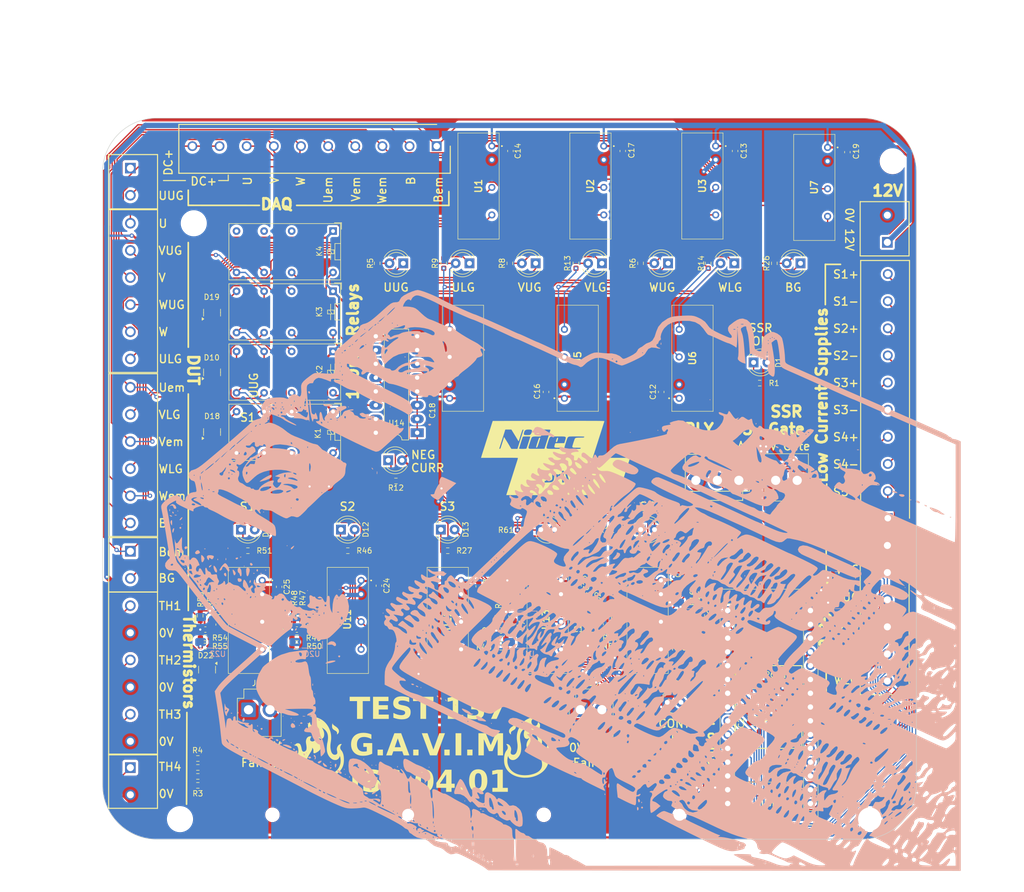
<source format=kicad_pcb>
(kicad_pcb (version 20240108) (generator "pcbnew") (generator_version "8.0")
  (layers (0 "F.Cu" signal) (31 "B.Cu" signal) (34 "B.Paste" user) (35 "F.Paste" user) (36 "B.SilkS" user "B.Silkscreen") (37 "F.SilkS" user "F.Silkscreen") (38 "B.Mask" user) (39 "F.Mask" user) (44 "Edge.Cuts" user))
  (net 0 "")
  (net 1 "/RS485 Comms/Rx")
  (net 2 "/RS485 Comms/En")
  (net 4 "GND")
  (net 5 "/RS485 Comms/Tx")
  (net 6 "/WLGate")
  (net 7 "/ULGate")
  (net 8 "/WUGate")
  (net 9 "/VUGate")
  (net 11 "/UUGate")
  (net 12 "/VLGate")
  (net 13 "/CurrNeg")
  (net 16 "/TRIG")
  (net 18 "Net-(D11-K)")
  (net 19 "+3V3")
  (net 20 "Net-(D11-A)")
  (net 21 "/DC Supplies/UUG+")
  (net 22 "/DC Supplies/VUG+")
  (net 23 "/DC Supplies/VLG+")
  (net 24 "/DC Supplies/WUG+")
  (net 25 "+5V")
  (net 26 "/DC Supplies/WLG+")
  (net 28 "Net-(D2-K)")
  (net 29 "Net-(D3-K)")
  (net 30 "Net-(D4-K)")
  (net 31 "Net-(D5-K)")
  (net 32 "Net-(D7-K)")
  (net 33 "Net-(D8-K)")
  (net 34 "/Low Current/S1_100mA+")
  (net 35 "/Low Current/S2_100mA+")
  (net 36 "/Low Current/S3_100mA+")
  (net 46 "Net-(A1-D9)")
  (net 48 "/Low Current/S3_0V")
  (net 49 "/Low Current/S4_0V")
  (net 50 "/Low Current/S1_0V")
  (net 51 "/Low Current/S2_0V")
  (net 53 "/DC Supplies/BG+")
  (net 54 "/B")
  (net 55 "/Low Current/S4_100mA+")
  (net 56 "Net-(C3-Pad1)")
  (net 57 "/DC+")
  (net 58 "Net-(D10-K)")
  (net 59 "Net-(D18-K)")
  (net 60 "Net-(U14-O5)")
  (net 61 "Net-(D16-K)")
  (net 62 "Net-(D19-K)")
  (net 63 "Net-(U14-O1)")
  (net 64 "Net-(U14-O2)")
  (net 65 "Net-(U14-O3)")
  (net 66 "Net-(D6-K)")
  (net 67 "/Low Current/S5_0V")
  (net 70 "+12V")
  (net 72 "Net-(U14-O4)")
  (net 73 "Net-(C4-Pad1)")
  (net 74 "/Low Current/S5_100mA+")
  (net 75 "Net-(C11-Pad1)")
  (net 76 "Net-(R55-Pad1)")
  (net 77 "/RS485 Comms/B+")
  (net 78 "/RS485 Comms/B-")
  (net 79 "Net-(D1-K)")
  (net 80 "/V")
  (net 81 "/W")
  (net 82 "/U")
  (net 83 "Net-(C1-Pad1)")
  (net 84 "Net-(C2-Pad1)")
  (net 85 "Net-(C7-Pad1)")
  (net 86 "Net-(C8-Pad1)")
  (net 87 "Net-(C9-Pad1)")
  (net 88 "Net-(C10-Pad1)")
  (net 89 "Net-(C15-Pad1)")
  (net 90 "Net-(D12-A)")
  (net 91 "Net-(D12-K)")
  (net 92 "Net-(D13-K)")
  (net 93 "Net-(D13-A)")
  (net 94 "Net-(D14-A)")
  (net 95 "Net-(D14-K)")
  (net 96 "Net-(D15-K)")
  (net 97 "Net-(D15-A)")
  (net 98 "Net-(R18-Pad1)")
  (net 99 "Net-(R45-Pad1)")
  (net 100 "Net-(R50-Pad1)")
  (net 101 "Net-(R65-Pad1)")
  (net 103 "Net-(D9-A)")
  (net 104 "/Wem")
  (net 105 "/Bem")
  (net 106 "/Vem")
  (net 107 "/DC Supplies/ULG+")
  (net 108 "/Uem")
  (net 109 "Net-(J6-Pin_3)")
  (net 110 "Net-(J6-Pin_5)")
  (net 111 "Net-(J6-Pin_1)")
  (net 112 "Net-(J14-Pin_1)")
  (footprint "Capacitor_SMD:C_0603_1608Metric_Pad1.08x0.95mm_HandSolder" (layer "F.Cu") (at 257.748 229.824)
    (property "Reference" "C3")
    (property "Value" "NF")
  )
  (footprint "Resistor_SMD:R_0603_1608Metric_Pad0.98x0.95mm_HandSolder" (layer "F.Cu") (at 272.542 162.322 90)
    (property "Reference" "R5")
    (property "Value" "22k")
  )
  (footprint "Resistor_SMD:R_0603_1608Metric_Pad0.98x0.95mm_HandSolder" (layer "F.Cu") (at 312.262 232.8145 180)
    (property "Reference" "R65")
    (property "Value" "22k 1%")
  )
  (footprint "LED_THT:LED_D4.0mm" (layer "F.Cu") (at 277.346739 162.322 180)
    (property "Reference" "D2" (hide yes))
    (property "Value" "GREEN LED")
  )
  (footprint "Capacitor_SMD:C_0603_1608Metric_Pad1.08x0.95mm_HandSolder" (layer "F.Cu") (at 303.644 186.0285 90)
    (property "Reference" "C16")
    (property "Value" "100n")
  )
  (footprint "MountingHole:MountingHole_2.2mm_M2_DIN965" (layer "F.Cu") (at 303.236666 263.96125)
    (property "Reference" "REF**" (hide yes))
    (property "Value" "MountingHole_2.2mm_M2_DIN965")
  )
  (footprint "Imported Parts:CUI_TB001-500-02BE" (layer "F.Cu") (at 227.084 144.78 -90)
    (property "Reference" "J2" (hide yes))
    (property "Value" "Conn_01x02_Socket" (hide yes))
  )
  (footprint "LED_THT:LED_D4.0mm" (layer "F.Cu") (at 350.52 162.322 180)
    (property "Reference" "D8" (hide yes))
    (property "Value" "GREEN LED")
  )
  (footprint "Capacitor_SMD:C_0603_1608Metric_Pad1.08x0.95mm_HandSolder" (layer "F.Cu") (at 240.8955 229.824001)
    (property "Reference" "C4" (hide yes))
    (property "Value" "NF")
  )
  (footprint "Resistor_SMD:R_0603_1608Metric_Pad0.98x0.95mm_HandSolder" (layer "F.Cu") (at 331.4155 233.0685 180)
    (property "Reference" "R18")
    (property "Value" "22k 1%")
  )
  (footprint "Resistor_SMD:R_0603_1608Metric_Pad0.98x0.95mm_HandSolder" (layer "F.Cu") (at 241.8155 227.284001 -90)
    (property "Reference" "R52")
    (property "Value" "NF")
  )
  (footprint "Imported Parts:SHDR10W100P0X500_1X10_5000X900X1250P" (layer "F.Cu") (at 366.597 209.296 90)
    (property "Reference" "J7" (hide yes))
    (property "Value" "Conn_01x10_Socket" (hide yes))
  )
  (footprint "Resistor_SMD:R_0603_1608Metric_Pad0.98x0.95mm_HandSolder" (layer "F.Cu") (at 257.748 232.872001)
    (property "Reference" "R50")
    (property "Value" "22k 1%")
  )
  (footprint "MountingHole:MountingHole_2.2mm_M2_DIN965" (layer "F.Cu") (at 278.243333 263.96125)
    (property "Reference" "REF**" (hide yes))
    (property "Value" "MountingHole_2.2mm_M2_DIN965")
  )
  (footprint "Resistor_SMD:R_0603_1608Metric_Pad0.98x0.95mm_HandSolder" (layer "F.Cu") (at 347.218 245.0065 -90)
    (property "Reference" "R25")
    (property "Value" "22k")
  )
  (footprint "LED_THT:LED_D4.0mm" (layer "F.Cu") (at 313.933368 162.322 180)
    (property "Reference" "D6" (hide yes))
    (property "Value" "GREEN LED")
  )
  (footprint "LED_THT:LED_D4.0mm" (layer "F.Cu") (at 284.266208 211.393833)
    (property "Reference" "D13")
    (property "Value" "YELLOW LED")
  )
  (footprint "Relay_THT:Relay_DPDT_Omron_G5V-2" (layer "F.Cu") (at 264.414 167.470667 -90)
    (property "Reference" "K3")
    (property "Value" "G5V-2 DC12")
  )
  (footprint "Resistor_SMD:R_0603_1608Metric_Pad0.98x0.95mm_HandSolder" (layer "F.Cu") (at 294.7405 227.480501 -90)
    (property "Reference" "R43")
    (property "Value" "NF")
  )
  (footprint "Capacitor_SMD:C_0603_1608Metric_Pad1.08x0.95mm_HandSolder" (layer "F.Cu") (at 328.01 222.046 -90)
    (property "Reference" "C21")
    (property "Value" "100n")
  )
  (footprint "Resistor_SMD:R_0603_1608Metric_Pad0.98x0.95mm_HandSolder" (layer "F.Cu") (at 345.694 162.322 90)
    (property "Reference" "R26")
    (property "Value" "22k")
  )
  (footprint "Imported Parts:TB00150006BE" (layer "F.Cu") (at 366.522 239.322 90)
    (property "Reference" "J1" (hide yes))
    (property "Value" "Conn_01x06_Socket" (hide yes))
  )
  (footprint "Resistor_SMD:R_0603_1608Metric_Pad0.98x0.95mm_HandSolder" (layer "F.Cu") (at 341.057 239.649 180)
    (property "Reference" "R19")
    (property "Value" "10k")
  )
  (footprint "LOGO" (layer "F.Cu") (at 262.1 251.44)
    (property "Reference" "G***" (hide yes))
    (property "Value" "LOGO" (hide yes))
  )
  (footprint "" (layer "F.Cu") (at 238.76 154.94)
    (property "Reference" "")
    (property "Value" "")
  )
  (footprint "Resistor_SMD:R_0603_1608Metric_Pad0.98x0.95mm_HandSolder" (layer "F.Cu") (at 239.9415 227.284001 -90)
    (property "Reference" "R53")
    (property "Value" "NF")
  )
  (footprint "Resistor_SMD:R_0603_1608Metric_Pad0.98x0.95mm_HandSolder" (layer "F.Cu") (at 275.9945 202.438)
    (property "Reference" "R12")
    (property "Value" "22k")
  )
  (footprint "Resistor_SMD:R_0603_1608Metric_Pad0.98x0.95mm_HandSolder" (layer "F.Cu") (at 248.728416 215.2885)
    (property "Reference" "R51")
    (property "Value" "22k")
  )
  (footprint "Resistor_SMD:R_0603_1608Metric_Pad0.98x0.95mm_HandSolder" (layer "F.Cu") (at 311.658 227.2265 -90)
    (property "Reference" "R63")
    (property "Value" "NF")
  )
  (footprint "Imported Parts:CUI_TB001-500-02BE" (layer "F.Cu") (at 227.076 255.27 -90)
    (property "Reference" "J14" (hide yes))
    (property "Value" "Conn_01x02_Socket")
  )
  (footprint "Relay_THT:Relay_DPDT_Omron_G5V-2" (layer "F.Cu") (at 264.414 156.379333 -90)
    (property "Reference" "K4")
    (property "Value" "G5V-2 DC12")
  )
  (footprint "Capacitor_SMD:C_0603_1608Metric_Pad1.08x0.95mm_HandSolder" (layer "F.Cu") (at 260.192 228.904001 -90)
    (property "Reference" "C9")
    (property "Value" "NF")
  )
  (footprint "Imported Parts:TBA21213" (layer "F.Cu") (at 328.168 187.198 90)
    (property "Reference" "U6")
    (property "Value" "TBA2-1213" (hide yes))
  )
  (footprint "MountingHole:MountingHole_2.2mm_M2_DIN965" (layer "F.Cu") (at 253.25 263.96125)
    (property "Reference" "REF**" (hide yes))
    (property "Value" "MountingHole_2.2mm_M2_DIN965")
  )
  (footprint "Imported Parts:Arduino_Nano" (layer "F.Cu") (at 337.106 226.32)
    (property "Reference" "A1" (hide yes))
    (property "Value" "Arduino_Nano_Every")
  )
  (footprint "Resistor_SMD:R_0603_1608Metric_Pad0.98x0.95mm_HandSolder" (layer "F.Cu") (at 296.2645 227.480501 -90)
    (property "Reference" "R28")
    (property "Value" "NF")
  )
  (footprint "Capacitor_SMD:C_0603_1608Metric_Pad1.08x0.95mm_HandSolder" (layer "F.Cu") (at 359.156 141.8325 -90)
    (property "Reference" "C19")
    (property "Value" "100n")
  )
  (footprint "Resistor_SMD:R_0603_1608Metric_Pad0.98x0.95mm_HandSolder" (layer "F.Cu") (at 295.3445 231.544501)
    (property "Reference" "R44")
    (property "Value" "2.2 1%")
  )
  (footprint "MountingHole:MountingHole_2.2mm_M2_DIN965" (layer "F.Cu") (at 328.23 263.96125)
    (property "Reference" "REF**" (hide yes))
    (property "Value" "MountingHole_2.2mm_M2_DIN965")
  )
  (footprint "Capacitor_SMD:C_0603_1608Metric_Pad1.08x0.95mm_HandSolder" (layer "F.Cu") (at 297.09 141.6225 -90)
    (property "Reference" "C14")
    (property "Value" "100n")
  )
  (footprint "Resistor_SMD:R_0603_1608Metric_Pad0.98x0.95mm_HandSolder" (layer "F.Cu") (at 347.218 241.5305 -90)
    (property "Reference" "R23")
    (property "Value" "22k")
  )
  (footprint "LOGO" (layer "F.Cu") (at 300 251.44)
    (property "Reference" "G***" (hide yes))
    (property "Value" "LOGO" (hide yes))
  )
  (footprint "Resistor_SMD:R_0603_1608Metric_Pad0.98x0.95mm_HandSolder" (layer "F.Cu") (at 284.805132 162.322 -90)
    (property "Reference" "R9")
    (property "Value" "22k")
  )
  (footprint "Resistor_SMD:R_0603_1608Metric_Pad0.98x0.95mm_HandSolder" (layer "F.Cu") (at 257.144 227.284001 -90)
    (property "Reference" "R48")
    (property "Value" "NF")
  )
  (footprint "Resistor_SMD:R_0603_1608Metric_Pad0.98x0.95mm_HandSolder" (layer "F.Cu") (at 240.8955 231.348001)
    (property "Reference" "R54")
    (property "Value" "2.2 1%")
  )
  (footprint "Relay_THT:Relay_DPDT_Omron_G5V-2" (layer "F.Cu") (at 264.414 189.653333 -90)
    (property "Reference" "K1")
    (property "Value" "G5V-2 DC12" (hide yes))
  )
  (footprint "LED_THT:LED_D4.0mm" (layer "F.Cu") (at 265.859812 211.393833)
    (property "Reference" "D12")
    (property "Value" "YELLOW LED")
  )
  (footprint "Relay_THT:Relay_DPDT_Omron_G5V-2" (layer "F.Cu") (at 264.414 178.562 -90)
    (property "Reference" "K2")
    (property "Value" "G5V-2 DC12")
  )
  (footprint "LED_THT:LED_D4.0mm" (layer "F.Cu") (at 321.079 211.393833)
    (property "Reference" "D15")
    (property "Value" "YELLOW LED")
  )
  (footprint "LED_THT:LED_D4.0mm" (layer "F.Cu") (at 326.128911 162.322 180)
    (property "Reference" "D4" (hide yes))
    (property "Value" "GREEN LED")
  )
  (footprint "Imported Parts:TB00150006BE" (layer "F.Cu") (at 227.084 185.166 -90)
    (property "Reference" "J4" (hide yes))
    (property "Value" "Conn_01x06_Socket" (hide yes))
  )
  (footprint "Imported Parts:TBA21213" (layer "F.Cu") (at 334.89486 140.698 -90)
    (property "Reference" "U3")
    (property "Value" "TBA2-1213" (hide yes))
  )
  (footprint "Resistor_SMD:R_0603_1608Metric_Pad0.98x0.95mm_HandSolder" (layer "F.Cu") (at 317.9045 211.4785 180)
    (property "Reference" "R11")
    (property "Value" "22k")
  )
  (footprint "Capacitor_SMD:C_0603_1608Metric_Pad1.08x0.95mm_HandSolder" (layer "F.Cu") (at 317.778666 141.6225 -90)
    (property "Reference" "C17")
    (property "Value" "100n")
  )
  (footprint "Imported Parts:BAS16" (layer "F.Cu") (at 242.128 193.415833 90)
    (property "Reference" "D18")
    (property "Value" "BAS16")
  )
  (footprint "Capacitor_SMD:C_0603_1608Metric_Pad1.08x0.95mm_HandSolder" (layer "F.Cu") (at 333.8595 228.904001 -90)
    (property "Reference" "C8")
    (property "Value" "NF")
  )
  (footprint "Imported Parts:TBA21213" (layer "F.Cu") (at 306.397604 220.764668 -90)
    (property "Reference" "U13")
    (property "Value" "TBA2-1212" (hide yes))
  )
  (footprint "LED_THT:LED_D4.0mm" (layer "F.Cu") (at 325.973 243.2285)
    (property "Reference" "D9")
    (property "Value" "RED LED")
  )
  (footprint "Resistor_SMD:R_0603_1608Metric_Pad0.98x0.95mm_HandSolder" (layer "F.Cu") (at 239.51 255.236667)
    (property "Reference" "R7" (hide yes))
    (property "Value" "2k2")
  )
  (footprint "Resistor_SMD:R_0603_1608Metric_Pad0.98x0.95mm_HandSolder" (layer "F.Cu") (at 330.962 244.2445 90)
    (property "Reference" "R2")
    (property "Value" "1k")
  )
  (footprint "Imported Parts:BAS16" (layer "F.Cu") (at 241.2115 237.211 -90)
    (property "Reference" "D22")
    (property "Value" "BAS16")
  )
  (footprint "Resistor_SMD:R_0603_1608Metric_Pad0.98x0.95mm_HandSolder" (layer "F.Cu") (at 313.182 227.2265 -90)
    (property "Reference" "R62")
    (property "Value" "NF")
  )
  (footprint "Resistor_SMD:R_0603_1608Metric_Pad0.98x0.95mm_HandSolder" (layer "F.Cu") (at 258.668 227.284001 -90)
    (property "Reference" "R47")
    (property "Value" "NF")
  )
  (footprint "Capacitor_SMD:C_0603_1608Metric_Pad1.08x0.95mm_HandSolder" (layer "F.Cu") (at 272.862812 221.739 -90)
    (property "Reference" "C24")
    (property "Value" "100n")
  )
  (footprint "Capacitor_SMD:C_0603_1608Metric_Pad1.08x0.95mm_HandSolder" (layer "F.Cu") (at 312.262 229.766499)
    (property "Reference" "C1")
    (property "Value" "NF")
  )
  (footprint "Resistor_SMD:R_0603_1608Metric_Pad0.98x0.95mm_HandSolder" (layer "F.Cu") (at 240.8955 232.872001)
    (property "Reference" "R55")
    (property "Value" "22k 1%")
  )
  (footprint "Imported Parts:TBA21213" (layer "F.Cu") (at 251.362915 220.764668 -90)
    (property "Reference" "U9")
    (property "Value" "TBA2-1212" (hide yes))
  )
  (footprint "Imported Parts:TBA21213" (layer "F.Cu") (at 314.27972 140.707 -90)
    (property "Reference" "U2")
    (property "Value" "TBA2-1213" (hide yes))
  )
  (footprint "Imported Parts:TB00150006BE" (layer "F.Cu") (at 227.084 154.94 -90)
    (property "Reference" "J3" (hide yes))
    (property "Value" "Conn_01x06_Socket" (hide yes))
  )
  (footprint "Imported Parts:SHDR10W100P0X500_1X10_5000X900X1250P" (layer "F.Cu") (at 283.506 140.724 180)
    (property "Reference" "J10" (hide yes))
    (property "Value" "Conn_01x10_Socket" (hide yes))
  )
  (footprint "LED_THT:LED_D4.0mm" (layer "F.Cu") (at 338.324454 162.322 180)
    (property "Reference" "D7" (hide yes))
    (property "Value" "GREEN LED")
  )
  (footprint "Capacitor_SMD:C_0603_1608Metric_Pad1.08x0.95mm_HandSolder" (layer "F.Cu") (at 309.627604 221.739 -90)
    (property "Reference" "C22")
    (property "Value" "100n")
  )
  (footprint "" (layer "F.Cu") (at 367.49 143.51)
    (property "Reference" "")
    (property "Value" "")
  )
  (footprint "Resistor_SMD:R_0603_1608Metric_Pad0.98x0.95mm_HandSolder" (layer "F.Cu") (at 330.55 227.284001 -90)
    (property "Reference" "R16")
    (property "Value" "NF")
  )
  (footprint "Imported Parts:TBA21213" (layer "F.Cu") (at 269.584812 220.764668 -90)
    (property "Reference" "U11")
    (property "Value" "TBA2-1212" (hide yes))
  )
  (footprint "" (layer "F.Cu") (at 363.268 254.762)
    (property "Reference" "")
    (property "Value" "")
  )
  (footprint "Resistor_SMD:R_0603_1608Metric_Pad0.98x0.95mm_HandSolder" (layer "F.Cu") (at 331.4155 231.348001)
    (property "Reference" "R17")
    (property "Value" "2.2 1%")
  )
  (footprint "Resistor_SMD:R_0603_1608Metric_Pad0.98x0.95mm_HandSolder" (layer "F.Cu") (at 348.807 242.2125 -90)
    (property "Reference" "R24")
    (property "Value" "120")
  )
  (footprint "Resistor_SMD:R_0603_1608Metric_Pad0.98x0.95mm_HandSolder" (layer "F.Cu") (at 309.160678 162.322 -90)
    (property "Reference" "R13")
    (property "Value" "22k")
  )
  (footprint "Resistor_SMD:R_0603_1608Metric_Pad0.98x0.95mm_HandSolder" (layer "F.Cu") (at 257.748 231.348001)
    (property "Reference" "R49")
    (property "Value" "2.2 1%")
  )
  (footprint "Resistor_SMD:R_0603_1608Metric_Pad0.98x0.95mm_HandSolder" (layer "F.Cu") (at 267.134812 215.2885)
    (property "Reference" "R46")
    (property "Value" "22k")
  )
  (footprint "Imported Parts:CUI_TB001-500-02BE" (layer "F.Cu") (at 227.084 215.392 -90)
    (property "Reference" "J5" (hide yes))
    (property "Value" "Conn_01x02_Socket" (hide yes))
  )
  (footprint "Resistor_SMD:R_0603_1608Metric_Pad0.98x0.95mm_HandSolder" (layer "F.Cu") (at 342.0345 247.015 180)
    (property "Reference" "R22")
    (property "Value" "10k")
  )
  (footprint "Resistor_SMD:R_0603_1608Metric_Pad0.98x0.95mm_HandSolder" (layer "F.Cu") (at 321.056 162.322 90)
    (property "Reference" "R6")
    (property "Value" "22k")
  )
  (footprint "Capacitor_SMD:C_0603_1608Metric_Pad1.08x0.95mm_HandSolder" (layer "F.Cu") (at 295.3445 230.0205)
    (property "Reference" "C2")
    (property "Value" "NF")
  )
  (footprint "LED_THT:LED_D4.0mm" (layer "F.Cu") (at 247.453416 211.393833)
    (property "Reference" "D11")
    (property "Value" "YELLOW LED")
  )
  (footprint "Imported Parts:B3P-VH" (layer "F.Cu") (at 335.206713 202.3234 180)
    (property "Reference" "J9" (hide yes))
    (property "Value" "Conn_01x03_Socket")
  )
  (footprint "Resistor_SMD:R_0603_1608Metric_Pad0.98x0.95mm_HandSolder" (layer "F.Cu") (at 239.51 253.583333)
    (property "Reference" "R4")
    (property "Value" "2k2")
  )
  (footprint "LED_THT:LED_D4.0mm" (layer "F.Cu") (at 341.879 180.594)
    (property "Reference" "D1")
    (property "Value" "RED LED")
  )
  (footprint "LED_THT:LED_D4.0mm" (layer "F.Cu") (at 289.542282 162.322 180)
    (property "Reference" "D5" (hide yes))
    (property "Value" "GREEN LED")
  )
  (footprint "Capacitor_SMD:C_0603_1608Metric_Pad1.08x0.95mm_HandSolder" (layer "F.Cu") (at 338.467332 141.6225 -90)
    (property "Reference" "C13")
    (property "Value" "100n")
  )
  (footprint "Imported Parts:TBA21213" (layer "F.Cu") (at 287.991208 220.764668 -90)
    (property "Reference" "U12")
    (property "Value" "TBA2-1212" (hide yes))
  )
  (footprint "LED_THT:LED_D4.0mm" (layer "F.Cu") (at 274.577 198.628)
    (property "Reference" "D16" (hide yes))
    (property "Value" "RED LED")
  )
  (footprint "Resistor_SMD:R_0603_1608Metric_Pad0.98x0.95mm_HandSolder" (layer "F.Cu") (at 285.541208 215.2885)
    (property "Reference" "R27")
    (property "Value" "22k")
  )
  (footprint "Capacitor_SMD:C_0603_1608Metric_Pad1.08x0.95mm_HandSolder" (layer "F.Cu") (at 344.5245 239.649)
    (property "Reference" "C26")
    (property "Value" "100n")
  )
  (footprint "Resistor_SMD:R_0603_1608Metric_Pad0.98x0.95mm_HandSolder" (layer "F.Cu") (at 239.51 258.543333)
    (property "Reference" "R3")
    (property "Value" "2k2")
  )
  (footprint "Capacitor_SMD:C_0603_1608Metric_Pad1.08x0.95mm_HandSolder" (layer "F.Cu") (at 314.706 228.8465 -90)
    (property "Reference" "C15")
    (property "Value" "NF")
  )
  (footprint "Resistor_SMD:R_0603_1608Metric_Pad0.98x0.95mm_HandSolder" (layer "F.Cu") (at 296.982905 162.322 90)
    (property "Reference" "R8")
    (property "Value" "22k")
  )
  (footprint "Imported Parts:JST_VH_B2P-VH_1x02_P3.96mm_Vertical" (layer "F.Cu") (at 349.908 202.3234 180)
    (property "Reference" "J8" (hide yes))
    (property "Value" "Conn_01x02_Socket")
  )
  (footprint "Resistor_SMD:R_0603_1608Metric_Pad0.98x0.95mm_HandSolder" (layer "F.Cu") (at 312.262 231.2905)
    (property "Reference" "R64")
    (property "Value" "2.2 1%")
  )
  (footprint "Resistor_SMD:R_0603_1608Metric_Pad0.98x0.95mm_HandSolder" (layer "F.Cu") (at 295.3445 233.068501)
    (property "Reference" "R45")
    (property "Value" "22k 1%")
  )
  (footprint "Capacitor_SMD:C_0603_1608Metric_Pad1.08x0.95mm_HandSolder" (layer "F.Cu") (at 291.245208 221.856334 -90)
    (property "Reference" "C23")
    (property "Value" "100n")
  )
  (footprint "Capacitor_SMD:C_0603_1608Metric_Pad1.08x0.95mm_HandSolder" (layer "F.Cu") (at 276.098 173.482)
    (property "Reference" "C27")
    (property "Value" "100n")
  )
  (footprint "Capacitor_SMD:C_0603_1608Metric_Pad1.08x0.95mm_HandSolder" (layer "F.Cu") (at 243.3395 228.904001 -90)
    (property "Reference" "C11")
    (property "Value" "NF")
  )
  (footprint "Capacitor_SMD:C_0603_1608Metric_Pad1.08x0.95mm_HandSolder" (layer "F.Cu") (at 282.702 186.0285 90)
    (property "Reference" "C18")
    (property "Value" "100n")
  )
  (footprint "Resistor_SMD:R_0603_1608Metric_Pad0.98x0.95mm_HandSolder" (layer "F.Cu") (at 343.0035 184.404)
    (property "Reference" "R1")
    (property "Value" "1k")
  )
  (footprint "Imported Parts:BAS16" (layer "F.Cu") (at 242.128 182.414499 90)
    (property "Reference" "D10")
    (property "Value" "BAS16")
  )
  (footprint "Resistor_SMD:R_0603_1608Metric_Pad0.98x0.95mm_HandSolder" (layer "F.Cu") (at 239.51 256.89)
    (property "Reference" "R10" (hide yes))
    (property "Value" "2k2")
  )
  (footprint "Capacitor_SMD:C_0603_1608Metric_Pad1.08x0.95mm_HandSolder" (layer "F.Cu") (at 297.7885 229.100501 -90)
    (property "Reference" "C7")
    (property "Value" "NF")
  )
  (footprint "Imported Parts:TBA21213" (layer "F.Cu") (at 307.029869 187.198 90)
    (property "Reference" "U5")
    (property "Value" "TBA2-1213" (hide yes))
  )
  (footprint "LED_THT:LED_D4.0mm" (layer "F.Cu") (at 302.672604 211.393833)
    (property "Reference" "D14")
    (property "Value" "YELLOW LED")
  )
  (footprint "Imported Parts:TBA21213" (layer "F.Cu") (at 324.804 220.764668 -90)
    (property "Reference" "U10")
    (property "Value" "TBA2-1212" (hide yes))
  )
  (footprint "Capacitor_SMD:C_0603_1608Metric_Pad1.08x0.95mm_HandSolder" (layer "F.Cu") (at 324.866 186.0285 90)
    (property "Reference" "C12")
    (property "Value" "100n")
  )
  (footprint "Imported Parts:BAS16" (layer "F.Cu") (at 242.128 171.413166 90)
    (property "Reference" "D19")
    (property "Value" "BAS16")
  )
  (footprint "Resistor_SMD:R_0603_1608Metric_Pad0.98x0.95mm_HandSolder" (layer "F.Cu") (at 333.516224 162.322 -90)
    (property "Reference" "R14")
    (property "Value" "22k")
  )
  (footprint "Imported Parts:JST_VH_B2P-VH_1x02_P3.96mm_Vertical" (layer "F.Cu") (at 309.98 244.59)
    (property "Reference" "J13")
    (property "Value" "Conn_01x02_Socket")
  )
  (footprint "LOGO" (layer "F.Cu") (at 305.507984 197.794035)
    (property "Reference" "G***")
    (property "Value" "LOGO" (hide yes))
  )
  (footprint "" (layer "F.Cu") (at 236.22 254.762)
    (property "Reference" "")
    (property "Value" "")
  )
  (footprint "Imported Parts:CUI_TB001-500-02BE" (layer "F.Cu") (at 366.514 158.456 90)
    (property "Reference" "J11" (hide yes))
    (property "Value" "Conn_01x02_Socket" (hide yes))
  )
  (footprint "Resistor_SMD:R_0603_1608Metric_Pad0.98x0.95mm_HandSolder" (layer "F.Cu") (at 299.308 211.4785 180)
    (property "Reference" "R61")
    (property "Value" "22k")
  )
  (footprint "Capacitor_SMD:C_0603_1608Metric_Pad1.08x0.95mm_HandSolder" (layer "F.Cu") (at 331.4155 229.824)
    (property "Reference" "C10")
    (property "Value" "NF")
  )
  (footprint "LED_THT:LED_D4.0mm" (layer "F.Cu") (at 301.737825 162.322 180)
    (property "Reference" "D3" (hide yes))
    (property "Value" "GREEN LED")
  )
  (footprint "Imported Parts:TB00150006BE" (layer "F.Cu") (at 227.076 225.418 -90)
    (property "Reference" "J6" (hide yes))
    (property "Value" "Conn_01x06_Socket" (hide yes))
  )
  (footprint "Package_DIP:DIP-16_W7.62mm_LongPads" (layer "F.Cu") (at 279.908 193.548 180)
    (property "Reference" "U14")
    (property "Value" "ULN2003")
  )
  (footprint "Package_SO:SOIC-8_3.9x4.9mm_P1.27mm" (layer "F.Cu") (at 342.711 243.285)
    (property "Reference" "IC2")
    (property "Value" "MAX485CSA+T")
  )
  (footprint "Imported Parts:TBA21213" (layer "F.Cu") (at 285.891739 187.198 90)
    (property "Reference" "U4")
    (property "Value" "TBA2-1213" (hide yes))
  )
  (footprint "Capacitor_SMD:C_0603_1608Metric_Pad1.08x0.95mm_HandSolder" (layer "F.Cu") (at 254.480416 221.950001 -90)
    (property "Reference" "C25")
    (property "Value" "100n")
  )
  (footprint "Imported Parts:TBA21213" (layer "F.Cu") (at 293.66458 140.707 -90)
    (property "Reference" "U1")
    (property "Value" "TBA2-1213" (hide yes))
  )
  (footprint "Resistor_SMD:R_0603_1608Metric_Pad0.98x0.95mm_HandSolder" (layer "F.Cu") (at 342.0345 248.666 180)
    (property "Reference" "R20")
    (property "Value" "10k")
  )
  (footprint "Imported Parts:TBA21213" (layer "F.Cu") (at 355.51 140.961 -90)
    (property "Reference" "U7")
    (property "Value" "TBA2-1213" (hide yes))
  )
  (footprint "Resistor_SMD:R_0603_1608Metric_Pad0.98x0.95mm_HandSolder" (layer "F.Cu") (at 332.3355 227.284001 -90)
    (property "Reference" "R15")
    (property "Value" "NF")
  )
  (footprint "Imported Parts:JST_VH_B2P-VH_1x02_P3.96mm_Vertical" (layer "F.Cu") (at 248.84 244.602)
    (property "Reference" "J12")
    (property "Value" "Conn_01x02_Socket")
  )
  (footprint "Package_TO_SOT_SMD:SOT-223-3_TabPin2" (layer "B.Cu") (at 358.75 222.561501)
    (property "Reference" "U15")
    (property "Value" "LT3092xST")
  )
  (footprint "Package_TO_SOT_SMD:SOT-223-3_TabPin2" (layer "B.Cu") (at 331.216 222.561501)
    (property "Reference" "U26")
    (property "Value" "LT3092xST")
  )
  (footprint "Package_TO_SOT_SMD:SOT-223-3_TabPin2" (layer "B.Cu") (at 243.168 229.824001)
    (property "Reference" "U22")
    (property "Value" "LT3092xST")
  )
  (footprint "Custom Parts:IGBT" (layer "B.Cu") (at 304.776653 219.730535 180)
    (property "Reference" "G***")
    (property "Value" "LOGO" (hide yes))
  )
  (footprint "Package_TO_SOT_SMD:SOT-223-3_TabPin2" (layer "B.Cu") (at 300.07 229.824001)
    (property "Reference" "U18")
    (property "Value" "LT3092xST")
  )
  (footprint "Package_TO_SOT_SMD:SOT-223-3_TabPin2" (layer "B.Cu") (at 260.548 229.824001)
    (property "Reference" "U20")
    (property "Value" "LT3092xST")
  )
  (gr_line (start 355.250625 242.008) (end 358.394 242.008) (stroke (width 0.3)) (layer "F.SilkS"))
  (gr_line (start 237.74 148.844) (end 237.74 151.638) (stroke (width 0.3)) (layer "F.SilkS"))
  (gr_line (start 237.752 186.40975) (end 237.752 226.314) (stroke (width 0.3)) (layer "F.SilkS"))
  (gr_line (start 355.250625 234.054) (end 355.250625 242.008) (stroke (width 0.3)) (layer "F.SilkS"))
  (gr_line (start 355.25075 212.09) (end 358.648 212.09) (stroke (width 0.3)) (layer "F.SilkS"))
  (gr_line (start 237.236 147.066) (end 233.172 147.066) (stroke (width 0.2)) (layer "F.SilkS"))
  (gr_line (start 355.2505 219.5955) (end 355.25075 212.09) (stroke (width 0.3)) (layer "F.SilkS"))
  (gr_line (start 355.092 162.51675) (end 355.092 169.93675) (stroke (width 0.3)) (layer "F.SilkS"))
  (gr_line (start 237.49 245.11) (end 237.43 262.01) (stroke (width 0.3)) (layer "F.SilkS"))
  (gr_line (start 243.332 147.066) (end 245.11 147.066) (stroke (width 0.2)) (layer "F.SilkS"))
  (gr_line (start 237.752 177.78175) (end 237.744 158.496) (stroke (width 0.3)) (layer "F.SilkS"))
  (gr_line (start 355.346 202.99425) (end 355.346 211.448) (stroke (width 0.3)) (layer "F.SilkS"))
  (gr_line (start 355.346 211.448) (end 358.648 211.448) (stroke (width 0.3)) (layer "F.SilkS"))
  (gr_line (start 285.75 151.646) (end 285.75 149.106) (stroke (width 0.3)) (layer "F.SilkS"))
  (gr_line (start 250.846 151.646) (end 237.74 151.638) (stroke (width 0.3)) (layer "F.SilkS"))
  (gr_line (start 355.092 162.51675) (end 357.886 162.51675) (stroke (width 0.3)) (layer "F.SilkS"))
  (gr_line (start 257.704 151.646) (end 285.75 151.646) (stroke (width 0.3)) (layer "F.SilkS"))
  (gr_rect (start 338.582 236.474) (end 350.774 251.714) (stroke (width 0.2)) (fill none) (layer "F.SilkS"))
  (gr_line (start 245.11 147.066) (end 245.11 146.05) (stroke (width 0.2)) (layer "F.SilkS"))
  (gr_arc (start 371.862 258.46125) (mid 368.933068 265.532318) (end 361.862 268.46125) (stroke (width 0.1)) (layer "Edge.Cuts"))
  (gr_arc (start 231.962 268.46125) (mid 224.89095 265.532315) (end 221.962 258.46125) (stroke (width 0.1)) (layer "Edge.Cuts"))
  (gr_line (start 221.962 258.46125) (end 221.962 145.56125) (stroke (width 0.1)) (layer "Edge.Cuts"))
  (gr_arc (start 361.862 135.56125) (mid 368.933085 138.490179) (end 371.862 145.56125) (stroke (width 0.1)) (layer "Edge.Cuts"))
  (gr_line (start 231.962 135.56125) (end 361.862 135.56125) (stroke (width 0.1)) (layer "Edge.Cuts"))
  (gr_line (start 371.862 145.56125) (end 371.862 258.46125) (stroke (width 0.1)) (layer "Edge.Cuts"))
  (gr_arc (start 221.962 145.56125) (mid 224.890932 138.490182) (end 231.962 135.56125) (stroke (width 0.1)) (layer "Edge.Cuts"))
  (gr_line (start 361.862 268.46125) (end 231.962 268.46125) (stroke (width 0.1)) (layer "Edge.Cuts"))
  (gr_text "S4+" (at 356.362 195.227499 0) (layer "F.SilkS") (effects (font (size 1.5 1.5) (thickness 0.25) (bold yes)) (justify left bottom)))
  (gr_text "Uem" (at 264.398 151.392 90) (layer "F.SilkS") (effects (font (size 1.5 1.5) (thickness 0.25) (bold yes)) (justify left bottom)))
  (gr_text "WUG" (at 356.362 224.732 0) (layer "F.SilkS") (effects (font (size 1.5 1.5) (thickness 0.25) (bold yes)) (justify left bottom)))
  (gr_text "100mA Relays" (at 269.24 187.706 90) (layer "F.SilkS") (effects (font (size 2 2) (thickness 0.5) (bold yes)) (justify left bottom)))
  (gr_text "WUG" (at 322.47415 167.64 0) (layer "F.SilkS") (effects (font (size 1.5 1.5) (thickness 0.25) (bold yes)) (justify left bottom)))
  (gr_text "S5+" (at 356.362 205.341499 0) (layer "F.SilkS") (effects (font (size 1.5 1.5) (thickness 0.25) (bold yes)) (justify left bottom)))
  (gr_text "ULG" (at 236.744 180.832 0) (layer "F.SilkS") (effects (font (size 1.5 1.5) (thickness 0.25) (bold yes)) (justify right bottom)))
  (gr_text "SSR\nON" (at 343.154 177.546 0) (layer "F.SilkS") (effects (font (size 1.5 1.5) (thickness 0.25) (bold yes)) (justify bottom)))
  (gr_text "DAQ" (at 257.26 152.61 0) (layer "F.SilkS") (effects (font (size 2 2) (thickness 0.5) (bold yes)) (justify right bottom)))
  (gr_text "S4-" (at 356.362 200.227499 0) (layer "F.SilkS") (effects (font (size 1.5 1.5) (thickness 0.25) (bold yes)) (justify left bottom)))
  (gr_text "DC+" (at 237.998 148.082 0) (layer "F.SilkS") (effects (font (size 1.5 1.5) (thickness 0.25) (bold yes)) (justify left bottom)))
  (gr_text "0V 12V" (at 358.648 151.892 -90) (layer "F.SilkS") (effects (font (size 1.5 1.5) (thickness 0.25) (bold yes)) (justify left bottom)))
  (gr_text "BG" (at 235.458285 221.234 0) (layer "F.SilkS") (effects (font (size 1.5 1.5) (thickness 0.25) (bold yes)) (justify right bottom)))
  (gr_text "RLY 485" (at 342.042428 194.056 0) (layer "F.SilkS") (effects (font (size 2 2) (thickness 0.5) (bold yes)) (justify right bottom)))
  (gr_text "S5" (at 320.700429 208.026 0) (layer "F.SilkS") (effects (font (size 1.5 1.5) (thickness 0.25) (bold yes)) (justify left bottom)))
  (gr_text "0V 12V" (at 246.595001 252.222 0) (layer "F.SilkS") (effects (font (size 1.5 1.5) (thickness 0.25) (bold yes)) (justify left bottom)))
  (gr_text "WUG" (at 237.244 170.8487 0) (layer "F.SilkS") (effects (font (size 1.5 1.5) (thickness 0.25) (bold yes)) (justify right bottom)))
  (gr_text "U" (at 234.029714 155.87375 0) (layer "F.SilkS") (effects (font (size 1.5 1.5) (thickness 0.25) (bold yes)) (justify right bottom)))
  (gr_text "0V" (at 232.156 241.35175 0) (layer "F.SilkS") (effects (font (size 1.5 1.5) (thickness 0.25) (bold yes)) (justify left bottom)))
  (gr_text "VLG" (at 310.558369 167.64 0) (layer "F.SilkS") (effects (font (size 1.5 1.5) (thickness 0.25) (bold yes)) (justify left bottom)))
  (gr_text "SSR\nGate" (at 347.928 194.056 0) (layer "F.SilkS") (effects (font (size 2 2) (thickness 0.5) (bold yes)) (justify bottom)))
  (gr_text "DC+" (at 234.95 146.304 90) (layer "F.SilkS") (effects (font (size 1.5 1.5) (thickness 0.25) (bold yes)) (justify left bottom)))
  (gr_text "0V  B  A" (at 329.946 196.86 0) (layer "F.SilkS") (effects (font (size 1.5 1.5) (thickness 0.25) (bold yes)) (justify left bottom)))
  (gr_text "S5-" (at 356.362 210.341499 0) (layer "F.SilkS") (effects (font (size 1.5 1.5) (thickness 0.25) (bold yes)) (justify left bottom)))
  (gr_text "CONT\nON" (at 327.248 250.444 0) (layer "F.SilkS") (effects (font (size 1.5 1.5) (thickness 0.25) (bold yes)) (justify bottom)))
  (gr_text "Vem" (at 237.029713 196.09975 0) (layer "F.SilkS") (effects (font (size 1.5 1.5) (thickness 0.25) (bold yes)) (justify right bottom)))
  (gr_text "S1" (at 247.074845 208.026 0) (layer "F.SilkS") (effects (font (size 1.5 1.5) (thickness 0.25) (bold yes)) (justify left bottom)))
  (gr_text "TH1" (at 232.156 226.35175 0) (layer "F.SilkS") (effects (font (size 1.5 1.5) (thickness 0.25) (bold yes)) (justify left bottom)))
  (gr_text "WLG" (at 356.504857 240.008 0) (layer "F.SilkS") (effects (font (size 1.5 1.5) (thickness 0.25) (bold yes)) (justify left bottom)))
  (gr_text "S2+" (at 356.362 175.227499 0) (layer "F.SilkS") (effects (font (size 1.5 1.5) (thickness 0.25) (bold yes)) (justify left bottom)))
  (gr_text "0V" (at 232.156 251.35175 0) (layer "F.SilkS") (effects (font (size 1.5 1.5) (thickness 0.25) (bold yes)) (justify left bottom)))
  (gr_text "S1-" (at 356.362 170.227499 0) (layer "F.SilkS") (effects (font (size 1.5 1.5) (thickness 0.25) (bold yes)) (justify left bottom)))
  (gr_text "W" (at 259.334 148.249143 90) (layer "F.SilkS") (effects (font (size 1.5 1.5) (thickness 0.25) (bold yes)) (justify left bottom)))
  (gr_text "Wem" (at 274.32 151.534857 90) (layer "F.SilkS") (effects (font (size 1.5 1.5) (thickness 0.25) (bold yes)) (justify left bottom)))
  (gr_text "U" (at 249.54575 148.106286 90) (layer "F.SilkS") (effects (font (size 1.5 1.5) (thickness 0.25) (bold yes)) (justify left bottom)))
  (gr_text "0V" (at 232.156 231.35175 0) (layer "F.SilkS") (effects (font (size 1.5 1.5) (thickness 0.25) (bold yes)) (justify left bottom)))
  (gr_text "Bem" (at 284.712 151.320571 90) (layer "F.SilkS") (effects (font (size 1.5 1.5) (thickness 0.25) (bold yes)) (justify left bottom)))
  (gr_text "VLG" (at 357.147715 234.916 0) (layer "F.SilkS") (effects (font (size 1.5 1.5) (thickness 0.25) (bold yes)) (justify left bottom)))
  (gr_text "UUG" (at 356.719143 214.548 0) (layer "F.SilkS") (effects (font (size 1.5 1.5) (thickness 0.25) (bold yes)) (justify left bottom)))
  (gr_text "Low Current Supplies" (at 355.6 170.19151 90) (layer "F.SilkS") (effects (font (size 2 2) (thickness 0.5) (bold yes)) (justify right bottom)))
  (gr_text "S2" (at 265.481241 208.026 0) (layer "F.SilkS") (effects (font (size 1.5 1.5) (thickness 0.25) (bold yes)) (justify left bottom)))
  (gr_text "S3-" (at 356.362 190.227499 0) (layer "F.SilkS") (effects (font (size 1.5 1.5) (thickness 0.25) (bold yes)) (justify left bottom)))
  (gr_text "12V" (at 363.474 150.114 0) (layer "F.SilkS") (effects (font (size 2 2) (thickness 0.5) (bold yes)) (justify left bottom)))
  (gr_text "ULG" (at 356.862 229.824 0) (layer "F.SilkS") (effects (font (size 1.5 1.5) (thickness 0.25) (bold yes)) (justify left bottom)))
  (gr_text "0V 12V" (at 307.735001 252.476 0) (layer "F.SilkS") (effects (font (size 1.5 1.5) (thickness 0.25) (bold yes)) (justify left bottom)))
  (gr_text "S2-" (at 356.362 180.227499 0) (layer "F.SilkS") (effects (font (size 1.5 1.5) (thickness 0.25) (bold yes)) (justify left bottom)))
  (gr_text "VUG" (at 298.285445 167.64 0) (layer "F.SilkS") (effects (font (size 1.5 1.5) (thickness 0.25) (bold yes)) (justify left bottom)))
  (gr_text "B" (at 233.958285 211.09975 0) (layer "F.SilkS") (effects (font (size 1.5 1.5) (thickness 0.25) (bold yes)) (justify right bottom)))
  (gr_text "VUG" (at 236.7835 160.8654 0) (layer "F.SilkS") (effects (font (size 1.5 1.5) (thickness 0.25) (bold yes)) (justify right bottom)))
  (gr_text "V" (at 233.743999 165.85705 0) (layer "F.SilkS") (effects (font (size 1.5 1.5) (thickness 0.25) (bold yes)) (justify right bottom)))
  (gr_text "VLG" (at 236.458285 191.09975 0) (layer "F.SilkS") (effects (font (size 1.5 1.5) (thickness 0.25) (bold yes)) (justify right bottom)))
  (gr_text "NEG\nCURR" (at 278.638 200.914 0) (layer "F.SilkS") (effects (font (size 1.5 1.5) (thickness 0.25) (bold yes)) (justify left bottom)))
  (gr_text "UUG" (at 273.52531 167.64 0) (layer "F.SilkS") (effects (font (size 1.5 1.5) (thickness 0.25) (bold yes)) (justify left bottom)))
  (gr_text "Wem" (at 237.458285 206.09975 0) (layer "F.SilkS") (effects (font (size 1.5 1.5) (thickness 0.25) (bold yes)) (justify right bottom)))
  (gr_text "W" (at 234.172571 175.84035 0) (layer "F.SilkS") (effects (font (size 1.5 1.5) (thickness 0.25) (bold yes)) (justify right bottom)))
  (gr_text "Fan 1" (at 247.309286 255.254 0) (layer "F.SilkS") (effects (font (size 1.5 1.5) (thickness 0.25) (bold yes)) (justify left bottom)))
  (gr_text "BG" (at 347.52 167.64 0) (layer "F.SilkS") (effects (font (size 1.5 1.5) (thickness 0.25) (bold yes)) (justify left bottom)))
  (gr_text "S1+" (at 356.362 165.227499 0) (layer "F.SilkS") (effects (font (size 1.5 1.5) (thickness 0.25) (bold yes)) (justify left bottom)))
  (gr_text "0V Gate" (at 343.274429 196.9054 0) (layer "F.SilkS") (effects (font (size 1.5 1.5) (thickness 0.25) (bold yes)) (justify left bottom)))
  (gr_text "S3+" (at 356.362 185.227499 0) (layer "F.SilkS") (effects (font (size 1.5 1.5) (thickness 0.25) (bold yes)) (justify left bottom)))
  (gr_text "TEST 137\nG.A.V.I.M\nISS 04.01" (at 267.448477 260.409009 0) (layer "F.SilkS") (effects (font (size 4 4) (thickness 0.5) (bold yes)) (justify left bottom)))
  (gr_text "UUG" (at 237.069215 150.74575 0) (layer "F.SilkS") (effects (font (size 1.5 1.5) (thickness 0.25) (bold yes)) (justify right bottom)))
  (gr_text "485\nComms" (at 338.482 235.99 0) (layer "F.SilkS") (effects (font (size 1.5 1.5) (thickness 0.2)) (justify left bottom)))
  (gr_text "S1" (at 247.134 191.61675 0) (layer "F.SilkS") (effects (font (size 1.5 1.5) (thickness 0.25) (bold yes)) (justify left bottom)))
  (gr_text "Thermistors" (at 236.728 226.822 270) (layer "F.SilkS") (effects (font (size 2 2) (thickness 0.5) (bold yes)) (justify left bottom)))
  (gr_text "DUT" (at 237.498 178.816 -90) (layer "F.SilkS") (effects (font (size 2 2) (thickness 0.5) (bold yes)) (justify left bottom)))
  (gr_text "WLG" (at 335.175646 167.64 0) (layer "F.SilkS") (effects (font (size 1.5 1.5) (thickness 0.25) (bold yes)) (justify left bottom)))
  (gr_text "TH4" (at 232.156 255.98 0) (layer "F.SilkS") (effects (font (size 1.5 1.5) (thickness 0.25) (bold yes)) (justify left bottom)))
  (gr_text "S3" (at 283.887637 208.026 0) (layer "F.SilkS") (effects (font (size 1.5 1.5) (thickness 0.25) (bold yes)) (justify left bottom)))
  (gr_text "Uem" (at 237.315428 186.09975 0) (layer "F.SilkS") (effects (font (size 1.5 1.5) (thickness 0.25) (bold yes)) (justify right bottom)))
  (gr_text "0V" (at 232.156 260.98 0) (layer "F.SilkS") (effects (font (size 1.5 1.5) (thickness 0.25) (bold yes)) (justify left bottom)))
  (gr_text "WLG" (at 236.886857 201.09975 0) (layer "F.SilkS") (effects (font (size 1.5 1.5) (thickness 0.25) (bold yes)) (justify right bottom)))
  (gr_text "B" (at 279.632 148.034857 90) (layer "F.SilkS") (effects (font (size 1.5 1.5) (thickness 0.25) (bold yes)) (justify left bottom)))
  (gr_text "Arduino Nano Every" (at 334.772 257.302 90) (layer "F.SilkS") (effects (font (size 1.5 1.5) (thickness 0.375) (bold yes)) (justify left bottom)))
  (gr_text "IPM Gate\n" (at 353.822 219.456 -90) (layer "F.SilkS") (effects (font (size 2 2) (thickness 0.5) (bold yes)) (justify left bottom)))
  (gr_text "Bem" (at 237.243999 216.408 0) (layer "F.SilkS") (effects (font (size 1.5 1.5) (thickness 0.25) (bold yes)) (justify right bottom)))
  (gr_text "Vem" (at 269.494 151.106285 90) (layer "F.SilkS") (effects (font (size 1.5 1.5) (thickness 0.25) (bold yes)) (justify left bottom)))
  (gr_text "ULG" (at 286.083949 167.64 0) (layer "F.SilkS") (effects (font (size 1.5 1.5) (thickness 0.25) (bold yes)) (justify left bottom)))
  (gr_text "Fan 2" (at 308.449286 255.242 0) (layer "F.SilkS") (effects (font (size 1.5 1.5) (thickness 0.25) (bold yes)) (justify left bottom)))
  (gr_text "TH2" (at 232.156 236.35175 0) (layer "F.SilkS") (effects (font (size 1.5 1.5) (thickness 0.25) (bold yes)) (justify left bottom)))
  (gr_text "UUG" (at 250.69 187.29875 90) (layer "F.SilkS") (effects (font (size 1.5 1.5) (thickness 0.25) (bold yes)) (justify left bottom)))
  (gr_text "S4" (at 302.294033 208.026 0) (layer "F.SilkS") (effects (font (size 1.5 1.5) (thickness 0.25) (bold yes)) (justify left bottom)))
  (gr_text "V" (at 254.508 147.820571 90) (layer "F.SilkS") (effects (font (size 1.5 1.5) (thickness 0.25) (bold yes)) (justify left bottom)))
  (gr_text "VUG" (at 356.790572 219.64 0) (layer "F.SilkS") (effects (font (size 1.5 1.5) (thickness 0.25) (bold yes)) (justify left bottom)))
  (gr_text "TH3" (at 232.156 246.35175 0) (layer "F.SilkS") (effects (font (size 1.5 1.5) (thickness 0.25) (bold yes)) (justify left bottom)))
  (segment (start 340.236 241.38) (end 340.236 239.7405) (width 0.25) (layer "F.Cu") (net 1))
  (segment (start 340.1445 231.8985) (end 340.1445 239.649) (width 0.25) (layer "F.Cu") (net 1))
  (segment (start 337.106 228.86) (end 340.1445 231.8985) (width 0.25) (layer "F.Cu") (net 1))
  (segment (start 341.122 248.666) (end 338.936 246.48) (width 0.25) (layer "F.Cu") (net 2))
  (segment (start 338.936 246.48) (end 338.936 244.154) (width 0.25) (layer "F.Cu") (net 2))
  (segment (start 337.106 251.72) (end 340.16 248.666) (width 0.25) (layer "F.Cu") (net 2))
  (segment (start 340.236 243.92) (end 340.236 242.65) (width 0.25) (layer "F.Cu") (net 2))
  (segment (start 340.16 248.666) (end 341.122 248.666) (width 0.25) (layer "F.Cu") (net 2))
  (segment (start 339.17 243.92) (end 340.236 243.92) (width 0.25) (layer "F.Cu") (net 2))
  (segment (start 338.936 244.154) (end 339.17 243.92) (width 0.25) (layer "F.Cu") (net 2))
  (segment (start 335.6345 233.567) (end 335.6345 226.9225) (width 0.4) (layer "F.Cu") (net 4))
  (segment (start 336.152919 200.4234) (end 341.066713 200.4234) (width 0.4) (layer "F.Cu") (net 4))
  (segment (start 341.066713 200.4234) (end 341.066713 207.189175) (width 0.4) (layer "F.Cu") (net 4))
  (segment (start 353.546 227.946528) (end 352.489264 229.003264) (width 0.4) (layer "F.Cu") (net 4))
  (segment (start 328.01 222.9085) (end 326.2395 222.9085) (width 0.4) (layer "F.Cu") (net 4))
  (segment (start 334.419707 200.4234) (end 335.993719 200.4234) (width 0.4) (layer "F.Cu") (net 4))
  (segment (start 335.6345 233.567) (end 336.733 233.567) (width 0.4) (layer "F.Cu") (net 4))
  (segment (start 353.546 225.822943) (end 353.546 227.946528) (width 0.4) (layer "F.Cu") (net 4))
  (segment (start 272.159644 223.304668) (end 272.862812 222.6015) (width 0.4) (layer "F.Cu") (net 4))
  (segment (start 253.988249 223.304668) (end 254.480416 222.812501) (width 0.4) (layer "F.Cu") (net 4))
  (segment (start 335.6345 226.9225) (end 332.232 223.52) (width 0.4) (layer "F.Cu") (net 4))
  (segment (start 325.973 243.2285) (end 335.6345 233.567) (width 0.4) (layer "F.Cu") (net 4))
  (segment (start 254.480416 222.812501) (end 266.157998 222.812501) (width 0.4) (layer "F.Cu") (net 4))
  (segment (start 341.066713 207.189175) (end 353.51 219.632462) (width 0.4) (layer "F.Cu") (net 4))
  (segment (start 353.51 219.632462) (end 353.51 225.786943) (width 0.4) (layer "F.Cu") (net 4))
  (segment (start 345.186 245.19) (end 345.3445 245.0315) (width 0.4) (layer "F.Cu") (net 4))
  (segment (start 336.073319 200.503) (end 336.152919 200.4234) (width 0.4) (layer "F.Cu") (net 4))
  (segment (start 266.157998 222.812501) (end 266.796 223.450503) (width 0.4) (layer "F.Cu") (net 4))
  (segment (start 332.232 203.308687) (end 331.246713 202.3234) (width 0.4) (layer "F.Cu") (net 4))
  (segment (start 268.224 166.624) (end 268.224 166.359764) (width 0.25) (layer "F.Cu") (net 4))
  (segment (start 345.614 245.19) (end 345.185992 245.19) (width 0.4) (layer "F.Cu") (net 4))
  (segment (start 345.185992 245.19) (end 345.185984 245.190008) (width 0.4) (layer "F.Cu") (net 4))
  (segment (start 269.584812 223.304668) (end 272.159644 223.304668) (width 0.4) (layer "F.Cu") (net 4))
  (segment (start 251.178416 223.304668) (end 253.988249 223.304668) (width 0.4) (layer "F.Cu") (net 4))
  (segment (start 332.232 223.52) (end 332.232 203.308687) (width 0.4) (layer "F.Cu") (net 4))
  (segment (start 353.51 225.786943) (end 353.546 225.822943) (width 0.4) (layer "F.Cu") (net 4))
  (segment (start 332.519707 202.3234) (end 334.419707 200.4234) (width 0.4) (layer "F.Cu") (net 4))
  (segment (start 325.843332 223.304668) (end 324.804 223.304668) (width 0.4) (layer "F.Cu") (net 4))
  (segment (start 326.2395 222.9085) (end 325.843332 223.304668) (width 0.4) (layer "F.Cu") (net 4))
  (segment (start 335.993719 200.4234) (end 336.073319 200.503) (width 0.4) (layer "F.Cu") (net 4))
  (via (at 284.389788 203.814482) (size 0.8) (drill 0.4) (layers "F.Cu" "B.Cu") (net 4))
  (via (at 280.162 234.349) (size 0.8) (drill 0.4) (layers "F.Cu" "B.Cu") (net 4))
  (via (at 280.162 237.998) (size 0.8) (drill 0.4) (layers "F.Cu" "B.Cu") (net 4))
  (via (at 347.218 240.618) (size 0.8) (drill 0.4) (layers "F.Cu" "B.Cu") (net 4))
  (via (at 317.13 237.76) (size 0.8) (drill 0.4) (layers "F.Cu" "B.Cu") (net 4))
  (via (at 345.185984 245.190008) (size 0.8) (drill 0.4) (layers "F.Cu" "B.Cu") (net 4))
  (via (at 344.424 197.104) (size 0.8) (drill 0.4) (layers "F.Cu" "B.Cu") (net 4))
  (via (at 332.701768 145.431092) (size 0.8) (drill 0.4) (layers "F.Cu" "B.Cu") (net 4))
  (via (at 343.140866 195.989266) (size 0.8) (drill 0.4) (layers "F.Cu" "B.Cu") (net 4))
  (via (at 344.17 196.088) (size 0.8) (drill 0.4) (layers "F.Cu" "B.Cu") (net 4))
  (via (at 263.652 203.454) (size 0.8) (drill 0.4) (layers "F.Cu" "B.Cu") (net 4))
  (via (at 312.872502 239.55757) (size 0.8) (drill 0.4) (layers "F.Cu" "B.Cu") (net 4))
  (via (at 316.321153 235.031847) (size 0.8) (drill 0.4) (layers "F.Cu" "B.Cu") (net 4))
  (via (at 343.279153 196.978847) (size 0.8) (drill 0.4) (layers "F.Cu" "B.Cu") (net 4))
  (via (at 260.096 203.454) (size 0.8) (drill 0.4) (layers "F.Cu" "B.Cu") (net 4))
  (via (at 283.816744 206.211316) (size 0.8) (drill 0.4) (layers "F.Cu" "B.Cu") (net 4))
  (via (at 266.796 223.450503) (size 0.8) (drill 0.4) (layers "F.Cu" "B.Cu") (net 4))
  (segment (start 334.89486 143.238) (end 332.701768 145.431092) (width 0.8) (layer "B.Cu") (net 4))
  (segment (start 346.03 241.806) (end 346.03 244.345992) (width 0.4) (layer "B.Cu") (net 4))
  (segment (start 346.03 244.345992) (end 345.185984 245.190008) (width 0.4) (layer "B.Cu") (net 4))
  (segment (start 269.438977 223.450503) (end 266.796 223.450503) (width 0.8) (layer "B.Cu") (net 4))
  (segment (start 315.086999 237.363001) (end 315.483998 237.76) (width 0.8) (layer "B.Cu") (net 4))
  (segment (start 280.162 234.349) (end 280.162 237.998) (width 0.7) (layer "B.Cu") (net 4))
  (segment (start 260.096 203.454) (end 263.652 203.454) (width 0.7) (layer "B.Cu") (net 4))
  (segment (start 347.218 240.618) (end 346.03 241.806) (width 0.4) (layer "B.Cu") (net 4))
  (segment (start 315.086999 237.363001) (end 312.89243 239.55757) (width 0.8) (layer "B.Cu") (net 4))
  (segment (start 284.389788 205.638272) (end 283.816744 206.211316) (width 0.8) (layer "B.Cu") (net 4))
  (segment (start 316.321153 236.128847) (end 315.086999 237.363001) (width 0.8) (layer "B.Cu") (net 4))
  (segment (start 284.389788 203.814482) (end 284.389788 205.638272) (width 0.8) (layer "B.Cu") (net 4))
  (segment (start 312.89243 239.55757) (end 312.872502 239.55757) (width 0.8) (layer "B.Cu") (net 4))
  (segment (start 316.321153 235.031847) (end 316.321153 236.128847) (width 0.8) (layer "B.Cu") (net 4))
  (segment (start 315.483998 237.76) (end 317.13 237.76) (width 0.8) (layer "B.Cu") (net 4))
  (segment (start 341.157 230.371) (end 341.157 240.573) (width 0.25) (layer "F.Cu") (net 5))
  (segment (start 341.536 240.952) (end 341.536 244.442) (width 0.25) (layer "F.Cu") (net 5))
  (segment (start 337.106 226.32) (end 341.157 230.371) (width 0.25) (layer "F.Cu") (net 5))
  (segment (start 341.536 246.601) (end 341.536 246.49) (width 0.25) (layer "F.Cu") (net 5))
  (segment (start 341.122 247.015) (end 341.536 246.601) (width 0.25) (layer "F.Cu") (net 5))
  (segment (start 341.157 240.573) (end 341.536 240.952) (width 0.25) (layer "F.Cu") (net 5))
  (segment (start 341.536 246.49) (end 340.236 245.19) (width 0.25) (layer "F.Cu") (net 5))
  (segment (start 341.536 244.442) (end 340.788 245.19) (width 0.25) (layer "F.Cu") (net 5))
  (segment (start 356.46 267.86) (end 371.106 253.214) (width 0.25) (layer "B.Cu") (net 6))
  (segment (start 341.44 265.27198) (end 344.02802 267.86) (width 0.25) (layer "B.Cu") (net 6))
  (segment (start 371.106 253.214) (end 371.106 243.906) (width 0.25) (layer "B.Cu") (net 6))
  (segment (start 344.02802 267.86) (end 356.46 267.86) (width 0.25) (layer "B.Cu") (net 6))
  (segment (start 341.44 253.514) (end 341.44 265.27198) (width 0.25) (layer "B.Cu") (net 6))
  (segment (start 337.106 249.18) (end 341.44 253.514) (width 0.25) (layer "B.Cu") (net 6))
  (segment (start 371.106 243.906) (end 366.522 239.322) (width 0.25) (layer "B.Cu") (net 6))
  (segment (start 366.522 232.483522) (end 366.522 229.322) (width 0.25) (layer "B.Cu") (net 7))
  (segment (start 370.158 245.432874) (end 364.772 240.046874) (width 0.25) (layer "B.Cu") (net 7))
  (segment (start 365.66 235.298478) (end 365.222 234.860478) (width 0.25) (layer "B.Cu") (net 7))
  (segment (start 337.058 243.586) (end 342.428 248.956) (width 0.25) (layer "B.Cu") (net 7))
  (segment (start 370.158 252.889208) (end 370.158 245.432874) (width 0.25) (layer "B.Cu") (net 7))
  (segment (start 344.400812 266.96) (end 356.087208 266.96) (width 0.25) (layer "B.Cu") (net 7))
  (segment (start 365.66 237.709126) (end 365.66 235.298478) (width 0.25) (layer "B.Cu") (net 7))
  (segment (start 356.087208 266.96) (end 370.158 252.889208) (width 0.25) (layer "B.Cu") (net 7))
  (segment (start 342.428 248.956) (end 342.428 264.987188) (width 0.25) (layer "B.Cu") (net 7))
  (segment (start 364.772 240.046874) (end 364.772 238.597126) (width 0.25) (layer "B.Cu") (net 7))
  (segment (start 365.222 234.860478) (end 365.222 233.783522) (width 0.25) (layer "B.Cu") (net 7))
  (segment (start 364.772 238.597126) (end 365.66 237.709126) (width 0.25) (layer "B.Cu") (net 7))
  (segment (start 342.428 264.987188) (end 344.400812 266.96) (width 0.25) (layer "B.Cu") (net 7))
  (segment (start 365.222 233.783522) (end 366.522 232.483522) (width 0.25) (layer "B.Cu") (net 7))
  (segment (start 369.708 252.702812) (end 369.708 245.61927) (width 0.25) (layer "B.Cu") (net 8))
  (segment (start 369.708 245.61927) (end 364.322 240.23327) (width 0.25) (layer "B.Cu") (net 8))
  (segment (start 366.522 227.483522) (end 366.522 224.322) (width 0.25) (layer "B.Cu") (net 8))
  (segment (start 365.222 229.860478) (end 365.222 228.783522) (width 0.25) (layer "B.Cu") (net 8))
  (segment (start 336.993 241.046) (end 342.878 246.931) (width 0.25) (layer "B.Cu") (net 8))
  (segment (start 364.322 240.23327) (end 364.322 238.41073) (width 0.25) (layer "B.Cu") (net 8))
  (segment (start 366.03 227.975522) (end 366.522 227.483522) (width 0.25) (layer "B.Cu") (net 8))
  (segment (start 366.03 232.339126) (end 366.03 230.622) (width 0.25) (layer "B.Cu") (net 8))
  (segment (start 365.21 235.484874) (end 364.772 235.046874) (width 0.25) (layer "B.Cu") (net 8))
  (segment (start 365.983522 230.622) (end 365.222 229.860478) (width 0.25) (layer "B.Cu") (net 8))
  (segment (start 364.772 235.046874) (end 364.772 233.597126) (width 0.25) (layer "B.Cu") (net 8))
  (segment (start 364.772 233.597126) (end 366.03 232.339126) (width 0.25) (layer "B.Cu") (net 8))
  (segment (start 366.03 228.022) (end 366.03 227.975522) (width 0.25) (layer "B.Cu") (net 8))
  (segment (start 365.983522 228.022) (end 366.03 228.022) (width 0.25) (layer "B.Cu") (net 8))
  (segment (start 342.878 264.800792) (end 344.587208 266.51) (width 0.25) (layer "B.Cu") (net 8))
  (segment (start 365.222 228.783522) (end 365.983522 228.022) (width 0.25) (layer "B.Cu") (net 8))
  (segment (start 366.03 230.622) (end 365.983522 230.622) (width 0.25) (layer "B.Cu") (net 8))
  (segment (start 355.900812 266.51) (end 369.708 252.702812) (width 0.25) (layer "B.Cu") (net 8))
  (segment (start 342.878 246.931) (end 342.878 264.800792) (width 0.25) (layer "B.Cu") (net 8))
  (segment (start 364.322 238.41073) (end 365.21 237.52273) (width 0.25) (layer "B.Cu") (net 8))
  (segment (start 344.587208 266.51) (end 355.900812 266.51) (width 0.25) (layer "B.Cu") (net 8))
  (segment (start 365.21 237.52273) (end 365.21 235.484874) (width 0.25) (layer "B.Cu") (net 8))
  (segment (start 364.322 235.23327) (end 364.322 233.41073) (width 0.25) (layer "B.Cu") (net 9))
  (segment (start 343.328 264.614396) (end 344.773604 266.06) (width 0.25) (layer "B.Cu") (net 9))
  (segment (start 365.222 223.783522) (end 366.522 222.483522) (width 0.25) (layer "B.Cu") (net 9))
  (segment (start 366.072 227.297126) (end 366.072 225.710478) (width 0.25) (layer "B.Cu") (net 9))
  (segment (start 366.522 222.483522) (end 366.522 219.322) (width 0.25) (layer "B.Cu") (net 9))
  (segment (start 344.773604 266.06) (end 355.714416 266.06) (width 0.25) (layer "B.Cu") (net 9))
  (segment (start 366.072 225.710478) (end 365.222 224.860478) (width 0.25) (layer "B.Cu") (net 9))
  (segment (start 369.258 245.805666) (end 363.872 240.419666) (width 0.25) (layer "B.Cu") (net 9))
  (segment (start 365.58 230.854874) (end 364.772 230.046874) (width 0.25) (layer "B.Cu") (net 9))
  (segment (start 364.772 228.597126) (end 366.072 227.297126) (width 0.25) (layer "B.Cu") (net 9))
  (segment (start 364.76 235.67127) (end 364.322 235.23327) (width 0.25) (layer "B.Cu") (net 9))
  (segment (start 369.258 252.516416) (end 369.258 245.805666) (width 0.25) (layer "B.Cu") (net 9))
  (segment (start 364.76 237.336334) (end 364.76 235.67127) (width 0.25) (layer "B.Cu") (net 9))
  (segment (start 355.714416 266.06) (end 369.258 252.516416) (width 0.25) (layer "B.Cu") (net 9))
  (segment (start 364.772 230.046874) (end 364.772 228.597126) (width 0.25) (layer "B.Cu") (net 9))
  (segment (start 336.993 238.506) (end 343.328 244.841) (width 0.25) (layer "B.Cu") (net 9))
  (segment (start 363.872 238.224334) (end 364.76 237.336334) (width 0.25) (layer "B.Cu") (net 9))
  (segment (start 364.322 233.41073) (end 365.58 232.15273) (width 0.25) (layer "B.Cu") (net 9))
  (segment (start 363.872 240.419666) (end 363.872 238.224334) (width 0.25) (layer "B.Cu") (net 9))
  (segment (start 365.58 232.15273) (end 365.58 230.854874) (width 0.25) (layer "B.Cu") (net 9))
  (segment (start 343.328 244.841) (end 343.328 264.614396) (width 0.25) (layer "B.Cu") (net 9))
  (segment (start 365.222 224.860478) (end 365.222 223.783522) (width 0.25) (layer "B.Cu") (net 9))
  (segment (start 364.31 237.149938) (end 364.31 235.857666) (width 0.25) (layer "B.Cu") (net 11))
  (segment (start 365.222 215.622) (end 366.522 214.322) (width 0.25) (layer "B.Cu") (net 11))
  (segment (start 365.222 219.860478) (end 365.222 215.622) (width 0.25) (layer "B.Cu") (net 11))
  (segment (start 338.183 238.104208) (end 343.778 243.699208) (width 0.25) (layer "B.Cu") (net 11))
  (segment (start 336.993 235.966) (end 338.183 237.156) (width 0.25) (layer "B.Cu") (net 11))
  (segment (start 365.94 220.578478) (end 365.222 219.860478) (width 0.25) (layer "B.Cu") (net 11))
  (segment (start 363.872 233.224334) (end 365.13 231.966334) (width 0.25) (layer "B.Cu") (net 11))
  (segment (start 365.13 231.04127) (end 364.322 230.23327) (width 0.25) (layer "B.Cu") (net 11))
  (segment (start 344.96 265.61) (end 355.52802 265.61) (width 0.25) (layer "B.Cu") (net 11))
  (segment (start 363.872 235.419666) (end 363.872 233.224334) (width 0.25) (layer "B.Cu") (net 11))
  (segment (start 338.183 237.156) (end 338.183 238.104208) (width 0.25) (layer "B.Cu") (net 11))
  (segment (start 364.772 223.597126) (end 365.94 222.429126) (width 0.25) (layer "B.Cu") (net 11))
  (segment (start 368.74 252.39802) (end 368.74 245.924062) (width 0.25) (layer "B.Cu") (net 11))
  (segment (start 343.778 264.428) (end 344.96 265.61) (width 0.25) (layer "B.Cu") (net 11))
  (segment (start 365.94 222.429126) (end 365.94 220.578478) (width 0.25) (layer "B.Cu") (net 11))
  (segment (start 363.422 240.606062) (end 363.422 238.037938) (width 0.25) (layer "B.Cu") (net 11))
  (segment (start 355.52802 265.61) (end 368.74 252.39802) (width 0.25) (layer "B.Cu") (net 11))
  (segment (start 365.622 227.11073) (end 365.622 225.896874) (width 0.25) (layer "B.Cu") (net 11))
  (segment (start 364.31 235.857666) (end 363.872 235.419666) (width 0.25) (layer "B.Cu") (net 11))
  (segment (start 364.772 225.046874) (end 364.772 223.597126) (width 0.25) (layer "B.Cu") (net 11))
  (segment (start 364.322 230.23327) (end 364.322 228.41073) (width 0.25) (layer "B.Cu") (net 11))
  (segment (start 365.622 225.896874) (end 364.772 225.046874) (width 0.25) (layer "B.Cu") (net 11))
  (segment (start 368.74 245.924062) (end 363.422 240.606062) (width 0.25) (layer "B.Cu") (net 11))
  (segment (start 364.322 228.41073) (end 365.622 227.11073) (width 0.25) (layer "B.Cu") (net 11))
  (segment (start 363.422 238.037938) (end 364.31 237.149938) (width 0.25) (layer "B.Cu") (net 11))
  (segment (start 365.13 231.966334) (end 365.13 231.04127) (width 0.25) (layer "B.Cu") (net 11))
  (segment (start 343.778 243.699208) (end 343.778 264.428) (width 0.25) (layer "B.Cu") (net 11))
  (segment (start 337.106 246.64) (end 341.978 251.512) (width 0.25) (layer "B.Cu") (net 12))
  (segment (start 344.214416 267.41) (end 356.273604 267.41) (width 0.25) (layer "B.Cu") (net 12))
  (segment (start 341.978 265.173584) (end 344.214416 267.41) (width 0.25) (layer "B.Cu") (net 12))
  (segment (start 366.522 237.483522) (end 366.522 234.322) (width 0.25) (layer "B.Cu") (net 12))
  (segment (start 356.273604 267.41) (end 370.608 253.075604) (width 0.25) (layer "B.Cu") (net 12))
  (segment (start 365.222 239.860478) (end 365.222 238.783522) (width 0.25) (layer "B.Cu") (net 12))
  (segment (start 370.608 253.075604) (end 370.608 245.246478) (width 0.25) (layer "B.Cu") (net 12))
  (segment (start 370.608 245.246478) (end 365.222 239.860478) (width 0.25) (layer "B.Cu") (net 12))
  (segment (start 341.978 251.512) (end 341.978 265.173584) (width 0.25) (layer "B.Cu") (net 12))
  (segment (start 365.222 238.783522) (end 366.522 237.483522) (width 0.25) (layer "B.Cu") (net 12))
  (segment (start 344.319988 199.7484) (end 363.781812 199.7484) (width 0.25) (layer "F.Cu") (net 13))
  (segment (start 317.862908 209.753488) (end 330.062396 197.554) (width 0.25) (layer "F.Cu") (net 13))
  (segment (start 283.64 204.09) (end 289.6285 210.0785) (width 0.25) (layer "F.Cu") (net 13))
  (segment (start 368.198 211.840396) (end 368.198 239.592) (width 0.25) (layer "F.Cu") (net 13))
  (segment (start 279.908 200.358) (end 283.64 204.09) (width 0.25) (layer "F.Cu") (net 13))
  (segment (start 279.908 193.548) (end 279.908 200.358) (width 0.25) (layer "F.Cu") (net 13))
  (segment (start 368.198 204.164588) (end 368.198 207.810604) (width 0.25) (layer "F.Cu") (net 13))
  (segment (start 368.272 211.766396) (end 368.198 211.840396) (width 0.25) (layer "F.Cu") (net 13))
  (segment (start 279.908 188.468) (end 279.908 193.548) (width 0.25) (layer "F.Cu") (net 13))
  (segment (start 306.153199 209.753488) (end 317.862908 209.753488) (width 0.25) (layer "F.Cu") (net 13))
  (segment (start 368.198 207.810604) (end 368.272 207.884604) (width 0.25) (layer "F.Cu") (net 13))
  (segment (start 300.292538 210.0785) (end 300.802205 209.568833) (width 0.25) (layer "F.Cu") (net 13))
  (segment (start 330.062396 197.554) (end 342.125588 197.554) (width 0.25) (layer "F.Cu") (net 13))
  (segment (start 305.968544 209.568833) (end 306.153199 209.753488) (width 0.25) (layer "F.Cu") (net 13))
  (segment (start 358.73 249.06) (end 352.466 249.06) (width 0.25) (layer "F.Cu") (net 13))
  (segment (start 368.272 207.884604) (end 368.272 211.766396) (width 0.25) (layer "F.Cu") (net 13))
  (segment (start 279.908 185.928) (end 279.908 188.468) (width 0.25) (layer "F.Cu") (net 13))
  (segment (start 368.198 239.592) (end 358.73 249.06) (width 0.25) (layer "F.Cu") (net 13))
  (segment (start 289.6285 210.0785) (end 300.292538 210.0785) (width 0.25) (layer "F.Cu") (net 13))
  (segment (start 279.908 183.388) (end 279.908 185.928) (width 0.25) (layer "F.Cu") (net 13))
  (segment (start 342.125588 197.554) (end 344.319988 199.7484) (width 0.25) (layer "F.Cu") (net 13))
  (segment (start 363.781812 199.7484) (end 368.198 204.164588) (width 0.25) (layer "F.Cu") (net 13))
  (segment (start 300.802205 209.568833) (end 305.968544 209.568833) (width 0.25) (layer "F.Cu") (net 13))
  (segment (start 352.165 247.765) (end 352.825 247.765) (width 0.25) (layer "F.Cu") (net 16))
  (segment (start 365.09 235.5) (end 365.09 217.5054) (width 0.25) (layer "F.Cu") (net 16))
  (segment (start 349.25 198.5734) (end 349.25 185.425) (width 0.25) (layer "F.Cu") (net 16))
  (segment (start 349.25 185.425) (end 344.419 180.594) (width 0.25) (layer "F.Cu") (net 16))
  (segment (start 352.346 251.72) (end 351.221 250.595) (width 0.25) (layer "F.Cu") (net 16))
  (segment (start 352.825 247.765) (end 365.09 235.5) (width 0.25) (layer "F.Cu") (net 16))
  (segment (start 351.221 250.595) (end 351.221 248.709) (width 0.25) (layer "F.Cu") (net 16))
  (segment (start 351.221 248.709) (end 352.165 247.765) (width 0.25) (layer "F.Cu") (net 16))
  (segment (start 365.09 217.5054) (end 349.908 202.3234) (width 0.25) (layer "F.Cu") (net 16))
  (via (at 349.25 198.5734) (size 0.8) (drill 0.4) (layers "F.Cu" "B.Cu") (net 16))
  (segment (start 349.25 198.5734) (end 349.25 200.6566) (width 0.25) (layer "B.Cu") (net 16))
  (segment (start 349.25 200.6566) (end 350.468 201.8746) (width 0.25) (layer "B.Cu") (net 16))
  (segment (start 247.815916 215.2885) (end 247.815916 211.756333) (width 0.25) (layer "F.Cu") (net 18))
  (segment (start 339.76 259.34) (end 338.560001 258.140001) (width 0.4) (layer "F.Cu") (net 19))
  (segment (start 335.596189 258.140001) (end 334.795 258.94119) (width 0.4) (layer "F.Cu") (net 19))
  (segment (start 352.346 259.34) (end 339.76 259.34) (width 0.4) (layer "F.Cu") (net 19))
  (segment (start 331.4 265.73) (end 331.4 258.97) (width 0.4) (layer "F.Cu") (net 19))
  (segment (start 240.4225 253.583333) (end 240.4225 255.236667) (width 0.4) (layer "F.Cu") (net 19))
  (segment (start 240.4225 258.543333) (end 249.999167 268.12) (width 0.4) (layer "F.Cu") (net 19))
  (segment (start 249.999167 268.12) (end 329.01 268.12) (width 0.4) (layer "F.Cu") (net 19))
  (segment (start 240.4225 258.543333) (end 240.4225 256.89) (width 0.4) (layer "F.Cu") (net 19))
  (segment (start 329.01 268.12) (end 331.4 265.73) (width 0.4) (layer "F.Cu") (net 19))
  (segment (start 338.560001 258.140001) (end 335.596189 258.140001) (width 0.4) (layer "F.Cu") (net 19))
  (segment (start 240.4225 255.236667) (end 240.4225 256.89) (width 0.4) (layer "F.Cu") (net 19))
  (via (at 334.795 258.94119) (size 0.8) (drill 0.4) (layers "F.Cu" "B.Cu") (net 19))
  (via (at 331.4 258.97) (size 0.8) (drill 0.4) (layers "F.Cu" "B.Cu") (net 19))
  (segment (start 331.41 258.96) (end 331.4 258.97) (width 0.4) (layer "B.Cu") (net 19))
  (segment (start 334.77619 258.96) (end 331.41 258.96) (width 0.4) (layer "B.Cu") (net 19))
  (segment (start 334.795 258.94119) (end 334.77619 258.96) (width 0.4) (layer "B.Cu") (net 19))
  (segment (start 246.261667 210.168833) (end 244.085249 212.345251) (width 0.25) (layer "F.Cu") (net 20))
  (segment (start 248.768416 210.168833) (end 246.261667 210.168833) (width 0.25) (layer "F.Cu") (net 20))
  (segment (start 240.2915 226.371501) (end 241.8155 226.371501) (width 0.25) (layer "F.Cu") (net 20))
  (segment (start 244.085249 226.371501) (end 241.738499 226.371501) (width 0.25) (layer "F.Cu") (net 20))
  (segment (start 251.362915 233.464668) (end 244.269748 226.371501) (width 0.25) (layer "F.Cu") (net 20))
  (segment (start 244.085249 212.345251) (end 244.085249 226.371501) (width 0.25) (layer "F.Cu") (net 20))
  (segment (start 249.993416 211.393833) (end 248.768416 210.168833) (width 0.25) (layer "F.Cu") (net 20))
  (via (at 241.738491 226.371509) (size 0.8) (drill 0.4) (layers "F.Cu" "B.Cu") (net 20))
  (segment (start 240.8495 227.337501) (end 241.815492 226.371509) (width 0.25) (layer "B.Cu") (net 20))
  (segment (start 267.462 158.75) (end 271.034 162.322) (width 0.25) (layer "F.Cu") (net 21))
  (segment (start 271.034 162.322) (end 274.806739 162.322) (width 0.25) (layer "F.Cu") (net 21))
  (segment (start 232.338 144.526) (end 254.610667 144.526) (width 0.25) (layer "F.Cu") (net 21))
  (segment (start 267.462 157.377333) (end 267.462 158.75) (width 0.25) (layer "F.Cu") (net 21))
  (segment (start 293.66458 153.407) (end 291.54358 155.528) (width 0.25) (layer "F.Cu") (net 21))
  (segment (start 281.600739 155.528) (end 274.806739 162.322) (width 0.25) (layer "F.Cu") (net 21))
  (segment (start 227.084 149.78) (end 232.338 144.526) (width 0.25) (layer "F.Cu") (net 21))
  (segment (start 254.610667 144.526) (end 267.462 157.377333) (width 0.25) (layer "F.Cu") (net 21))
  (segment (start 291.54358 155.528) (end 281.600739 155.528) (width 0.25) (layer "F.Cu") (net 21))
  (segment (start 272.137 164.949) (end 293.978829 164.949) (width 0.25) (layer "F.Cu") (net 22))
  (segment (start 227.084 159.94) (end 230.051 162.907) (width 0.25) (layer "F.Cu") (net 22))
  (segment (start 296.605829 162.322) (end 299.197825 162.322) (width 0.25) (layer "F.Cu") (net 22))
  (segment (start 314.27972 153.407) (end 308.112825 153.407) (width 0.25) (layer "F.Cu") (net 22))
  (segment (start 230.051 162.907) (end 243.704204 162.907) (width 0.25) (layer "F.Cu") (net 22))
  (segment (start 243.704204 162.907) (end 247.642204 158.969) (width 0.25) (layer "F.Cu") (net 22))
  (segment (start 293.978829 164.949) (end 296.605829 162.322) (width 0.25) (layer "F.Cu") (net 22))
  (segment (start 308.112825 153.407) (end 299.197825 162.322) (width 0.25) (layer "F.Cu") (net 22))
  (segment (start 247.642204 158.969) (end 266.157 158.969) (width 0.25) (layer "F.Cu") (net 22))
  (segment (start 266.157 158.969) (end 272.137 164.949) (width 0.25) (layer "F.Cu") (net 22))
  (segment (start 225.784 171.165126) (end 229.05 174.431126) (width 0.25) (layer "F.Cu") (net 23))
  (segment (start 265.970604 159.419) (end 247.8286 159.419) (width 0.25) (layer "F.Cu") (net 23))
  (segment (start 311.393368 162.322) (end 307.924713 162.322) (width 0.25) (layer "F.Cu") (net 23))
  (segment (start 228.384 188.866) (end 227.084 190.166) (width 0.25) (layer "F.Cu") (net 23))
  (segment (start 225.784 169.401522) (end 225.784 171.165126) (width 0.25) (layer "F.Cu") (net 23))
  (segment (start 307.924713 162.322) (end 304.847713 165.399) (width 0.25) (layer "F.Cu") (net 23))
  (segment (start 229.05 181.15607) (end 228.384 181.82207) (width 0.25) (layer "F.Cu") (net 23))
  (segment (start 304.847713 165.399) (end 271.950604 165.399) (width 0.25) (layer "F.Cu") (net 23))
  (segment (start 238.778628 168.468972) (end 226.71655 168.468972) (width 0.25) (layer "F.Cu") (net 23))
  (segment (start 226.71655 168.468972) (end 225.784 169.401522) (width 0.25) (layer "F.Cu") (net 23))
  (segment (start 228.384 181.82207) (end 228.384 188.866) (width 0.25) (layer "F.Cu") (net 23))
  (segment (start 247.8286 159.419) (end 238.778628 168.468972) (width 0.25) (layer "F.Cu") (net 23))
  (segment (start 229.05 174.431126) (end 229.05 181.15607) (width 0.25) (layer "F.Cu") (net 23))
  (segment (start 271.950604 165.399) (end 265.970604 159.419) (width 0.25) (layer "F.Cu") (net 23))
  (segment (start 311.393368 162.322) (end 311.393368 163.332632) (width 0.25) (layer "B.Cu") (net 23))
  (segment (start 311.393368 163.332632) (end 307.029869 167.696131) (width 0.25) (layer "B.Cu") (net 23))
  (segment (start 307.029869 167.696131) (end 307.029869 174.498) (width 0.25) (layer "B.Cu") (net 23))
  (segment (start 304.963109 165.92) (end 305.439109 165.444) (width 0.25) (layer "F.Cu") (net 24))
  (segment (start 265.784208 159.869) (end 271.835208 165.92) (width 0.25) (layer "F.Cu") (net 24))
  (segment (start 317.556924 165.444) (end 320.694924 162.306) (width 0.25) (layer "F.Cu") (net 24))
  (segment (start 237.970972 169.94) (end 248.041972 159.869) (width 0.25) (layer "F.Cu") (net 24))
  (segment (start 271.835208 165.92) (end 304.963109 165.92) (width 0.25) (layer "F.Cu") (net 24))
  (segment (start 305.439109 165.444) (end 317.556924 165.444) (width 0.25) (layer "F.Cu") (net 24))
  (segment (start 227.084 169.94) (end 237.970972 169.94) (width 0.25) (layer "F.Cu") (net 24))
  (segment (start 248.041972 159.869) (end 265.784208 159.869) (width 0.25) (layer "F.Cu") (net 24))
  (segment (start 332.512911 153.398) (end 323.588911 162.322) (width 0.25) (layer "F.Cu") (net 24))
  (segment (start 334.89486 153.398) (end 332.512911 153.398) (width 0.25) (layer "F.Cu") (net 24))
  (segment (start 320.694924 162.306) (end 323.572911 162.306) (width 0.25) (layer "F.Cu") (net 24))
  (segment (start 343.662 239.649) (end 341.9695 239.649) (width 0.4) (layer "F.Cu") (net 25))
  (segment (start 344.279027 246.040001) (end 347.096999 246.040001) (width 0.4) (layer "F.Cu") (net 25))
  (segment (start 342.947 247.015) (end 342.947 246.435974) (width 0.4) (layer "F.Cu") (net 25))
  (segment (start 345.186 241.38) (end 344.211001 241.38) (width 0.4) (layer "F.Cu") (net 25))
  (segment (start 343.811 245.571974) (end 344.279027 246.040001) (width 0.4) (layer "F.Cu") (net 25))
  (segment (start 344.211001 241.38) (end 343.811 241.780001) (width 0.4) (layer "F.Cu") (net 25))
  (segment (start 350.75 235.536) (end 350.75 242.800547) (width 0.4) (layer "F.Cu") (net 25))
  (segment (start 343.811 241.780001) (end 343.811 245.571974) (width 0.4) (layer "F.Cu") (net 25))
  (segment (start 342.947 246.435974) (end 343.811 245.571974) (width 0.4) (layer "F.Cu") (net 25))
  (segment (start 343.662 239.856) (end 345.186 241.38) (width 0.4) (layer "F.Cu") (net 25))
  (segment (start 342.947 248.666) (end 342.947 247.015) (width 0.4) (layer "F.Cu") (net 25))
  (segment (start 350.648 242.969538) (end 347.698538 245.919) (width 0.4) (layer "F.Cu") (net 25))
  (segment (start 347.096999 246.040001) (end 347.218 245.919) (width 0.4) (layer "F.Cu") (net 25))
  (segment (start 347.698538 245.919) (end 347.218 245.919) (width 0.4) (layer "F.Cu") (net 25))
  (segment (start 350.648 242.902547) (end 350.648 242.969538) (width 0.4) (layer "F.Cu") (net 25))
  (segment (start 350.75 242.800547) (end 350.648 242.902547) (width 0.4) (layer "F.Cu") (net 25))
  (segment (start 352.346 233.94) (end 350.75 235.536) (width 0.4) (layer "F.Cu") (net 25))
  (segment (start 330.662454 167.444) (end 272.722812 167.444) (width 0.25) (layer "F.Cu") (net 26))
  (segment (start 265.597812 160.319) (end 248.228368 160.319) (width 0.25) (layer "F.Cu") (net 26))
  (segment (start 228.834 182.008466) (end 228.834 198.162) (width 0.25) (layer "F.Cu") (net 26))
  (segment (start 272.722812 167.444) (end 265.597812 160.319) (width 0.25) (layer "F.Cu") (net 26))
  (segment (start 248.228368 160.319) (end 240.342 168.205368) (width 0.25) (layer "F.Cu") (net 26))
  (segment (start 240.342 170.500466) (end 228.834 182.008466) (width 0.25) (layer "F.Cu") (net 26))
  (segment (start 228.834 198.162) (end 226.83 200.166) (width 0.25) (layer "F.Cu") (net 26))
  (segment (start 240.342 168.205368) (end 240.342 170.500466) (width 0.25) (layer "F.Cu") (net 26))
  (segment (start 335.784454 162.322) (end 330.662454 167.444) (width 0.25) (layer "F.Cu") (net 26))
  (segment (start 328.168 169.926) (end 328.168 174.498) (width 0.25) (layer "B.Cu") (net 26))
  (segment (start 335.772 162.322) (end 328.168 169.926) (width 0.25) (layer "B.Cu") (net 26))
  (segment (start 276.121739 163.547) (end 277.346739 162.322) (width 0.25) (layer "F.Cu") (net 28))
  (segment (start 272.939859 163.547) (end 276.121739 163.547) (width 0.25) (layer "F.Cu") (net 28))
  (segment (start 301.012825 164.047) (end 301.737825 163.322) (width 0.25) (layer "F.Cu") (net 29))
  (segment (start 296.982905 163.2345) (end 297.795405 164.047) (width 0.25) (layer "F.Cu") (net 29))
  (segment (start 297.795405 164.047) (end 301.012825 164.047) (width 0.25) (layer "F.Cu") (net 29))
  (segment (start 321.3685 163.547) (end 324.903911 163.547) (width 0.25) (layer "F.Cu") (net 30))
  (segment (start 324.903911 163.547) (end 326.128911 162.322) (width 0.25) (layer "F.Cu") (net 30))
  (segment (start 288.317282 161.097) (end 289.542282 162.322) (width 0.25) (layer "F.Cu") (net 31))
  (segment (start 285.117632 161.097) (end 288.317282 161.097) (width 0.25) (layer "F.Cu") (net 31))
  (segment (start 333.828724 161.097) (end 337.099454 161.097) (width 0.25) (layer "F.Cu") (net 32))
  (segment (start 337.099454 161.097) (end 338.324454 162.322) (width 0.25) (layer "F.Cu") (net 32))
  (segment (start 346.0065 163.547) (end 349.295 163.547) (width 0.25) (layer "F.Cu") (net 33))
  (segment (start 349.295 163.547) (end 350.52 162.322) (width 0.25) (layer "F.Cu") (net 33))
  (segment (start 240.418576 227.384001) (end 239.464424 227.384001) (width 0.25) (layer "F.Cu") (net 34))
  (segment (start 241.591488 232.518513) (end 241.238 232.872001) (width 0.25) (layer "F.Cu") (net 34))
  (segment (start 239.387423 227.384001) (end 238.252 226.248578) (width 0.25) (layer "F.Cu") (net 34))
  (segment (start 353.371179 264.355) (end 371.422 246.304179) (width 0.25) (layer "F.Cu") (net 34))
  (segment (start 238.252 226.248578) (end 238.252 197.279333) (width 0.25) (layer "F.Cu") (net 34))
  (segment (start 371.422 246.304179) (end 371.422 169.45) (width 0.25) (layer "F.Cu") (net 34))
  (segment (start 332.22 257.894392) (end 332.22 260.553984) (width 0.25) (layer "F.Cu") (net 34))
  (segment (start 238.252 197.279333) (end 241.178 194.353333) (width 0.25) (layer "F.Cu") (net 34))
  (segment (start 336.021016 264.355) (end 353.371179 264.355) (width 0.25) (layer "F.Cu") (net 34))
  (segment (start 313.655 239.329392) (end 332.22 257.894392) (width 0.25) (layer "F.Cu") (net 34))
  (segment (start 240.7415 227.706925) (end 240.7415 228.686077) (width 0.25) (layer "F.Cu") (net 34))
  (segment (start 240.7415 227.706925) (end 240.418576 227.384001) (width 0.25) (layer "F.Cu") (net 34))
  (segment (start 245.003998 236.715) (end 311.100608 236.715) (width 0.25) (layer "F.Cu") (net 34))
  (segment (start 241.758 229.824001) (end 240.7415 228.807501) (width 0.25) (layer "F.Cu") (net 34))
  (segment (start 243.3395 229.766501) (end 241.8155 229.766501) (width 0.25) (layer "F.Cu") (net 34))
  (segment (start 241.591488 229.536065) (end 241.591488 232.518513) (width 0.25) (layer "F.Cu") (net 34))
  (segment (start 332.22 260.553984) (end 336.021016 264.355) (width 0.25) (layer "F.Cu") (net 34))
  (segment (start 313.655 239.269392) (end 313.655 239.329392) (width 0.25) (layer "F.Cu") (net 34))
  (segment (start 371.422 169.45) (end 366.268 164.296) (width 0.25) (layer "F.Cu") (net 34))
  (segment (start 240.7415 227.706925) (end 240.7415 228.692501) (width 0.25) (layer "F.Cu") (net 34))
  (segment (start 240.7415 228.692501) (end 241.8155 229.766501) (width 0.25) (layer "F.Cu") (net 34))
  (segment (start 241.808 231.348001) (end 241.808 232.872001) (width 0.25) (layer "F.Cu") (net 34))
  (segment (start 241.758 229.824001) (end 241.758 231.298001) (width 0.25) (layer "F.Cu") (net 34))
  (segment (start 311.100608 236.715) (end 313.655 239.269392) (width 0.25) (layer "F.Cu") (net 34))
  (segment (start 240.7415 228.807501) (end 240.7415 227.706925) (width 0.25) (layer "F.Cu") (net 34))
  (segment (start 241.160999 232.872001) (end 245.003998 236.715) (width 0.25) (layer "F.Cu") (net 34))
  (segment (start 240.7415 228.686077) (end 241.591488 229.536065) (width 0.25) (layer "F.Cu") (net 34))
  (segment (start 336.393808 263.455) (end 352.998387 263.455) (width 0.25) (layer "F.Cu") (net 35))
  (segment (start 255.874 233.200077) (end 256.345924 233.672001) (width 0.25) (layer "F.Cu") (net 35))
  (segment (start 258.6605 231.348001) (end 258.6605 232.872001) (width 0.25) (layer "F.Cu") (net 35))
  (segment (start 243.428908 184.414499) (end 245.609 182.234407) (width 0.25) (layer "F.Cu") (net 35))
  (segment (start 255.769 187.178764) (end 260.871 192.280764) (width 0.25) (layer "F.Cu") (net 35))
  (segment (start 245.609 182.234407) (end 245.609 178.137431) (width 0.25) (layer "F.Cu") (net 35))
  (segment (start 257.8605 233.672001) (end 258.6605 232.872001) (width 0.25) (layer "F.Cu") (net 35))
  (segment (start 352.998387 263.455) (end 370.522 245.931387) (width 0.25) (layer "F.Cu") (net 35))
  (segment (start 257.285425 224.9405) (end 255.874 226.351925) (width 0.25) (layer "F.Cu") (net 35))
  (segment (start 267.571 219.3655) (end 267.571 223.9115) (width 0.25) (layer "F.Cu") (net 35))
  (segment (start 260.871 212.6655) (end 267.571 219.3655) (width 0.25) (layer "F.Cu") (net 35))
  (segment (start 370.522 178.55) (end 366.268 174.296) (width 0.25) (layer "F.Cu") (net 35))
  (segment (start 241.178 183.351999) (end 242.2405 184.414499) (width 0.25) (layer "F.Cu") (net 35))
  (segment (start 260.871 192.280764) (end 260.871 212.6655) (width 0.25) (layer "F.Cu") (net 35))
  (segment (start 256.345924 233.672001) (end 257.8605 233.672001) (width 0.25) (layer "F.Cu") (net 35))
  (segment (start 245.609 178.137431) (end 246.454431 177.292) (width 0.25) (layer "F.Cu") (net 35))
  (segment (start 255.874 226.351925) (end 255.874 233.200077) (width 0.25) (layer "F.Cu") (net 35))
  (segment (start 261.6685 235.815) (end 311.4734 235.815) (width 0.25) (layer "F.Cu") (net 35))
  (segment (start 258.6105 229.824) (end 258.6105 231.298001) (width 0.25) (layer "F.Cu") (net 35))
  (segment (start 260.192 229.766501) (end 258.667999 229.766501) (width 0.25) (layer "F.Cu") (net 35))
  (segment (start 311.4734 235.815) (end 314.555 238.8966) (width 0.25) (layer "F.Cu") (net 35))
  (segment (start 333.12 260.181192) (end 336.393808 263.455) (width 0.25) (layer "F.Cu") (net 35))
  (segment (start 333.12 257.5216) (end 333.12 260.181192) (width 0.25) (layer "F.Cu") (net 35))
  (segment (start 251.893569 177.292) (end 255.769 181.167431) (width 0.25) (layer "F.Cu") (net 35))
  (segment (start 266.542 224.9405) (end 257.285425 224.9405) (width 0.25) (layer "F.Cu") (net 35))
  (segment (start 370.522 245.931387) (end 370.522 178.55) (width 0.25) (layer "F.Cu") (net 35))
  (segment (start 267.571 223.9115) (end 266.542 224.9405) (width 0.25) (layer "F.Cu") (net 35))
  (segment (start 255.769 181.167431) (end 255.769 187.178764) (width 0.25) (layer "F.Cu") (net 35))
  (segment (start 314.555 238.8966) (end 314.555 238.9566) (width 0.25) (layer "F.Cu") (net 35))
  (segment (start 258.725501 232.872001) (end 261.6685 235.815) (width 0.25) (layer "F.Cu") (net 35))
  (segment (start 242.2405 184.414499) (end 243.428908 184.414499) (width 0.25) (layer "F.Cu") (net 35))
  (segment (start 314.555 238.9566) (end 333.12 257.5216) (width 0.25) (layer "F.Cu") (net 35))
  (segment (start 246.454431 177.292) (end 251.893569 177.292) (width 0.25) (layer "F.Cu") (net 35))
  (segment (start 333.182588 255.675) (end 338.305 255.675) (width 0.25) (layer "F.Cu") (net 36))
  (segment (start 296.257 233.068501) (end 297.653499 234.465) (width 0.25) (layer "F.Cu") (net 36))
  (segment (start 243.703 173.139074) (end 243.703 168.793) (width 0.25) (layer "F.Cu") (net 36))
  (segment (start 296.207 230.0205) (end 297.731001 230.0205) (width 0.25) (layer "F.Cu") (net 36))
  (segment (start 298.5885 225.239792) (end 298.5885 229.163001) (width 0.25) (layer "F.Cu") (net 36))
  (segment (start 293.974 216.815292) (end 293.974 220.625292) (width 0.25) (layer "F.Cu") (net 36))
  (segment (start 286.200708 209.042) (end 293.974 216.815292) (width 0.25) (layer "F.Cu") (net 36))
  (segment (start 315.905 238.397412) (end 333.182588 255.675) (width 0.25) (layer "F.Cu") (net 36))
  (segment (start 296.207 230.0205) (end 296.207 231.494501) (width 0.25) (layer "F.Cu") (net 36))
  (segment (start 241.178 172.350666) (end 242.2405 173.413166) (width 0.25) (layer "F.Cu") (net 36))
  (segment (start 262.339 205.063396) (end 266.317604 209.042) (width 0.25) (layer "F.Cu") (net 36))
  (segment (start 369.172 241.564991) (end 369.172 194.166) (width 0.25) (layer "F.Cu") (net 36))
  (segment (start 243.428908 173.413166) (end 243.703 173.139074) (width 0.25) (layer "F.Cu") (net 36))
  (segment (start 266.317604 209.042) (end 286.200708 209.042) (width 0.25) (layer "F.Cu") (net 36))
  (segment (start 340.555 257.925) (end 352.811991 257.925) (width 0.25) (layer "F.Cu") (net 36))
  (segment (start 312.032588 234.465) (end 315.905 238.337412) (width 0.25) (layer "F.Cu") (net 36))
  (segment (start 243.703 168.793) (end 246.050333 166.445667) (width 0.25) (layer "F.Cu") (net 36))
  (segment (start 364.998 189.992) (end 364.998 185.566) (width 0.25) (layer "F.Cu") (net 36))
  (segment (start 364.998 185.566) (end 366.268 184.296) (width 0.25) (layer "F.Cu") (net 36))
  (segment (start 338.305 255.675) (end 340.555 257.925) (width 0.25) (layer "F.Cu") (net 36))
  (segment (start 297.653499 234.465) (end 312.032588 234.465) (width 0.25) (layer "F.Cu") (net 36))
  (segment (start 246.050333 166.445667) (end 252.297667 166.445667) (width 0.25) (layer "F.Cu") (net 36))
  (segment (start 262.339 176.487) (end 262.339 205.063396) (width 0.25) (layer "F.Cu") (net 36))
  (segment (start 242.2405 173.413166) (end 243.428908 173.413166) (width 0.25) (layer "F.Cu") (net 36))
  (segment (start 296.257 231.544501) (end 296.257 233.068501) (width 0.25) (layer "F.Cu") (net 36))
  (segment (start 298.5885 229.163001) (end 297.7885 229.963001) (width 0.25) (layer "F.Cu") (net 36))
  (segment (start 293.974 220.625292) (end 298.5885 225.239792) (width 0.25) (layer "F.Cu") (net 36))
  (segment (start 252.297667 166.445667) (end 262.339 176.487) (width 0.25) (layer "F.Cu") (net 36))
  (segment (start 352.811991 257.925) (end 369.172 241.564991) (width 0.25) (layer "F.Cu") (net 36))
  (segment (start 315.905 238.337412) (end 315.905 238.397412) (width 0.25) (layer "F.Cu") (net 36))
  (segment (start 369.172 194.166) (end 364.998 189.992) (width 0.25) (layer "F.Cu") (net 36))
  (segment (start 335.97463 254.26) (end 330.962 249.24737) (width 0.25) (layer "F.Cu") (net 46))
  (segment (start 337.106 254.26) (end 335.97463 254.26) (width 0.25) (layer "F.Cu") (net 46))
  (segment (start 330.962 249.24737) (end 330.962 245.157) (width 0.25) (layer "F.Cu") (net 46))
  (segment (start 285.581208 210.326104) (end 285.581208 214.416) (width 0.25) (layer "F.Cu") (net 48))
  (segment (start 284.897604 209.6425) (end 285.581208 210.326104) (width 0.25) (layer "F.Cu") (net 48))
  (segment (start 256.794 175.090667) (end 261.889 180.185667) (width 0.25) (layer "F.Cu") (net 48))
  (segment (start 334.02 259.8084) (end 334.6766 260.465) (width 0.25) (layer "F.Cu") (net 48))
  (segment (start 352.811991 260.465) (end 369.622 243.654991) (width 0.25) (layer "F.Cu") (net 48))
  (segment (start 292.085332 228.384668) (end 293.9 226.57) (width 0.25) (layer "F.Cu") (net 48))
  (segment (start 334.02 257.148808) (end 334.02 259.8084) (width 0.25) (layer "F.Cu") (net 48))
  (segment (start 315.455 238.583808) (end 334.02 257.148808) (width 0.25) (layer "F.Cu") (net 48))
  (segment (start 287.991208 228.384668) (end 292.085332 228.384668) (width 0.25) (layer "F.Cu") (net 48))
  (segment (start 334.6766 260.465) (end 352.811991 260.465) (width 0.25) (layer "F.Cu") (net 48))
  (segment (start 369.622 192.65) (end 366.268 189.296) (width 0.25) (layer "F.Cu") (net 48))
  (segment (start 315.455 238.523808) (end 315.455 238.583808) (width 0.25) (layer "F.Cu") (net 48))
  (segment (start 261.889 205.418396) (end 266.113104 209.6425) (width 0.25) (layer "F.Cu") (net 48))
  (segment (start 286.87945 215.2885) (end 286.453708 215.2885) (width 0.25) (layer "F.Cu") (net 48))
  (segment (start 369.622 243.654991) (end 369.622 192.65) (width 0.25) (layer "F.Cu") (net 48))
  (segment (start 311.846192 234.915) (end 315.455 238.523808) (width 0.25) (layer "F.Cu") (net 48))
  (segment (start 266.113104 209.6425) (end 284.897604 209.6425) (width 0.25) (layer "F.Cu") (net 48))
  (segment (start 293.9 222.30905) (end 286.87945 215.2885) (width 0.25) (layer "F.Cu") (net 48))
  (segment (start 261.889 180.185667) (end 261.889 205.418396) (width 0.25) (layer "F.Cu") (net 48))
  (segment (start 293.9 226.57) (end 293.9 222.30905) (width 0.25) (layer "F.Cu") (net 48))
  (segment (start 287.991208 228.384668) (end 287.014708 229.361168) (width 0.25) (layer "F.Cu") (net 48))
  (segment (start 287.014708 229.361168) (end 287.014708 233.869148) (width 0.25) (layer "F.Cu") (net 48))
  (segment (start 285.581208 214.416) (end 286.453708 215.2885) (width 0.25) (layer "F.Cu") (net 48))
  (segment (start 287.014708 233.869148) (end 288.06056 234.915) (width 0.25) (layer "F.Cu") (net 48))
  (segment (start 288.06056 234.915) (end 311.846192 234.915) (width 0.25) (layer "F.Cu") (net 48))
  (segment (start 368.52 194.18) (end 367.04 192.7) (width 0.25) (layer "F.Cu") (net 49))
  (segment (start 286.329104 208.534) (end 294.424 216.628896) (width 0.25) (layer "F.Cu") (net 49))
  (segment (start 368.52 197.373) (end 368.52 194.18) (width 0.25) (layer "F.Cu") (net 49))
  (segment (start 256.794 163.999333) (end 262.789 169.994333) (width 0.25) (layer "F.Cu") (net 49))
  (segment (start 317.861167 209.118833) (end 298.580155 209.118833) (width 0.25) (layer "F.Cu") (net 49))
  (segment (start 298.580155 209.118833) (end 298.3955 209.303488) (width 0.25) (layer "F.Cu") (net 49))
  (segment (start 266.446 208.534) (end 286.329104 208.534) (width 0.25) (layer "F.Cu") (net 49))
  (segment (start 306.397604 228.384668) (end 302.369772 228.384668) (width 0.25) (layer "F.Cu") (net 49))
  (segment (start 356.528016 192.7) (end 349.929616 199.2984) (width 0.25) (layer "F.Cu") (net 49))
  (segment (start 366.597 199.296) (end 368.52 197.373) (width 0.25) (layer "F.Cu") (net 49))
  (segment (start 344.5734 199.2984) (end 342.379 197.104) (width 0.25) (layer "F.Cu") (net 49))
  (segment (start 329.876 197.104) (end 317.861167 209.118833) (width 0.25) (layer "F.Cu") (net 49))
  (segment (start 294.424 220.438896) (end 294.424 216.628896) (width 0.25) (layer "F.Cu") (net 49))
  (segment (start 262.789 204.877) (end 266.446 208.534) (width 0.25) (layer "F.Cu") (net 49))
  (segment (start 367.04 192.7) (end 356.528016 192.7) (width 0.25) (layer "F.Cu") (net 49))
  (segment (start 342.379 197.104) (end 329.876 197.104) (width 0.25) (layer "F.Cu") (net 49))
  (segment (start 302.369772 228.384668) (end 294.424 220.438896) (width 0.25) (layer "F.Cu") (net 49))
  (segment (start 349.929616 199.2984) (end 344.5734 199.2984) (width 0.25) (layer "F.Cu") (net 49))
  (segment (start 294.424 216.466) (end 294.424 216.628896) (width 0.25) (layer "F.Cu") (net 49))
  (segment (start 298.3955 212.4945) (end 294.424 216.466) (width 0.25) (layer "F.Cu") (net 49))
  (segment (start 262.789 169.994333) (end 262.789 204.877) (width 0.25) (layer "F.Cu") (net 49))
  (segment (start 298.3955 211.4785) (end 298.3955 212.4945) (width 0.25) (layer "F.Cu") (net 49))
  (via (at 298.3955 211.4785) (size 0.8) (drill 0.4) (layers "F.Cu" "B.Cu") (net 49))
  (via (at 298.3955 209.303488) (size 0.8) (drill 0.4) (layers "F.Cu" "B.Cu") (net 49))
  (segment (start 298.3955 211.4785) (end 298.3955 209.303488) (width 0.25) (layer "B.Cu") (net 49))
  (segment (start 332.67 260.367588) (end 336.207412 263.905) (width 0.25) (layer "F.Cu") (net 50))
  (segment (start 256.794 208.135416) (end 249.640916 215.2885) (width 0.25) (layer "F.Cu") (net 50))
  (segment (start 256.794 197.273333) (end 256.794 208.135416) (width 0.25) (layer "F.Cu") (net 50))
  (segment (start 336.207412 263.905) (end 353.184783 263.905) (width 0.25) (layer "F.Cu") (net 50))
  (segment (start 251.362915 231.156209) (end 251.362915 228.384668) (width 0.25) (layer "F.Cu") (net 50))
  (segment (start 251.362915 228.384668) (end 250.032 227.053753) (width 0.25) (layer "F.Cu") (net 50))
  (segment (start 314.105 239.142996) (end 332.67 257.707996) (width 0.25) (layer "F.Cu") (net 50))
  (segment (start 256.487915 236.265) (end 311.287004 236.265) (width 0.25) (layer "F.Cu") (net 50))
  (segment (start 332.67 257.707996) (end 332.67 260.367588) (width 0.25) (layer "F.Cu") (net 50))
  (segment (start 311.287004 236.265) (end 314.105 239.082996) (width 0.25) (layer "F.Cu") (net 50))
  (segment (start 353.184783 263.905) (end 370.972 246.117783) (width 0.25) (layer "F.Cu") (net 50))
  (segment (start 370.972 246.117783) (end 370.972 174) (width 0.25) (layer "F.Cu") (net 50))
  (segment (start 250.032 227.053753) (end 250.032 215.679584) (width 0.25) (layer "F.Cu") (net 50))
  (segment (start 251.362915 231.14) (end 256.487915 236.265) (width 0.25) (layer "F.Cu") (net 50))
  (segment (start 249.640916 215.2885) (end 250.032 215.679584) (width 0.25) (layer "F.Cu") (net 50))
  (segment (start 370.972 174) (end 366.268 169.296) (width 0.25) (layer "F.Cu") (net 50))
  (segment (start 314.105 239.082996) (end 314.105 239.142996) (width 0.25) (layer "F.Cu") (net 50))
  (segment (start 315.005 238.770204) (end 333.57 257.335204) (width 0.25) (layer "F.Cu") (net 51))
  (segment (start 269.584812 228.384668) (end 276.565144 235.365) (width 0.25) (layer "F.Cu") (net 51))
  (segment (start 268.471 227.270856) (end 269.584812 228.384668) (width 0.25) (layer "F.Cu") (net 51))
  (segment (start 269.624812 210.754104) (end 268.963208 210.0925) (width 0.25) (layer "F.Cu") (net 51))
  (segment (start 268.047312 215.2885) (end 269.624812 213.711) (width 0.25) (layer "F.Cu") (net 51))
  (segment (start 352.811991 263.005) (end 370.072 245.744991) (width 0.25) (layer "F.Cu") (net 51))
  (segment (start 333.57 257.335204) (end 333.57 259.994796) (width 0.25) (layer "F.Cu") (net 51))
  (segment (start 370.072 245.744991) (end 370.072 183.1) (width 0.25) (layer "F.Cu") (net 51))
  (segment (start 261.321 190.709) (end 256.794 186.182) (width 0.25) (layer "F.Cu") (net 51))
  (segment (start 268.471 215.712188) (end 268.471 227.270856) (width 0.25) (layer "F.Cu") (net 51))
  (segment (start 311.659796 235.365) (end 315.005 238.710204) (width 0.25) (layer "F.Cu") (net 51))
  (segment (start 265.926708 210.0925) (end 261.321 205.486792) (width 0.25) (layer "F.Cu") (net 51))
  (segment (start 269.624812 213.711) (end 269.624812 210.754104) (width 0.25) (layer "F.Cu") (net 51))
  (segment (start 370.072 183.1) (end 366.268 179.296) (width 0.25) (layer "F.Cu") (net 51))
  (segment (start 315.005 238.710204) (end 315.005 238.770204) (width 0.25) (layer "F.Cu") (net 51))
  (segment (start 261.321 205.486792) (end 261.321 190.709) (width 0.25) (layer "F.Cu") (net 51))
  (segment (start 336.580204 263.005) (end 352.811991 263.005) (width 0.25) (layer "F.Cu") (net 51))
  (segment (start 276.565144 235.365) (end 311.659796 235.365) (width 0.25) (layer "F.Cu") (net 51))
  (segment (start 333.57 259.994796) (end 336.580204 263.005) (width 0.25) (layer "F.Cu") (net 51))
  (segment (start 268.047312 215.2885) (end 268.471 215.712188) (width 0.25) (layer "F.Cu") (net 51))
  (segment (start 268.963208 210.0925) (end 265.926708 210.0925) (width 0.25) (layer "F.Cu") (net 51))
  (segment (start 229.915 182.200258) (end 229.915 217.561) (width 0.25) (layer "F.Cu") (net 53))
  (segment (start 335.202454 167.894) (end 272.536416 167.894) (width 0.25) (layer "F.Cu") (net 53))
  (segment (start 355.51 157.471) (end 355.51 153.661) (width 0.25) (layer "F.Cu") (net 53))
  (segment (start 241.242 170.873258) (end 229.915 182.200258) (width 0.25) (layer "F.Cu") (net 53))
  (segment (start 252.971 164.222604) (end 252.169271 165.024333) (width 0.25) (layer "F.Cu") (net 53))
  (segment (start 241.242 169.858396) (end 241.242 170.873258) (width 0.25) (layer "F.Cu") (net 53))
  (segment (start 354.485 158.496) (end 355.51 157.471) (width 0.25) (layer "F.Cu") (net 53))
  (segment (start 265.411416 160.769) (end 254.186984 160.769) (width 0.25) (layer "F.Cu") (net 53))
  (segment (start 351.806 158.496) (end 354.485 158.496) (width 0.25) (layer "F.Cu") (net 53))
  (segment (start 229.915 217.561) (end 227.084 220.392) (width 0.25) (layer "F.Cu") (net 53))
  (segment (start 347.98 162.322) (end 340.774454 162.322) (width 0.25) (layer "F.Cu") (net 53))
  (segment (start 272.536416 167.894) (end 265.411416 160.769) (width 0.25) (layer "F.Cu") (net 53))
  (segment (start 254.186984 160.769) (end 252.971 161.984984) (width 0.25) (layer "F.Cu") (net 53))
  (segment (start 252.971 161.984984) (end 252.971 164.222604) (width 0.25) (layer "F.Cu") (net 53))
  (segment (start 347.98 162.322) (end 351.806 158.496) (width 0.25) (layer "F.Cu") (net 53))
  (segment (start 252.169271 165.024333) (end 246.076063 165.024333) (width 0.25) (layer "F.Cu") (net 53))
  (segment (start 340.774454 162.322) (end 335.202454 167.894) (width 0.25) (layer "F.Cu") (net 53))
  (segment (start 246.076063 165.024333) (end 241.242 169.858396) (width 0.25) (layer "F.Cu") (net 53))
  (segment (start 225.298 211.952) (end 227.084 210.166) (width 0.25) (layer "F.Cu") (net 54))
  (segment (start 278.506 140.724) (end 275.031 137.249) (width 0.25) (layer "F.Cu") (net 54))
  (segment (start 225.298 221.228) (end 225.298 211.952) (width 0.25) (layer "F.Cu") (net 54))
  (segment (start 222.7 145.49402) (end 222.634 145.56002) (width 0.25) (layer "F.Cu") (net 54))
  (segment (start 228.639396 137.249) (end 223.28 142.608396) (width 0.25) (layer "F.Cu") (net 54))
  (segment (start 275.031 137.249) (end 228.639396 137.249) (width 0.25) (layer "F.Cu") (net 54))
  (segment (start 241.2115 235.394774) (end 230.615 224.798274) (width 0.25) (layer "F.Cu") (net 54))
  (segment (start 226.675 222.605) (end 225.298 221.228) (width 0.25) (layer "F.Cu") (net 54))
  (segment (start 223.28 144.757624) (end 222.7 145.337624) (width 0.25) (layer "F.Cu") (net 54))
  (segment (start 222.7 145.337624) (end 222.7 145.49402) (width 0.25) (layer "F.Cu") (net 54))
  (segment (start 230.615 224.798274) (end 230.615 224.748274) (width 0.25) (layer "F.Cu") (net 54))
  (segment (start 230.615 224.748274) (end 228.471726 222.605) (width 0.25) (layer "F.Cu") (net 54))
  (segment (start 222.634 145.56002) (end 222.634 152.666772) (width 0.25) (layer "F.Cu") (net 54))
  (segment (start 222.7 152.732772) (end 222.7 206.036) (width 0.25) (layer "F.Cu") (net 54))
  (segment (start 228.471726 222.605) (end 226.675 222.605) (width 0.25) (layer "F.Cu") (net 54))
  (segment (start 222.7 206.036) (end 226.83 210.166) (width 0.25) (layer "F.Cu") (net 54))
  (segment (start 222.634 152.666772) (end 222.7 152.732772) (width 0.25) (layer "F.Cu") (net 54))
  (segment (start 223.28 142.608396) (end 223.28 144.757624) (width 0.25) (layer "F.Cu") (net 54))
  (segment (start 241.2115 238.1485) (end 241.2115 235.394774) (width 0.25) (layer "F.Cu") (net 54))
  (segment (start 243.124 237.236) (end 310.13399 237.236) (width 0.25) (layer "F.Cu") (net 55))
  (segment (start 328.005588 242.0035) (end 331.4115 242.0035) (width 0.25) (layer "F.Cu") (net 55))
  (segment (start 311.6505 232.8145) (end 313.1745 231.2905) (width 0.25) (layer "F.Cu") (net 55))
  (segment (start 353.707 255.385) (end 368.648 240.444) (width 0.25) (layer "F.Cu") (net 55))
  (segment (start 368.648 240.444) (end 368.648 212.026792) (width 0.25) (layer "F.Cu") (net 55))
  (segment (start 311.3495 232.994688) (end 316.355 238.000188) (width 0.25) (layer "F.Cu") (net 55))
  (segment (start 316.355 238.000188) (end 316.355 238.211016) (width 0.25) (layer "F.Cu") (net 55))
  (segment (start 242.1615 236.2735) (end 243.124 237.236) (width 0.25) (layer "F.Cu") (net 55))
  (segment (start 312.8735 231.2905) (end 311.3495 232.8145) (width 0.25) (layer "F.Cu") (net 55))
  (segment (start 322.597484 244.4535) (end 327.198 244.4535) (width 0.25) (layer "F.Cu") (net 55))
  (segment (start 368.722 211.952792) (end 368.722 207.698208) (width 0.25) (layer "F.Cu") (net 55))
  (segment (start 327.198 244.4535) (end 327.198 242.811088) (width 0.25) (layer "F.Cu") (net 55))
  (segment (start 340.795 255.385) (end 353.707 255.385) (width 0.25) (layer "F.Cu") (net 55))
  (segment (start 368.722 207.698208) (end 368.648 207.624208) (width 0.25) (layer "F.Cu") (net 55))
  (segment (start 335.82 252.91) (end 338.32 252.91) (width 0.25) (layer "F.Cu") (net 55))
  (segment (start 316.355 238.211016) (end 322.597484 244.4535) (width 0.25) (layer "F.Cu") (net 55))
  (segment (start 310.13399 237.236) (end 310.388 237.49001) (width 0.25) (layer "F.Cu") (net 55))
  (segment (start 313.1745 231.2905) (end 313.1745 229.816499) (width 0.25) (layer "F.Cu") (net 55))
  (segment (start 365.194 195.37) (end 366.268 194.296) (width 0.25) (layer "F.Cu") (net 55))
  (segment (start 333.984 251.074) (end 335.82 252.91) (width 0.25) (layer "F.Cu") (net 55))
  (segment (start 368.648 212.026792) (end 368.722 211.952792) (width 0.25) (layer "F.Cu") (net 55))
  (segment (start 333.984 244.576) (end 333.984 251.074) (width 0.25) (layer "F.Cu") (net 55))
  (segment (start 368.648 203.799192) (end 365.194 200.345192) (width 0.25) (layer "F.Cu") (net 55))
  (segment (start 313.1245 229.766499) (end 314.648501 229.766499) (width 0.25) (layer "F.Cu") (net 55))
  (segment (start 338.32 252.91) (end 340.795 255.385) (width 0.25) (layer "F.Cu") (net 55))
  (segment (start 368.648 207.624208) (end 368.648 203.799192) (width 0.25) (layer "F.Cu") (net 55))
  (segment (start 365.194 200.345192) (end 365.194 195.37) (width 0.25) (layer "F.Cu") (net 55))
  (segment (start 331.4115 242.0035) (end 333.984 244.576) (width 0.25) (layer "F.Cu") (net 55))
  (segment (start 327.198 242.811088) (end 328.005588 242.0035) (width 0.25) (layer "F.Cu") (net 55))
  (via (at 311.349493 232.814493) (size 0.8) (drill 0.4) (layers "F.Cu" "B.Cu") (net 55))
  (via (at 310.388 237.49001) (size 0.8) (drill 0.4) (layers "F.Cu" "B.Cu") (net 55))
  (segment (start 311.349493 232.814493) (end 311.349493 236.528517) (width 0.25) (layer "B.Cu") (net 55))
  (segment (start 311.349493 236.528517) (end 310.388 237.49001) (width 0.25) (layer "B.Cu") (net 55))
  (segment (start 256.8355 231.348001) (end 256.8355 229.874013) (width 0.25) (layer "F.Cu") (net 56))
  (segment (start 256.8855 229.824) (end 256.8855 228.455001) (width 0.25) (layer "F.Cu") (net 56))
  (via (at 256.885488 229.824025) (size 0.8) (drill 0.4) (layers "F.Cu" "B.Cu") (net 56))
  (segment (start 228.606396 158.13) (end 226.68 158.13) (width 0.25) (layer "F.Cu") (net 57))
  (segment (start 225.4 151.614396) (end 225.334 151.548396) (width 0.25) (layer "F.Cu") (net 57))
  (segment (start 251.714 189.653333) (end 250.782667 189.653333) (width 0.25) (layer "F.Cu") (net 57))
  (segment (start 251.714 170.010667) (end 251.714 167.470667) (width 0.25) (layer "F.Cu") (net 57))
  (segment (start 251.714 181.102) (end 251.714 178.562) (width 0.25) (layer "F.Cu") (net 57))
  (segment (start 225.4 156.85) (end 225.4 151.614396) (width 0.25) (layer "F.Cu") (net 57))
  (segment (start 225.334 151.548396) (end 225.334 147.762) (width 0.25) (layer "F.Cu") (net 57))
  (segment (start 226.68 158.13) (end 225.4 156.85) (width 0.25) (layer "F.Cu") (net 57))
  (segment (start 225.334 147.762) (end 232.372 140.724) (width 0.25) (layer "F.Cu") (net 57))
  (segment (start 242.824 160.782) (end 231.258396 160.782) (width 0.25) (layer "F.Cu") (net 57))
  (segment (start 246.634 186.182) (end 251.714 181.102) (width 0.25) (layer "F.Cu") (net 57))
  (segment (start 232.372 140.724) (end 243.506 140.724) (width 0.25) (layer "F.Cu") (net 57))
  (segment (start 246.634 175.090667) (end 251.714 170.010667) (width 0.25) (layer "F.Cu") (net 57))
  (segment (start 250.782667 189.653333) (end 246.634 193.802) (width 0.25) (layer "F.Cu") (net 57))
  (segment (start 231.258396 160.782) (end 228.606396 158.13) (width 0.25) (layer "F.Cu") (net 57))
  (segment (start 246.634 193.802) (end 246.634 197.273333) (width 0.25) (layer "F.Cu") (net 57))
  (via (at 242.824 160.782) (size 0.8) (drill 0.4) (layers "F.Cu" "B.Cu") (net 57))
  (segment (start 246.634 186.182) (end 248.242667 186.182) (width 0.25) (layer "B.Cu") (net 57))
  (segment (start 243.416667 160.782) (end 242.824 160.782) (width 0.25) (layer "B.Cu") (net 57))
  (segment (start 248.242667 186.182) (end 251.714 189.653333) (width 0.25) (layer "B.Cu") (net 57))
  (segment (start 248.242666 163.999333) (end 251.714 167.470667) (width 0.25) (layer "B.Cu") (net 57))
  (segment (start 246.634 163.999333) (end 243.416667 160.782) (width 0.25) (layer "B.Cu") (net 57))
  (segment (start 246.634 175.090667) (end 248.242667 175.090667) (width 0.25) (layer "B.Cu") (net 57))
  (segment (start 246.634 163.999333) (end 248.242666 163.999333) (width 0.25) (layer "B.Cu") (net 57))
  (segment (start 248.242667 175.090667) (end 251.714 178.562) (width 0.25) (layer "B.Cu") (net 57))
  (segment (start 246.0255 176.842) (end 255.074 176.842) (width 0.25) (layer "F.Cu") (net 58))
  (segment (start 255.074 176.842) (end 256.794 178.562) (width 0.25) (layer "F.Cu") (net 58))
  (segment (start 242.128 180.7395) (end 246.0255 176.842) (width 0.25) (layer "F.Cu") (net 58))
  (segment (start 242.128 181.476999) (end 242.128 180.7395) (width 0.25) (layer "F.Cu") (net 58))
  (segment (start 242.359431 192.478333) (end 242.128 192.478333) (width 0.25) (layer "F.Cu") (net 59))
  (segment (start 246.623764 188.214) (end 242.359431 192.478333) (width 0.25) (layer "F.Cu") (net 59))
  (segment (start 256.794 189.653333) (end 255.354667 188.214) (width 0.25) (layer "F.Cu") (net 59))
  (segment (start 255.354667 188.214) (end 246.623764 188.214) (width 0.25) (layer "F.Cu") (net 59))
  (segment (start 275.892 201.423) (end 276.907 202.438) (width 0.25) (layer "F.Cu") (net 60))
  (segment (start 275.892 186.992) (end 275.892 201.423) (width 0.25) (layer "F.Cu") (net 60))
  (segment (start 272.288 183.388) (end 275.892 186.992) (width 0.25) (layer "F.Cu") (net 60))
  (segment (start 275.082 202.438) (end 275.082 199.133) (width 0.25) (layer "F.Cu") (net 61))
  (segment (start 245.863937 165.995667) (end 255.319 165.995667) (width 0.25) (layer "F.Cu") (net 62))
  (segment (start 242.128 169.731604) (end 245.863937 165.995667) (width 0.25) (layer "F.Cu") (net 62))
  (segment (start 242.128 170.475666) (end 242.128 169.731604) (width 0.25) (layer "F.Cu") (net 62))
  (segment (start 255.319 165.995667) (end 256.794 167.470667) (width 0.25) (layer "F.Cu") (net 62))
  (segment (start 268.139333 193.548) (end 264.414 197.273333) (width 0.25) (layer "F.Cu") (net 63))
  (segment (start 272.288 193.548) (end 268.139333 193.548) (width 0.25) (layer "F.Cu") (net 63))
  (segment (start 264.414 186.182) (end 264.922 186.69) (width 0.25) (layer "F.Cu") (net 64))
  (segment (start 270.764 191.008) (end 272.288 191.008) (width 0.25) (layer "F.Cu") (net 64))
  (segment (start 266.446 186.69) (end 270.764 191.008) (width 0.25) (layer "F.Cu") (net 64))
  (segment (start 264.922 186.69) (end 266.446 186.69) (width 0.25) (layer "F.Cu") (net 64))
  (segment (start 264.414 176.638) (end 264.414 175.090667) (width 0.25) (layer "F.Cu") (net 65))
  (segment (start 268.478 180.702) (end 264.414 176.638) (width 0.25) (layer "F.Cu") (net 65))
  (segment (start 268.478 186.182) (end 270.764 188.468) (width 0.25) (layer "F.Cu") (net 65))
  (segment (start 270.764 188.468) (end 272.288 188.468) (width 0.25) (layer "F.Cu") (net 65))
  (segment (start 268.478 186.182) (end 268.478 180.702) (width 0.25) (layer "F.Cu") (net 65))
  (segment (start 309.473178 161.097) (end 312.708368 161.097) (width 0.25) (layer "F.Cu") (net 66))
  (segment (start 312.708368 161.097) (end 313.933368 162.322) (width 0.25) (layer "F.Cu") (net 66))
  (segment (start 329.26 220.457528) (end 329.26 223.634472) (width 0.25) (layer "F.Cu") (net 67))
  (segment (start 324.480943 219.324943) (end 328.127415 219.324943) (width 0.25) (layer "F.Cu") (net 67))
  (segment (start 316.799794 211.643794) (end 330.439589 198.004) (width 0.25) (layer "F.Cu") (net 67))
  (segment (start 316.799794 211.643794) (end 324.480943 219.324943) (width 0.25) (layer "F.Cu") (net 67))
  (segment (start 366.776 209.296) (end 357.6784 200.1984) (width 0.25) (layer "F.Cu") (net 67))
  (segment (start 344.133592 200.1984) (end 341.939192 198.004) (width 0.25) (layer "F.Cu") (net 67))
  (segment (start 357.6784 200.1984) (end 344.133592 200.1984) (width 0.25) (layer "F.Cu") (net 67))
  (segment (start 341.939192 198.004) (end 330.439589 198.004) (width 0.25) (layer "F.Cu") (net 67))
  (segment (start 328.127415 219.324943) (end 329.26 220.457528) (width 0.25) (layer "F.Cu") (net 67))
  (segment (start 329.26 223.634472) (end 324.804 228.090472) (width 0.25) (layer "F.Cu") (net 67))
  (segment (start 328.01 221.1835) (end 327.316424 221.1835) (width 0.4) (layer "F.Cu") (net 70))
  (segment (start 324.804 220.764668) (end 309.739436 220.764668) (width 0.4) (layer "F.Cu") (net 70))
  (segment (start 247.798 239.6) (end 240.719262 239.6) (width 1) (layer "F.Cu") (net 70))
  (segment (start 325.72536 220.764668) (end 324.804 220.764668) (width 0.4) (layer "F.Cu") (net 70))
  (segment (start 264.414 156.379333) (end 263.188333 157.605) (width 0.4) (layer "F.Cu") (net 70))
  (segment (start 278.308 182.118) (end 278.308 197.437) (width 0.4) (layer "F.Cu") (net 70))
  (segment (start 226.098 223.43) (end 222.758 220.09) (width 1) (layer "F.Cu") (net 70))
  (segment (start 278.308 180.077918) (end 278.308 182.118) (width 0.4) (layer "F.Cu") (net 70))
  (segment (start 255.539419 222.146504) (end 266.796 222.146504) (width 0.4) (layer "F.Cu") (net 70))
  (segment (start 282.702 186.891) (end 285.584739 186.891) (width 0.4) (layer "F.Cu") (net 70))
  (segment (start 311.878 246.652) (end 313.94 244.59) (width 1) (layer "F.Cu") (net 70))
  (segment (start 293.66458 140.707) (end 297.037 140.707) (width 0.4) (layer "F.Cu") (net 70))
  (segment (start 229.79 225.09) (end 228.13 223.43) (width 1) (layer "F.Cu") (net 70))
  (segment (start 306.397604 220.764668) (end 296.514 220.764668) (width 0.4) (layer "F.Cu") (net 70))
  (segment (start 324.866 186.891) (end 327.861 186.891) (width 0.4) (layer "F.Cu") (net 70))
  (segment (start 366.514 158.456) (end 370.332 154.638) (width 0.4) (layer "F.Cu") (net 70))
  (segment (start 359.521 140.76) (end 368.416955 140.76) (width 0.4) (layer "F.Cu") (net 70))
  (segment (start 305.751082 210.093833) (end 309.627604 213.970355) (width 0.4) (layer "F.Cu") (net 70))
  (segment (start 303.644 186.891) (end 306.722869 186.891) (width 0.4) (layer "F.Cu") (net 70))
  (segment (start 273.998082 175.768) (end 278.308 180.077918) (width 0.4) (layer "F.Cu") (net 70))
  (segment (start 240.719262 239.6) (end 229.79 228.670738) (width 1) (layer "F.Cu") (net 70))
  (segment (start 285.891739 187.198) (end 303.337 187.198) (width 0.4) (layer "F.Cu") (net 70))
  (segment (start 307.647 186.891) (end 324.866 186.891) (width 0.4) (layer "F.Cu") (net 70))
  (segment (start 327.316424 221.1835) (end 327.078924 220.946) (width 0.4) (layer "F.Cu") (net 70))
  (segment (start 264.414 178.562) (end 263.314 179.662) (width 0.4) (layer "F.Cu") (net 70))
  (segment (start 263.314 179.662) (end 263.314 188.553333) (width 0.4) (layer "F.Cu") (net 70))
  (segment (start 227.966336 157.605) (end 227.587336 157.226) (width 0.4) (layer "F.Cu") (net 70))
  (segment (start 287.991208 220.764668) (end 272.974644 220.764668) (width 0.4) (layer "F.Cu") (net 70))
  (segment (start 228.13 223.43) (end 226.098 223.43) (width 1) (layer "F.Cu") (net 70))
  (segment (start 309.627604 213.970355) (end 309.627604 220.8765) (width 0.4) (layer "F.Cu") (net 70))
  (segment (start 325.906692 220.946) (end 325.72536 220.764668) (width 0.4) (layer "F.Cu") (net 70))
  (segment (start 278.308 197.437) (end 277.117 198.628) (width 0.4) (layer "F.Cu") (net 70))
  (segment (start 272.892 220.8765) (end 269.696644 220.8765) (width 0.4) (layer "F.Cu") (net 70))
  (segment (start 309.722 220.8765) (end 306.509436 220.8765) (width 0.4) (layer "F.Cu") (net 70))
  (segment (start 272.288 175.768) (end 273.998082 175.768) (width 0.4) (layer "F.Cu") (net 70))
  (segment (start 300.51 210.6035) (end 301.019667 210.093833) (width 0.4) (layer "F.Cu") (net 70))
  (segment (start 227.587336 157.226) (end 227.33 157.226) (width 0.4) (layer "F.Cu") (net 70))
  (segment (start 263.314 188.553333) (end 264.414 189.653333) (width 0.4) (layer "F.Cu") (net 70))
  (segment (start 370.332 154.638) (end 370.332 142.675045) (width 0.4) (layer "F.Cu") (net 70))
  (segment (start 278.308 182.118) (end 280.735056 182.118) (width 0.4) (layer "F.Cu") (net 70))
  (segment (start 334.89486 140.698) (end 338.405332 140.698) (width 0.4) (layer "F.Cu") (net 70))
  (segment (start 280.735056 182.118) (end 281.827 183.209944) (width 0.4) (layer "F.Cu") (net 70))
  (segment (start 370.332 142.675045) (end 368.416955 140.76) (width 0.4) (layer "F.Cu") (net 70))
  (segment (start 289.411038 210.6035) (end 300.51 210.6035) (width 0.4) (layer "F.Cu") (net 70))
  (segment (start 359.156 140.97) (end 355.519 140.97) (width 0.4) (layer "F.Cu") (net 70))
  (segment (start 264.414 167.470667) (end 272.288 175.344667) (width 0.4) (layer "F.Cu") (net 70))
  (segment (start 291.245208 220.993834) (end 288.220374 220.993834) (width 0.4) (layer "F.Cu") (net 70))
  (segment (start 252.8 244.602) (end 254.85 246.652) (width 1) (layer "F.Cu") (net 70))
  (segment (start 314.27972 140.707) (end 317.725666 140.707) (width 0.4) (layer "F.Cu") (net 70))
  (segment (start 251.501249 221.087501) (end 254.480416 221.087501) (width 0.4) (layer "F.Cu") (net 70))
  (segment (start 301.019667 210.093833) (end 305.751082 210.093833) (width 0.4) (layer "F.Cu") (net 70))
  (segment (start 281.827 186.016) (end 282.702 186.891) (width 0.4) (layer "F.Cu") (net 70))
  (segment (start 252.8 244.602) (end 247.798 239.6) (width 1) (layer "F.Cu") (net 70))
  (segment (start 254.85 246.652) (end 311.878 246.652) (width 1) (layer "F.Cu") (net 70))
  (segment (start 307.34 187.198) (end 307.647 186.891) (width 0.4) (layer "F.Cu") (net 70))
  (segment (start 281.827 183.209944) (end 281.827 186.016) (width 0.4) (layer "F.Cu") (net 70))
  (segment (start 272.9495 175.768) (end 275.2355 173.482) (width 0.4) (layer "F.Cu") (net 70))
  (segment (start 327.078924 220.946) (end 325.906692 220.946) (width 0.4) (layer "F.Cu") (net 70))
  (segment (start 277.435538 198.628) (end 289.411038 210.6035) (width 0.4) (layer "F.Cu") (net 70))
  (segment (start 254.480416 221.087501) (end 255.539419 222.146504) (width 0.4) (layer "F.Cu") (net 70))
  (segment (start 303.337 187.198) (end 303.644 186.891) (width 0.4) (layer "F.Cu") (net 70))
  (segment (start 263.188333 157.605) (end 227.966336 157.605) (width 0.4) (layer "F.Cu") (net 70))
  (segment (start 229.79 228.670738) (end 229.79 225.09) (width 1) (layer "F.Cu") (net 70))
  (via (at 222.758 220.09) (size 0.8) (drill 0.4) (layers "F.Cu" "B.Cu") (net 70))
  (via (at 266.796 222.146504) (size 0.8) (drill 0.4) (layers "F.Cu" "B.Cu") (net 70))
  (via (at 227.33 157.226) (size 0.8) (drill 0.4) (layers "F.Cu" "B.Cu") (net 70))
  (via (at 296.514 220.764668) (size 0.8) (drill 0.4) (layers "F.Cu" "B.Cu") (net 70))
  (segment (start 264.414 167.470667) (end 265.514 168.570667) (width 0.4) (layer "B.Cu") (net 70))
  (segment (start 365.763258 136.986568) (end 370.586 141.80931) (width 1) (layer "B.Cu") (net 70))
  (segment (start 370.586 154.384) (end 366.514 158.456) (width 1) (layer "B.Cu") (net 70))
  (segment (start 334.89486 137.79914) (end 334.89486 140.698) (width 0.4) (layer "B.Cu") (net 70))
  (segment (start 314.27972 140.707) (end 314.27972 136.73372) (width 0.4) (layer "B.Cu") (net 70))
  (segment (start 314.452 136.906) (end 335.026 136.906) (width 0.4) (layer "B.Cu") (net 70))
  (segment (start 314.27972 136.73372) (end 314.452 136.906) (width 0.4) (layer "B.Cu") (net 70))
  (segment (start 263.314 157.479333) (end 263.314 166.370667) (width 0.4) (layer "B.Cu") (net 70))
  (segment (start 269.584812 221.389688) (end 268.827996 222.146504) (width 0.4) (layer "B.Cu") (net 70))
  (segment (start 265.514 177.462) (end 264.414 178.562) (width 0.4) (layer "B.Cu") (net 70))
  (segment (start 314.10744 136.906) (end 293.878 136.906) (width 0.4) (layer "B.Cu") (net 70))
  (segment (start 370.586 141.80931) (end 370.586 154.384) (width 1) (layer "B.Cu") (net 70))
  (segment (start 227.33 157.226) (end 222.758 157.226) (width 0.4) (layer "B.Cu") (net 70))
  (segment (start 222.758 155.48) (end 222.758 220.09) (width 1) (layer "B.Cu") (net 70))
  (segment (start 265.514 168.570667) (end 265.514 177.462) (width 0.4) (layer "B.Cu") (net 70))
  (segment (start 335.407 137.287) (end 334.89486 137.79914) (width 0.4) (layer "B.Cu") (net 70))
  (segment (start 314.27972 136.73372) (end 314.10744 136.906) (width 0.4) (layer "B.Cu") (net 70))
  (segment (start 268.827996 222.146504) (end 266.796 222.146504) (width 0.4) (layer "B.Cu") (net 70))
  (segment (start 229.87 136.906) (end 365.763258 136.906) (width 1) (layer "B.Cu") (net 70))
  (segment (start 222.758 157.226) (end 222.758 155.48) (width 1) (layer "B.Cu") (net 70))
  (segment (start 222.758 144.018) (end 229.87 136.906) (width 1) (layer "B.Cu") (net 70))
  (segment (start 334.89486 137.79914) (end 335.788 136.906) (width 0.4) (layer "B.Cu") (net 70))
  (segment (start 335.026 136.906) (end 335.407 137.287) (width 0.4) (layer "B.Cu") (net 70))
  (segment (start 269.584812 220.764668) (end 269.584812 221.389688) (width 0.4) (layer "B.Cu") (net 70))
  (segment (start 222.758 155.48) (end 222.758 144.018) (width 1) (layer "B.Cu") (net 70))
  (segment (start 263.314 166.370667) (end 264.414 167.470667) (width 0.4) (layer "B.Cu") (net 70))
  (segment (start 293.878 136.906) (end 293.66458 137.11942) (width 0.4) (layer "B.Cu") (net 70))
  (segment (start 335.788 136.906) (end 355.51 136.906) (width 0.4) (layer "B.Cu") (net 70))
  (segment (start 355.51 136.906) (end 355.51 140.961) (width 0.4) (layer "B.Cu") (net 70))
  (segment (start 287.991208 220.764668) (end 296.514 220.764668) (width 0.4) (layer "B.Cu") (net 70))
  (segment (start 365.763258 136.906) (end 365.763258 136.986568) (width 1) (layer "B.Cu") (net 70))
  (segment (start 264.414 156.379333) (end 263.314 157.479333) (width 0.4) (layer "B.Cu") (net 70))
  (segment (start 293.66458 137.11942) (end 293.66458 140.707) (width 0.4) (layer "B.Cu") (net 70))
  (segment (start 264.414 163.999333) (end 263.144 165.269333) (width 0.25) (layer "F.Cu") (net 72))
  (segment (start 265.439 175.523) (end 269.24 179.324) (width 0.25) (layer "F.Cu") (net 72))
  (segment (start 263.144 168.250667) (end 265.439 170.545667) (width 0.25) (layer "F.Cu") (net 72))
  (segment (start 269.24 179.324) (end 269.24 182.88) (width 0.25) (layer "F.Cu") (net 72))
  (segment (start 263.144 165.269333) (end 263.144 168.250667) (width 0.25) (layer "F.Cu") (net 72))
  (segment (start 269.24 182.88) (end 272.288 185.928) (width 0.25) (layer "F.Cu") (net 72))
  (segment (start 265.439 170.545667) (end 265.439 175.523) (width 0.25) (layer "F.Cu") (net 72))
  (segment (start 239.983 231.348001) (end 239.983 229.874001) (width 0.25) (layer "F.Cu") (net 73))
  (segment (start 240.033 229.824001) (end 240.033 228.455001) (width 0.25) (layer "F.Cu") (net 73))
  (via (at 239.955987 229.824025) (size 0.8) (drill 0.4) (layers "F.Cu" "B.Cu") (net 73))
  (segment (start 366.597 206.846) (end 367.822 208.071) (width 0.25) (layer "F.Cu") (net 74))
  (segment (start 367.822 210.678) (end 366.92 211.58) (width 0.25) (layer "F.Cu") (net 74))
  (segment (start 330.531585 198.5484) (end 322.394 206.685985) (width 0.25) (layer "F.Cu") (net 74))
  (segment (start 322.394 212.955132) (end 329.71 220.271132) (width 0.25) (layer "F.Cu") (net 74))
  (segment (start 341.847196 198.5484) (end 330.531585 198.5484) (width 0.25) (layer "F.Cu") (net 74))
  (segment (start 332.278 229.824) (end 332.278 231.298001) (width 0.25) (layer "F.Cu") (net 74))
  (segment (start 329.71 220.271132) (end 329.71 225.913604) (width 0.25) (layer "F.Cu") (net 74))
  (segment (start 331.027076 227.384001) (end 331.35 227.706925) (width 0.25) (layer "F.Cu") (net 74))
  (segment (start 332.223499 231.348001) (end 330.919447 232.652053) (width 0.25) (layer "F.Cu") (net 74))
  (segment (start 362.202 211.58) (end 351.2704 200.6484) (width 0.25) (layer "F.Cu") (net 74))
  (segment (start 351.2704 200.6484) (end 343.947196 200.6484) (width 0.25) (layer "F.Cu") (net 74))
  (segment (start 330.072924 227.384001) (end 331.027076 227.384001) (width 0.25) (layer "F.Cu") (net 74))
  (segment (start 326.6805 228.943104) (end 326.6805 229.964688) (width 0.25) (layer "F.Cu") (net 74))
  (segment (start 323.8275 232.817688) (end 323.8275 233.9115) (width 0.25) (layer "F.Cu") (net 74))
  (segment (start 322.394 206.685985) (end 322.394 212.955132) (width 0.25) (layer "F.Cu") (net 74))
  (segment (start 367.822 208.071) (end 367.822 210.678) (width 0.25) (layer "F.Cu") (net 74))
  (segment (start 326.6805 229.964688) (end 323.8275 232.817688) (width 0.25) (layer "F.Cu") (net 74))
  (segment (start 329.71 225.913604) (end 326.6805 228.943104) (width 0.25) (layer "F.Cu") (net 74))
  (segment (start 329.75 227.706925) (end 330.072924 227.384001) (width 0.25) (layer "F.Cu") (net 74))
  (segment (start 328.549 231.100648) (end 328.549 230.488424) (width 0.25) (layer "F.Cu") (net 74))
  (segment (start 343.947196 200.6484) (end 341.847196 198.5484) (width 0.25) (layer "F.Cu") (net 74))
  (segment (start 366.92 211.58) (end 362.202 211.58) (width 0.25) (layer "F.Cu") (net 74))
  (segment (start 329.75 229.287424) (end 329.75 227.706925) (width 0.25) (layer "F.Cu") (net 74))
  (segment (start 324.357168 234.441168) (end 325.20848 234.441168) (width 0.25) (layer "F.Cu") (net 74))
  (segment (start 331.35 227.706925) (end 331.35 228.896) (width 0.25) (layer "F.Cu") (net 74))
  (segment (start 328.549 230.488424) (end 329.75 229.287424) (width 0.25) (layer "F.Cu") (net 74))
  (segment (start 325.20848 234.441168) (end 328.549 231.100648) (width 0.25) (layer "F.Cu") (net 74))
  (segment (start 332.278 229.824) (end 333.802001 229.824) (width 0.25) (layer "F.Cu") (net 74))
  (segment (start 366.597 204.296) (end 366.597 206.846) (width 0.25) (layer "F.Cu") (net 74))
  (segment (start 331.35 228.896) (end 332.278 229.824) (width 0.25) (layer "F.Cu") (net 74))
  (segment (start 323.8275 233.9115) (end 324.357168 234.441168) (width 0.25) (layer "F.Cu") (net 74))
  (segment (start 243.3395 228.041501) (end 241.9705 228.041501) (width 0.25) (layer "F.Cu") (net 75))
  (via (at 239.983004 232.871997) (size 0.8) (drill 0.4) (layers "F.Cu" "B.Cu") (net 76))
  (segment (start 349.758 240.219) (end 349.758 217.227686) (width 0.2) (layer "F.Cu") (net 77))
  (segment (start 349.758 217.227686) (end 347.643926 215.113612) (width 0.2) (layer "F.Cu") (net 77))
  (segment (start 335.206713 202.676399) (end 346.880249 214.349935) (width 0.2) (layer "F.Cu") (net 77))
  (segment (start 347.664 242.443) (end 348.807 241.3) (width 0.2) (layer "F.Cu") (net 77))
  (segment (start 347.304514 215.113612) (end 347.128509 215.289614) (width 0.2) (layer "F.Cu") (net 77))
  (segment (start 345.186 242.65) (end 347.011 242.65) (width 0.2) (layer "F.Cu") (net 77))
  (segment (start 348.742 241.235) (end 349.758 240.219) (width 0.2) (layer "F.Cu") (net 77))
  (segment (start 346.789099 215.289615) (end 346.704246 215.204762) (width 0.2) (layer "F.Cu") (net 77))
  (segment (start 346.704246 214.86535) (end 346.880248 214.689345) (width 0.2) (layer "F.Cu") (net 77))
  (segment (start 347.218 242.443) (end 347.664 242.443) (width 0.2) (layer "F.Cu") (net 77))
  (arc (start 346.704246 215.204762) (mid 346.63395 215.035055) (end 346.704246 214.86535) (width 0.2) (layer "F.Cu") (net 77))
  (arc (start 346.880248 214.689345) (mid 346.950544 214.51964) (end 346.880249 214.349935) (width 0.2) (layer "F.Cu") (net 77))
  (arc (start 347.128509 215.289614) (mid 346.958804 215.35991) (end 346.789099 215.289615) (width 0.2) (layer "F.Cu") (net 77))
  (arc (start 347.643926 215.113612) (mid 347.474219 215.043316) (end 347.304514 215.113612) (width 0.2) (layer "F.Cu") (net 77))
  (segment (start 350.158 240.384686) (end 350.158 217.062) (width 0.2) (layer "F.Cu") (net 78))
  (segment (start 347.218 244.094) (end 345.36 244.094) (width 0.2) (layer "F.Cu") (net 78))
  (segment (start 350.158 217.062) (end 339.166713 206.070713) (width 0.2) (layer "F.Cu") (net 78))
  (segment (start 347.218 244.094) (end 347.838 244.094) (width 0.2) (layer "F.Cu") (net 78))
  (segment (start 347.838 244.094) (end 348.807 243.125) (width 0.2) (layer "F.Cu") (net 78))
  (segment (start 349.582 240.960686) (end 350.158 240.384686) (width 0.2) (layer "F.Cu") (net 78))
  (segment (start 339.166713 206.070713) (end 339.166713 202.3234) (width 0.2) (layer "F.Cu") (net 78))
  (segment (start 349.582 242.210186) (end 349.582 240.960686) (width 0.2) (layer "F.Cu") (net 78))
  (segment (start 348.807 242.985186) (end 349.582 242.210186) (width 0.2) (layer "F.Cu") (net 78))
  (segment (start 341.879 180.594) (end 341.879 184.192) (width 0.25) (layer "F.Cu") (net 79))
  (segment (start 253.506 140.724) (end 253.506 141.734208) (width 0.25) (layer "F.Cu") (net 80))
  (segment (start 224.884 151.734792) (end 224.884 146.492) (width 0.25) (layer "F.Cu") (net 80))
  (segment (start 292.451896 147.3505) (end 294.1625 147.3505) (width 0.25) (layer "F.Cu") (net 80))
  (segment (start 294.1625 147.3505) (end 296.982905 150.170905) (width 0.25) (layer "F.Cu") (net 80))
  (segment (start 285.348063 154.454333) (end 292.451896 147.3505) (width 0.25) (layer "F.Cu") (net 80))
  (segment (start 296.982905 155.688419) (end 296.982905 155.702) (width 0.25) (layer "F.Cu") (net 80))
  (segment (start 225.53 145.846) (end 225.53 143.540376) (width 0.25) (layer "F.Cu") (net 80))
  (segment (start 226.83 164.94) (end 224.95 163.06) (width 0.25) (layer "F.Cu") (net 80))
  (segment (start 266.226125 154.454333) (end 285.348063 154.454333) (width 0.25) (layer "F.Cu") (net 80))
  (segment (start 314.27972 148.327) (end 304.344324 148.327) (width 0.25) (layer "F.Cu") (net 80))
  (segment (start 253.506 141.734208) (end 266.226125 154.454333) (width 0.25) (layer "F.Cu") (net 80))
  (segment (start 296.982905 150.170905) (end 296.982905 155.702) (width 0.25) (layer "F.Cu") (net 80))
  (segment (start 296.982905 155.702) (end 296.982905 161.4095) (width 0.25) (layer "F.Cu") (net 80))
  (segment (start 225.53 143.540376) (end 229.571376 139.499) (width 0.25) (layer "F.Cu") (net 80))
  (segment (start 224.95 163.06) (end 224.95 151.800792) (width 0.25) (layer "F.Cu") (net 80))
  (segment (start 224.95 151.800792) (end 224.884 151.734792) (width 0.25) (layer "F.Cu") (net 80))
  (segment (start 304.344324 148.327) (end 296.982905 155.688419) (width 0.25) (layer "F.Cu") (net 80))
  (segment (start 224.884 146.492) (end 225.53 145.846) (width 0.25) (layer "F.Cu") (net 80))
  (segment (start 252.281 139.499) (end 253.506 140.724) (width 0.25) (layer "F.Cu") (net 80))
  (segment (start 229.571376 139.499) (end 252.281 139.499) (width 0.25) (layer "F.Cu") (net 80))
  (segment (start 321.9215 161.4095) (end 327.3905 155.9405) (width 0.25) (layer "F.Cu") (net 81))
  (segment (start 224.434 151.921188) (end 224.434 146.305604) (width 0.25) (layer "F.Cu") (net 81))
  (segment (start 292.354 146.812) (end 318.262 146.812) (width 0.25) (layer "F.Cu") (net 81))
  (segment (start 266.412521 154.004333) (end 285.161667 154.004333) (width 0.25) (layer "F.Cu") (net 81))
  (segment (start 256.831 139.049) (end 258.506 140.724) (width 0.25) (layer "F.Cu") (net 81))
  (segment (start 335.013 148.318) (end 327.3905 155.9405) (width 0.25) (layer "F.Cu") (net 81))
  (segment (start 224.434 146.305604) (end 224.5 146.239604) (width 0.25) (layer "F.Cu") (net 81))
  (segment (start 225.08 143.35398) (end 229.38498 139.049) (width 0.25) (layer "F.Cu") (net 81))
  (segment (start 285.161667 154.004333) (end 292.354 146.812) (width 0.25) (layer "F.Cu") (net 81))
  (segment (start 318.262 146.812) (end 327.3905 155.9405) (width 0.25) (layer "F.Cu") (net 81))
  (segment (start 225.08 145.503208) (end 225.08 143.35398) (width 0.25) (layer "F.Cu") (net 81))
  (segment (start 258.318 145.909812) (end 266.412521 154.004333) (width 0.25) (layer "F.Cu") (net 81))
  (segment (start 224.5 151.987188) (end 224.434 151.921188) (width 0.25) (layer "F.Cu") (net 81))
  (segment (start 224.5 146.083208) (end 225.08 145.503208) (width 0.25) (layer "F.Cu") (net 81))
  (segment (start 224.5 172.356) (end 224.5 151.987188) (width 0.25) (layer "F.Cu") (net 81))
  (segment (start 227.084 174.94) (end 224.5 172.356) (width 0.25) (layer "F.Cu") (net 81))
  (segment (start 229.38498 139.049) (end 256.831 139.049) (width 0.25) (layer "F.Cu") (net 81))
  (segment (start 321.056 161.4095) (end 321.9215 161.4095) (width 0.25) (layer "F.Cu") (net 81))
  (segment (start 224.5 146.239604) (end 224.5 146.083208) (width 0.25) (layer "F.Cu") (net 81))
  (segment (start 258.318 140.912) (end 258.318 145.909812) (width 0.25) (layer "F.Cu") (net 81))
  (segment (start 251.605396 140.724) (end 259.529698 148.648302) (width 0.25) (layer "F.Cu") (net 82))
  (segment (start 265.959396 155.078) (end 281.432 155.078) (width 0.25) (layer "F.Cu") (net 82))
  (segment (start 272.542 161.4095) (end 278.8735 155.078) (width 0.25) (layer "F.Cu") (net 82))
  (segment (start 227.084 154.94) (end 227.084 152.662) (width 0.25) (layer "F.Cu") (net 82))
  (segment (start 225.784 149.12) (end 231.664 143.24) (width 0.25) (layer "F.Cu") (net 82))
  (segment (start 259.529698 148.648302) (end 265.959396 155.078) (width 0.25) (layer "F.Cu") (net 82))
  (segment (start 225.784 151.362) (end 225.784 149.12) (width 0.25) (layer "F.Cu") (net 82))
  (segment (start 248.506 140.724) (end 251.605396 140.724) (width 0.25) (layer "F.Cu") (net 82))
  (segment (start 231.664 143.24) (end 254.121396 143.24) (width 0.25) (layer "F.Cu") (net 82))
  (segment (start 286.91358 155.078) (end 293.66458 148.327) (width 0.25) (layer "F.Cu") (net 82))
  (segment (start 281.432 155.078) (end 286.91358 155.078) (width 0.25) (layer "F.Cu") (net 82))
  (segment (start 254.121396 143.24) (end 259.529698 148.648302) (width 0.25) (layer "F.Cu") (net 82))
  (segment (start 278.8735 155.078) (end 281.432 155.078) (width 0.25) (layer "F.Cu") (net 82))
  (segment (start 227.084 152.662) (end 225.784 151.362) (width 0.25) (layer "F.Cu") (net 82))
  (segment (start 316.177604 236.55) (end 317.156396 236.55) (width 0.25) (layer "F.Cu") (net 83))
  (segment (start 314.108925 228.966499) (end 314.228924 228.8465) (width 0.25) (layer "F.Cu") (net 83))
  (segment (start 311.3995 229.766499) (end 312.1995 228.966499) (width 0.25) (layer "F.Cu") (net 83))
  (segment (start 322.522 231.184396) (end 322.522 228.747) (width 0.25) (layer "F.Cu") (net 83))
  (segment (start 315.183076 228.8465) (end 315.506 229.169424) (width 0.25) (layer "F.Cu") (net 83))
  (segment (start 315.018 230.736576) (end 315.018 235.390396) (width 0.25) (layer "F.Cu") (net 83))
  (segment (start 322.522 228.747) (end 326.466 224.803) (width 0.25) (layer "F.Cu") (net 83))
  (segment (start 312.1995 228.966499) (end 314.108925 228.966499) (width 0.25) (layer "F.Cu") (net 83))
  (segment (start 311.3495 231.2905) (end 311.3495 229.816512) (width 0.25) (layer "F.Cu") (net 83))
  (segment (start 315.506 229.169424) (end 315.506 230.248576) (width 0.25) (layer "F.Cu") (net 83))
  (segment (start 314.228924 228.8465) (end 315.183076 228.8465) (width 0.25) (layer "F.Cu") (net 83))
  (segment (start 315.018 235.390396) (end 316.177604 236.55) (width 0.25) (layer "F.Cu") (net 83))
  (segment (start 311.658 228.139) (end 311.658 229.507999) (width 0.25) (layer "F.Cu") (net 83))
  (segment (start 317.156396 236.55) (end 322.522 231.184396) (width 0.25) (layer "F.Cu") (net 83))
  (segment (start 315.506 230.248576) (end 315.018 230.736576) (width 0.25) (layer "F.Cu") (net 83))
  (via (at 326.466 224.803) (size 0.8) (drill 0.4) (layers "F.Cu" "B.Cu") (net 83))
  (segment (start 328.066 222.561501) (end 326.466 224.161501) (width 0.25) (layer "B.Cu") (net 83))
  (segment (start 326.466 224.161501) (end 326.466 224.803) (width 0.25) (layer "B.Cu") (net 83))
  (segment (start 294.481988 230.020525) (end 294.481988 231.494513) (width 0.25) (layer "F.Cu") (net 84))
  (segment (start 294.7405 228.393001) (end 294.7405 229.762) (width 0.25) (layer "F.Cu") (net 84))
  (via (at 294.481988 230.020525) (size 0.8) (drill 0.4) (layers "F.Cu" "B.Cu") (net 84))
  (segment (start 296.2645 228.393001) (end 297.6335 228.393001) (width 0.25) (layer "F.Cu") (net 85))
  (segment (start 332.3355 228.196501) (end 333.7045 228.196501) (width 0.25) (layer "F.Cu") (net 86))
  (segment (start 258.668 228.196501) (end 260.037 228.196501) (width 0.25) (layer "F.Cu") (net 87))
  (segment (start 330.503 231.348001) (end 329.6905 232.160501) (width 0.25) (layer "F.Cu") (net 88))
  (segment (start 329.38 203.674023) (end 329.38 201.609173) (width 0.25) (layer "F.Cu") (net 88))
  (segment (start 330.553 229.824) (end 330.553 231.298001) (width 0.25) (layer "F.Cu") (net 88))
  (segment (start 330.8115 228.196501) (end 330.8115 229.653025) (width 0.25) (layer "F.Cu") (net 88))
  (segment (start 341.284175 199.8984) (end 342.241 200.855225) (width 0.25) (layer "F.Cu") (net 88))
  (segment (start 342.241 207.621) (end 354.32 219.7) (width 0.25) (layer "F.Cu") (net 88))
  (segment (start 331.216 205.510023) (end 329.38 203.674023) (width 0.25) (layer "F.Cu") (net 88))
  (segment (start 331.090773 199.8984) (end 341.284175 199.8984) (width 0.25) (layer "F.Cu") (net 88))
  (segment (start 329.38 201.609173) (end 331.090773 199.8984) (width 0.25) (layer "F.Cu") (net 88))
  (segment (start 335.1095 227.219529) (end 331.216 223.326029) (width 0.25) (layer "F.Cu") (net 88))
  (segment (start 331.216 223.326029) (end 331.216 205.510023) (width 0.25) (layer "F.Cu") (net 88))
  (segment (start 342.241 200.855225) (end 342.241 207.621) (width 0.25) (layer "F.Cu") (net 88))
  (segment (start 335.1095 231.576576) (end 335.1095 227.219529) (width 0.25) (layer "F.Cu") (net 88))
  (segment (start 330.013424 233.8685) (end 332.817576 233.8685) (width 0.25) (layer "F.Cu") (net 88))
  (segment (start 329.6905 233.545576) (end 330.013424 233.8685) (width 0.25) (layer "F.Cu") (net 88))
  (segment (start 329.6905 232.160501) (end 329.6905 233.545576) (width 0.25) (layer "F.Cu") (net 88))
  (segment (start 354.32 219.7) (end 354.32 222.57) (width 0.25) (layer "F.Cu") (net 88))
  (segment (start 332.817576 233.8685) (end 335.1095 231.576576) (width 0.25) (layer "F.Cu") (net 88))
  (via (at 354.32 222.57) (size 0.8) (drill 0.4) (layers "F.Cu" "B.Cu") (net 88))
  (segment (start 356.304499 222.561501) (end 356.87 221.996) (width 0.25) (layer "B.Cu") (net 88))
  (segment (start 314.706 227.984) (end 313.337 227.984) (width 0.25) (layer "F.Cu") (net 89))
  (segment (start 265.833322 226.411178) (end 262.531322 226.411178) (width 0.25) (layer "F.Cu") (net 90))
  (segment (start 258.668 226.531035) (end 257.91555 227.283485) (width 0.25) (layer "F.Cu") (net 90))
  (segment (start 269.584812 230.162668) (end 269.584812 233.464668) (width 0.25) (layer "F.Cu") (net 90))
  (segment (start 262.491645 226.371501) (end 262.531322 226.411178) (width 0.25) (layer "F.Cu") (net 90))
  (segment (start 268.399812 213.646424) (end 267.234812 214.811424) (width 0.25) (layer "F.Cu") (net 90))
  (segment (start 268.021 224.2235) (end 265.833322 226.411178) (width 0.25) (layer "F.Cu") (net 90))
  (segment (start 268.021 219.179104) (end 268.021 224.2235) (width 0.25) (layer "F.Cu") (net 90))
  (segment (start 258.668 226.371501) (end 262.491645 226.371501) (width 0.25) (layer "F.Cu") (net 90))
  (segment (start 267.234812 218.392916) (end 268.021 219.179104) (width 0.25) (layer "F.Cu") (net 90))
  (segment (start 265.833322 226.411178) (end 269.584812 230.162668) (width 0.25) (layer "F.Cu") (net 90))
  (segment (start 257.144 226.511935) (end 257.91555 227.283485) (width 0.25) (layer "F.Cu") (net 90))
  (segment (start 268.399812 211.393833) (end 268.399812 213.646424) (width 0.25) (layer "F.Cu") (net 90))
  (segment (start 267.234812 214.811424) (end 267.234812 218.392916) (width 0.25) (layer "F.Cu") (net 90))
  (via (at 257.91555 227.283485) (size 0.8) (drill 0.4) (layers "F.Cu" "B.Cu") (net 90))
  (segment (start 265.78 214.846188) (end 266.222312 215.2885) (width 0.25) (layer "F.Cu") (net 91))
  (segment (start 265.78 211.473645) (end 265.78 214.846188) (width 0.25) (layer "F.Cu") (net 91))
  (segment (start 284.266208 211.393833) (end 284.266208 214.926) (width 0.25) (layer "F.Cu") (net 92))
  (segment (start 284.266208 214.926) (end 284.628708 215.2885) (width 0.25) (layer "F.Cu") (net 92))
  (segment (start 287.706208 212.293833) (end 286.806208 211.393833) (width 0.25) (layer "F.Cu") (net 93))
  (segment (start 287.706208 215.478862) (end 287.706208 212.293833) (width 0.25) (layer "F.Cu") (net 93))
  (segment (start 294.7405 226.568001) (end 296.2645 226.568001) (width 0.25) (layer "F.Cu") (net 93))
  (segment (start 287.991208 233.464668) (end 294.7405 226.715376) (width 0.25) (layer "F.Cu") (net 93))
  (segment (start 294.7405 222.513154) (end 287.706208 215.478862) (width 0.25) (layer "F.Cu") (net 93))
  (segment (start 294.7405 226.568001) (end 294.7405 222.513154) (width 0.25) (layer "F.Cu") (net 93))
  (via (at 296.264491 226.567992) (size 0.8) (drill 0.4) (layers "F.Cu" "B.Cu") (net 93))
  (segment (start 316.364 236.1) (end 316.97 236.1) (width 0.25) (layer "F.Cu") (net 94))
  (segment (start 306.397604 233.464668) (end 307.374104 232.488168) (width 0.25) (layer "F.Cu") (net 94))
  (segment (start 303.987604 212.618833) (end 305.212604 211.393833) (width 0.25) (layer "F.Cu") (net 94))
  (segment (start 301.447604 212.59) (end 301.476437 212.618833) (width 0.25) (layer "F.Cu") (net 94))
  (segment (start 322.072 230.998) (end 322.072 228.092) (width 0.25) (layer "F.Cu") (net 94))
  (segment (start 315.956 230.434972) (end 315.468 230.922972) (width 0.25) (layer "F.Cu") (net 94))
  (segment (start 313.182 226.314) (end 311.658 226.314) (width 0.25) (layer "F.Cu") (net 94))
  (segment (start 309.040292 226.314) (end 307.374104 227.980188) (width 0.25) (layer "F.Cu") (net 94))
  (segment (start 302.061484 227.408168) (end 295.739 221.085684) (width 0.25) (layer "F.Cu") (net 94))
  (segment (start 298.9585 212.59) (end 301.447604 212.59) (width 0.25) (layer "F.Cu") (net 94))
  (segment (start 328.266019 220.099943) (end 327.160714 220.099943) (width 0.25) (layer "F.Cu") (net 94))
  (segment (start 311.658 226.314) (end 309.040292 226.314) (width 0.25) (layer "F.Cu") (net 94))
  (segment (start 328.81 223.448076) (end 328.81 220.643924) (width 0.25) (layer "F.Cu") (net 94))
  (segment (start 295.739 221.085684) (end 295.707184 221.085684) (width 0.25) (layer "F.Cu") (net 94))
  (segment (start 313.182 226.314) (end 314.375576 226.314) (width 0.25) (layer "F.Cu") (net 94))
  (segment (start 328.81 220.643924) (end 328.266019 220.099943) (width 0.25) (layer "F.Cu") (net 94))
  (segment (start 315.956 227.894424) (end 315.956 230.434972) (width 0.25) (layer "F.Cu") (net 94))
  (segment (start 294.874 216.6745) (end 298.9585 212.59) (width 0.25) (layer "F.Cu") (net 94))
  (segment (start 306.802084 227.408168) (end 302.061484 227.408168) (width 0.25) (layer "F.Cu") (net 94))
  (segment (start 307.374104 232.488168) (end 307.374104 227.980188) (width 0.25) (layer "F.Cu") (net 94))
  (segment (start 322.072 228.092) (end 326.136 224.028) (width 0.25) (layer "F.Cu") (net 94))
  (segment (start 328.230076 224.028) (end 328.81 223.448076) (width 0.25) (layer "F.Cu") (net 94))
  (segment (start 316.97 236.1) (end 322.072 230.998) (width 0.25) (layer "F.Cu") (net 94))
  (segment (start 294.874 220.2525) (end 294.874 216.6745) (width 0.25) (layer "F.Cu") (net 94))
  (segment (start 315.468 235.204) (end 316.364 236.1) (width 0.25) (layer "F.Cu") (net 94))
  (segment (start 301.476437 212.618833) (end 303.987604 212.618833) (width 0.25) (layer "F.Cu") (net 94))
  (segment (start 295.707184 221.085684) (end 294.874 220.2525) (width 0.25) (layer "F.Cu") (net 94))
  (segment (start 307.374104 227.980188) (end 306.802084 227.408168) (width 0.25) (layer "F.Cu") (net 94))
  (segment (start 315.468 230.922972) (end 315.468 235.204) (width 0.25) (layer "F.Cu") (net 94))
  (segment (start 314.375576 226.314) (end 315.956 227.894424) (width 0.25) (layer "F.Cu") (net 94))
  (segment (start 326.136 224.028) (end 328.230076 224.028) (width 0.25) (layer "F.Cu") (net 94))
  (via (at 327.160714 220.099943) (size 0.8) (drill 0.4) (layers "F.Cu" "B.Cu") (net 94))
  (segment (start 300.324 211.4785) (end 302.587937 211.4785) (width 0.25) (layer "F.Cu") (net 95))
  (segment (start 319.0165 211.4785) (end 320.994333 211.4785) (width 0.25) (layer "F.Cu") (net 96))
  (segment (start 330.316 218.090833) (end 324.079 211.853833) (width 0.25) (layer "F.Cu") (net 97))
  (segment (start 355.600018 219.455636) (end 355.600018 220.261492) (width 0.25) (layer "F.Cu") (net 97))
  (segment (start 343.823 201.1606) (end 343.823 207.678618) (width 0.25) (layer "F.Cu") (net 97))
  (segment (start 341.6608 198.9984) (end 343.823 201.1606) (width 0.25) (layer "F.Cu") (net 97))
  (segment (start 323.619 211.393833) (end 323.619 206.097381) (width 0.25) (layer "F.Cu") (net 97))
  (segment (start 329.888499 226.371501) (end 330.55 226.371501) (width 0.25) (layer "F.Cu") (net 97))
  (segment (start 328.618 229.650668) (end 328.618 227.642) (width 0.25) (layer "F.Cu") (net 97))
  (segment (start 323.619 206.097381) (end 330.717981 198.9984) (width 0.25) (layer "F.Cu") (net 97))
  (segment (start 343.823 207.678618) (end 355.600018 219.455636) (width 0.25) (layer "F.Cu") (net 97))
  (segment (start 330.717981 198.9984) (end 341.6608 198.9984) (width 0.25) (layer "F.Cu") (net 97))
  (segment (start 324.804 233.464668) (end 328.618 229.650668) (width 0.25) (layer "F.Cu") (net 97))
  (segment (start 328.618 227.642) (end 329.888499 226.371501) (width 0.25) (layer "F.Cu") (net 97))
  (segment (start 330.316 226.137501) (end 330.316 218.090833) (width 0.25) (layer "F.Cu") (net 97))
  (segment (start 330.55 226.371501) (end 332.3355 226.371501) (width 0.25) (layer "F.Cu") (net 97))
  (via (at 355.600018 220.261492) (size 0.8) (drill 0.4) (layers "F.Cu" "B.Cu") (net 97))
  (segment (start 334.336576 230.629001) (end 334.6595 230.306077) (width 0.25) (layer "F.Cu") (net 98))
  (segment (start 330.766 223.512425) (end 330.766 205.798) (width 0.25) (layer "F.Cu") (net 98))
  (segment (start 342.691 207.389016) (end 354.824998 219.523014) (width 0.25) (layer "F.Cu") (net 98))
  (segment (start 328.93 201.422777) (end 330.904377 199.4484) (width 0.25) (layer "F.Cu") (net 98))
  (segment (start 328.93 203.962) (end 328.93 201.422777) (width 0.25) (layer "F.Cu") (net 98))
  (segment (start 333.1405 230.870925) (end 333.382424 230.629001) (width 0.25) (layer "F.Cu") (net 98))
  (segment (start 354.824998 219.523014) (end 354.824998 221.874998) (width 0.25) (layer "F.Cu") (net 98))
  (segment (start 334.6595 227.405925) (end 330.766 223.512425) (width 0.25) (layer "F.Cu") (net 98))
  (segment (start 333.382424 230.629001) (end 334.336576 230.629001) (width 0.25) (layer "F.Cu") (net 98))
  (segment (start 355.6 222.65) (end 355.6 224.861539) (width 0.25) (layer "F.Cu") (net 98))
  (segment (start 334.6595 230.306077) (end 334.6595 227.405925) (width 0.25) (layer "F.Cu") (net 98))
  (segment (start 330.766 205.798) (end 328.93 203.962) (width 0.25) (layer "F.Cu") (net 98))
  (segment (start 342.691 200.668829) (end 342.691 207.389016) (width 0.25) (layer "F.Cu") (net 98))
  (segment (start 354.824998 221.874998) (end 355.6 222.65) (width 0.25) (layer "F.Cu") (net 98))
  (segment (start 333.1405 232.7435) (end 333.1405 230.870925) (width 0.25) (layer "F.Cu") (net 98))
  (segment (start 341.470571 199.4484) (end 342.691 200.668829) (width 0.25) (layer "F.Cu") (net 98))
  (segment (start 332.8155 233.0685) (end 333.1405 232.7435) (width 0.25) (layer "F.Cu") (net 98))
  (segment (start 332.328 233.0685) (end 332.8155 233.0685) (width 0.25) (layer "F.Cu") (net 98))
  (segment (start 330.904377 199.4484) (end 341.470571 199.4484) (width 0.25) (layer "F.Cu") (net 98))
  (via (at 355.6 224.861539) (size 0.8) (drill 0.4) (layers "F.Cu" "B.Cu") (net 98))
  (segment (start 294.58273 233.068501) (end 295.315488 232.335743) (width 0.25) (layer "F.Cu") (net 99))
  (via (at 295.315488 232.335743) (size 0.8) (drill 0.4) (layers "F.Cu" "B.Cu") (net 99))
  (segment (start 295.52723 232.124001) (end 295.315488 232.335743) (width 0.25) (layer "B.Cu") (net 99))
  (segment (start 296.92 232.124001) (end 295.52723 232.124001) (width 0.25) (layer "B.Cu") (net 99))
  (segment (start 256.98623 232.872001) (end 257.718988 232.139243) (width 0.25) (layer "F.Cu") (net 100))
  (via (at 257.718988 232.139243) (size 0.8) (drill 0.4) (layers "F.Cu" "B.Cu") (net 100))
  (segment (start 317.342792 237) (end 322.450396 231.892396) (width 0.25) (layer "F.Cu") (net 101))
  (segment (start 322.450396 231.892396) (end 322.972 231.892396) (width 0.25) (layer "F.Cu") (net 101))
  (segment (start 313.1745 232.8145) (end 313.1745 234.183292) (width 0.25) (layer "F.Cu") (net 101))
  (segment (start 315.991208 237) (end 317.342792 237) (width 0.25) (layer "F.Cu") (net 101))
  (segment (start 313.1745 234.183292) (end 315.991208 237) (width 0.25) (layer "F.Cu") (net 101))
  (segment (start 328.409 226.455396) (end 328.409 225.620819) (width 0.25) (layer "F.Cu") (net 101))
  (segment (start 322.972 231.892396) (end 328.409 226.455396) (width 0.25) (layer "F.Cu") (net 101))
  (via (at 328.409 225.620819) (size 0.8) (drill 0.4) (layers "F.Cu" "B.Cu") (net 101))
  (segment (start 330.962 243.332) (end 328.6165 243.332) (width 0.25) (layer "F.Cu") (net 103))
  (segment (start 223.084 152.480376) (end 223.15 152.546376) (width 0.25) (layer "F.Cu") (net 104))
  (segment (start 333.516224 163.2345) (end 332.486 162.204276) (width 0.25) (layer "F.Cu") (net 104))
  (segment (start 332.486 161.150148) (end 337.312 156.324148) (width 0.25) (layer "F.Cu") (net 104))
  (segment (start 332.486 162.204276) (end 332.486 161.150148) (width 0.25) (layer "F.Cu") (net 104))
  (segment (start 270.481 137.699) (end 228.825792 137.699) (width 0.25) (layer "F.Cu") (net 104))
  (segment (start 246.22 176.37) (end 244.98 175.13) (width 0.25) (layer "F.Cu") (net 104))
  (segment (start 337.312 156.324148) (end 337.312 147.702396) (width 0.25) (layer "F.Cu") (net 104))
  (segment (start 244.98 169.124667) (end 244.98 173.69) (width 0.25) (layer "F.Cu") (net 104))
  (segment (start 274.731 141.949) (end 270.481 137.699) (width 0.25) (layer "F.Cu") (net 104))
  (segment (start 250.434667 176.37) (end 246.22 176.37) (width 0.25) (layer "F.Cu") (net 104))
  (segment (start 223.15 152.546376) (end 223.15 201.486) (width 0.25) (layer "F.Cu") (net 104))
  (segment (start 223.15 201.486) (end 226.83 205.166) (width 0.25) (layer "F.Cu") (net 104))
  (segment (start 223.73 144.94402) (end 223.15 145.52402) (width 0.25) (layer "F.Cu") (net 104))
  (segment (start 289.594208 141.949) (end 274.731 141.949) (width 0.25) (layer "F.Cu") (net 104))
  (segment (start 244.98 173.69) (end 244.806834 173.863166) (width 0.25) (layer "F.Cu") (net 104))
  (segment (start 244.98 175.13) (end 244.98 169.124667) (width 0.25) (layer "F.Cu") (net 104))
  (segment (start 230.365 186.494588) (end 230.365 204.841) (width 0.25) (layer "F.Cu") (net 104))
  (segment (start 244.806834 173.863166) (end 242.996422 173.863166) (width 0.25) (layer "F.Cu") (net 104))
  (segment (start 228.825792 137.699) (end 223.73 142.794792) (width 0.25) (layer "F.Cu") (net 104))
  (segment (start 251.714 175.090667) (end 250.434667 176.37) (width 0.25) (layer "F.Cu") (net 104))
  (segment (start 223.084 145.746416) (end 223.084 152.480376) (width 0.25) (layer "F.Cu") (net 104))
  (segment (start 245.609 168.495667) (end 246.634 167.470667) (width 0.25) (layer "F.Cu") (net 104))
  (segment (start 223.73 142.794792) (end 223.73 144.94402) (width 0.25) (layer "F.Cu") (net 104))
  (segment (start 292.743208 138.8) (end 289.594208 141.949) (width 0.25) (layer "F.Cu") (net 104))
  (segment (start 244.98 169.124667) (end 245.609 168.495667) (width 0.25) (layer "F.Cu") (net 104))
  (segment (start 328.409604 138.8) (end 292.743208 138.8) (width 0.25) (layer "F.Cu") (net 104))
  (segment (start 337.312 147.702396) (end 328.409604 138.8) (width 0.25) (layer "F.Cu") (net 104))
  (segment (start 223.15 145.52402) (end 223.15 145.680416) (width 0.25) (layer "F.Cu") (net 104))
  (segment (start 223.15 145.680416) (end 223.084 145.746416) (width 0.25) (layer "F.Cu") (net 104))
  (segment (start 230.365 204.841) (end 230.69 205.166) (width 0.25) (layer "F.Cu") (net 104))
  (segment (start 242.996422 173.863166) (end 230.365 186.494588) (width 0.25) (layer "F.Cu") (net 104))
  (via (at 333.516224 163.2345) (size 0.8) (drill 0.4) (layers "F.Cu" "B.Cu") (net 104))
  (via (at 230.69 205.166) (size 0.8) (drill 0.4) (layers "F.Cu" "B.Cu") (net 104))
  (segment (start 333.516224 163.2345) (end 327.1915 169.559224) (width 0.25) (layer "B.Cu") (net 104))
  (segment (start 227.084 205.166) (end 230.69 205.166) (width 0.25) (layer "B.Cu") (net 104))
  (segment (start 327.1915 169.559224) (end 327.1915 178.6015) (width 0.25) (layer "B.Cu") (net 104))
  (segment (start 327.1915 178.6015) (end 328.168 179.578) (width 0.25) (layer "B.Cu") (net 104))
  (segment (start 355.51 148.581) (end 348.8945 148.581) (width 0.25) (layer "F.Cu") (net 105))
  (segment (start 240.792 170.686862) (end 229.465 182.013862) (width 0.25) (layer "F.Cu") (net 105))
  (segment (start 222.184 212.786) (end 222.184 145.217228) (width 0.25) (layer "F.Cu") (net 105))
  (segment (start 348.8945 148.581) (end 345.8285 151.647) (width 0.25) (layer "F.Cu") (net 105))
  (segment (start 229.465 213.011) (end 227.084 215.392) (width 0.25) (layer "F.Cu") (net 105))
  (segment (start 222.769159 142.482841) (end 228.453 136.799) (width 0.25) (layer "F.Cu") (net 105))
  (segment (start 326.898 136.652) (end 341.893 151.647) (width 0.25) (layer "F.Cu") (net 105))
  (segment (start 279.581 136.799) (end 283.506 140.724) (width 0.25) (layer "F.Cu") (net 105))
  (segment (start 229.465 182.013862) (end 229.465 213.011) (width 0.25) (layer "F.Cu") (net 105))
  (segment (start 250.689 162.974333) (end 246.209431 162.974333) (width 0.25) (layer "F.Cu") (net 105))
  (segment (start 246.209431 162.974333) (end 240.792 168.391764) (width 0.25) (layer "F.Cu") (net 105))
  (segment (start 240.792 168.391764) (end 240.792 170.686862) (width 0.25) (layer "F.Cu") (net 105))
  (segment (start 251.714 163.999333) (end 250.689 162.974333) (width 0.25) (layer "F.Cu") (net 105))
  (segment (start 222.769159 144.632069) (end 222.769159 142.482841) (width 0.25) (layer "F.Cu") (net 105))
  (segment (start 345.8285 151.647) (end 345.8285 161.4095) (width 0.25) (layer "F.Cu") (net 105))
  (segment (start 228.453 136.799) (end 279.581 136.799) (width 0.25) (layer "F.Cu") (net 105))
  (segment (start 224.536 215.138) (end 222.184 212.786) (width 0.25) (layer "F.Cu") (net 105))
  (segment (start 287.578 136.652) (end 326.898 136.652) (width 0.25) (layer "F.Cu") (net 105))
  (segment (start 341.893 151.647) (end 345.8285 151.647) (width 0.25) (layer "F.Cu") (net 105))
  (segment (start 222.184 145.217228) (end 222.769159 144.632069) (width 0.25) (layer "F.Cu") (net 105))
  (segment (start 283.506 140.724) (end 287.578 136.652) (width 0.25) (layer "F.Cu") (net 105))
  (via (at 224.536 215.138) (size 0.8) (drill 0.4) (layers "F.Cu" "B.Cu") (net 105))
  (segment (start 224.536 215.138) (end 224.79 215.392) (width 0.25) (layer "B.Cu") (net 105))
  (segment (start 224.79 215.392) (end 227.084 215.392) (width 0.25) (layer "B.Cu") (net 105))
  (segment (start 292.929604 139.25) (end 289.780604 142.399) (width 0.25) (layer "F.Cu") (net 106))
  (segment (start 289.780604 142.399) (end 270.181 142.399) (width 0.25) (layer "F.Cu") (net 106))
  (segment (start 246.634 181.992396) (end 242.457396 186.169) (width 0.25) (layer "F.Cu") (net 106))
  (segment (start 328.223208 139.25) (end 292.929604 139.25) (width 0.25) (layer "F.Cu") (net 106))
  (segment (start 223.6 191.682) (end 227.084 195.166) (width 0.25) (layer "F.Cu") (net 106))
  (segment (start 246.135 187.207) (end 245.609 186.681) (width 0.25) (layer "F.Cu") (net 106))
  (segment (start 231.326984 186.169) (end 230.873 186.622984) (width 0.25) (layer "F.Cu") (net 106))
  (segment (start 224.18 145.130416) (end 223.6 145.710416) (width 0.25) (layer "F.Cu") (net 106))
  (segment (start 305.946521 166.669) (end 305.991521 166.624) (width 0.25) (layer "F.Cu") (net 106))
  (segment (start 229.012188 138.149) (end 224.18 142.981188) (width 0.25) (layer "F.Cu") (net 106))
  (segment (start 223.534 145.932812) (end 223.534 152.29398) (width 0.25) (layer "F.Cu") (net 106))
  (segment (start 265.931 138.149) (end 229.012188 138.149) (width 0.25) (layer "F.Cu") (net 106))
  (segment (start 223.6 152.35998) (end 223.6 191.682) (width 0.25) (layer "F.Cu") (net 106))
  (segment (start 230.873 186.622984) (end 230.873 194.899) (width 0.25) (layer "F.Cu") (net 106))
  (segment (start 245.609 183.017396) (end 246.634 181.992396) (width 0.25) (layer "F.Cu") (net 106))
  (segment (start 336.722118 156.128118) (end 336.722118 147.74891) (width 0.25) (layer "F.Cu") (net 106))
  (segment (start 270.181 142.399) (end 265.931 138.149) (width 0.25) (layer "F.Cu") (net 106))
  (segment (start 336.722118 147.74891) (end 328.223208 139.25) (width 0.25) (layer "F.Cu") (net 106))
  (segment (start 224.18 142.981188) (end 224.18 145.130416) (width 0.25) (layer "F.Cu") (net 106))
  (segment (start 230.873 194.899) (end 231.14 195.166) (width 0.25) (layer "F.Cu") (net 106))
  (segment (start 305.991521 166.624) (end 326.226236 166.624) (width 0.25) (layer "F.Cu") (net 106))
  (segment (start 246.634 181.992396) (end 246.634 178.562) (width 0.25) (layer "F.Cu") (net 106))
  (segment (start 242.457396 186.169) (end 231.326984 186.169) (width 0.25) (layer "F.Cu") (net 106))
  (segment (start 223.6 145.710416) (end 223.6 145.866812) (width 0.25) (layer "F.Cu") (net 106))
  (segment (start 326.226236 166.624) (end 336.722118 156.128118) (width 0.25) (layer "F.Cu") (net 106))
  (segment (start 250.689 187.207) (end 246.135 187.207) (width 0.25) (layer "F.Cu") (net 106))
  (segment (start 251.714 186.182) (end 250.689 187.207) (width 0.25) (layer "F.Cu") (net 106))
  (segment (start 223.6 145.866812) (end 223.534 145.932812) (width 0.25) (layer "F.Cu") (net 106))
  (segment (start 223.534 152.29398) (end 223.6 152.35998) (width 0.25) (layer "F.Cu") (net 106))
  (segment (start 245.609 186.681) (end 245.609 183.017396) (width 0.25) (layer "F.Cu") (net 106))
  (via (at 305.946521 166.669) (size 0.8) (drill 0.4) (layers "F.Cu" "B.Cu") (net 106))
  (via (at 231.14 195.166) (size 0.8) (drill 0.4) (layers "F.Cu" "B.Cu") (net 106))
  (via (at 309.160678 163.2345) (size 0.8) (drill 0.4) (layers "F.Cu" "B.Cu") (net 106))
  (segment (start 306.454521 166.669) (end 305.946521 166.669) (width 0.25) (layer "B.Cu") (net 106))
  (segment (start 309.160678 163.962843) (end 306.454521 166.669) (width 0.25) (layer "B.Cu") (net 106))
  (segment (start 309.160678 163.2345) (end 309.160678 163.962843) (width 0.25) (layer "B.Cu") (net 106))
  (segment (start 307.029869 179.578) (end 305.946521 178.494652) (width 0.25) (layer "B.Cu") (net 106))
  (segment (start 305.946521 178.494652) (end 305.946521 166.669) (width 0.25) (layer "B.Cu") (net 106))
  (segment (start 227.084 195.166) (end 231.14 195.166) (width 0.25) (layer "B.Cu") (net 106))
  (segment (start 225.41 161.427522) (end 228.6 164.617522) (width 0.25) (layer "F.Cu") (net 107))
  (segment (start 228.6 164.617522) (end 228.6 165.949126) (width 0.25) (layer "F.Cu") (net 107))
  (segment (start 287.002282 162.322) (end 279.796739 162.322) (width 0.25) (layer "F.Cu") (net 107))
  (segment (start 225.298 169.251126) (end 225.298 171.315522) (width 0.25) (layer "F.Cu") (net 107))
  (segment (start 228.6 165.949126) (end 225.298 169.251126) (width 0.25) (layer "F.Cu") (net 107))
  (segment (start 226.15 158.58) (end 225.41 159.32) (width 0.25) (layer "F.Cu") (net 107))
  (segment (start 225.41 159.32) (end 225.41 161.427522) (width 0.25) (layer "F.Cu") (net 107))
  (segment (start 247.455808 158.519) (end 243.517808 162.457) (width 0.25) (layer "F.Cu") (net 107))
  (segment (start 266.469 158.519) (end 247.455808 158.519) (width 0.25) (layer "F.Cu") (net 107))
  (segment (start 225.298 171.315522) (end 228.6 174.617522) (width 0.25) (layer "F.Cu") (net 107))
  (segment (start 232.297 162.457) (end 228.42 158.58) (width 0.25) (layer "F.Cu") (net 107))
  (segment (start 279.796739 162.322) (end 277.780739 164.338) (width 0.25) (layer "F.Cu") (net 107))
  (segment (start 272.288 164.338) (end 266.469 158.519) (width 0.25) (layer "F.Cu") (net 107))
  (segment (start 228.6 178.424) (end 227.084 179.94) (width 0.25) (layer "F.Cu") (net 107))
  (segment (start 277.780739 164.338) (end 272.288 164.338) (width 0.25) (layer "F.Cu") (net 107))
  (segment (start 243.517808 162.457) (end 232.297 162.457) (width 0.25) (layer "F.Cu") (net 107))
  (segment (start 228.42 158.58) (end 226.15 158.58) (width 0.25) (layer "F.Cu") (net 107))
  (segment (start 228.6 174.617522) (end 228.6 178.424) (width 0.25) (layer "F.Cu") (net 107))
  (segment (start 285.891739 163.432543) (end 285.891739 174.498) (width 0.25) (layer "B.Cu") (net 107))
  (segment (start 287.002282 162.322) (end 285.891739 163.432543) (width 0.25) (layer "B.Cu") (net 107))
  (segment (start 240.792 193.294) (end 241.525005 193.294) (width 0.24) (layer "F.Cu") (net 108))
  (segment (start 223.984 146.119208) (end 223.984 152.107584) (width 0.25) (layer "F.Cu") (net 108))
  (segment (start 242.984997 193.04) (end 242.753 193.271997) (width 0.25) (layer "F.Cu") (net 108))
  (segment (start 224.63 145.316812) (end 224.05 145.896812) (width 0.25) (layer "F.Cu") (net 108))
  (segment (start 245.364 197.452902) (end 245.364 193.294) (width 0.25) (layer "F.Cu") (net 108))
  (segment (start 224.63 143.167584) (end 224.63 145.316812) (width 0.25) (layer "F.Cu") (net 108))
  (segment (start 229.198584 138.599) (end 224.63 143.167584) (width 0.25) (layer "F.Cu") (net 108))
  (segment (start 251.714 197.273333) (end 250.689 198.298333) (width 0.25) (layer "F.Cu") (net 108))
  (segment (start 245.364 190.923333) (end 246.634 189.653333) (width 0.25) (layer "F.Cu") (net 108))
  (segment (start 242.476997 193.548) (end 242.753 193.271997) (width 0.24) (layer "F.Cu") (net 108))
  (segment (start 243.414671 193.04) (end 242.984997 193.04) (width 0.25) (layer "F.Cu") (net 108))
  (segment (start 246.209431 198.298333) (end 245.364 197.452902) (width 0.25) (layer "F.Cu") (net 108))
  (segment (start 241.779005 193.548) (end 242.476997 193.548) (width 0.24) (layer "F.Cu") (net 108))
  (segment (start 289.967 142.849) (end 265.631 142.849) (width 0.25) (layer "F.Cu") (net 108))
  (segment (start 223.984 152.107584) (end 224.05 152.173584) (width 0.25) (layer "F.Cu") (net 108))
  (segment (start 240.792 193.294) (end 234.442 186.944) (width 0.25) (layer "F.Cu") (net 108))
  (segment (start 245.364 193.294) (end 245.11 193.04) (width 0.24) (layer "F.Cu") (net 108))
  (segment (start 304.824505 166.695) (end 305.625505 165.894) (width 0.25) (layer "F.Cu") (net 108))
  (segment (start 293.0855 139.7305) (end 289.967 142.849) (width 0.25) (layer "F.Cu") (net 108))
  (segment (start 263.506 140.57) (end 261.535 138.599) (width 0.25) (layer "F.Cu") (net 108))
  (segment (start 336.042 156.17184) (end 336.042 147.705188) (width 0.25) (layer "F.Cu") (net 108))
  (segment (start 224.05 146.053208) (end 223.984 146.119208) (width 0.25) (layer "F.Cu") (net 108))
  (segment (start 336.042 147.705188) (end 328.067312 139.7305) (width 0.25) (layer "F.Cu") (net 108))
  (segment (start 224.05 145.896812) (end 224.05 146.053208) (width 0.25) (layer "F.Cu") (net 108))
  (segment (start 224.05 152.173584) (end 224.05 182.132) (width 0.25) (layer "F.Cu") (net 108))
  (segment (start 234.442 186.944) (end 231.902014 186.944) (width 0.25) (layer "F.Cu") (net 108))
  (segment (start 305.625505 165.894) (end 326.31984 165.894) (width 0.25) (layer "F.Cu") (net 108))
  (segment (start 265.631 142.849) (end 263.506 140.724) (width 0.25) (layer "F.Cu") (net 108))
  (segment (start 261.535 138.599) (end 229.198584 138.599) (width 0.25) (layer "F.Cu") (net 108))
  (segment (start 245.364 193.294) (end 245.364 190.923333) (width 0.25) (layer "F.Cu") (net 108))
  (segment (start 326.31984 165.894) (end 336.042 156.17184) (width 0.25) (layer "F.Cu") (net 108))
  (segment (start 245.11 193.04) (end 243.414671 193.04) (width 0.24) (layer "F.Cu") (net 108))
  (segment (start 241.525005 193.294) (end 241.779005 193.548) (width 0.24) (layer "F.Cu") (net 108))
  (segment (start 250.689 198.298333) (end 246.209431 198.298333) (width 0.25) (layer "F.Cu") (net 108))
  (segment (start 284.988 166.695) (end 304.824505 166.695) (width 0.25) (layer "F.Cu") (net 108))
  (segment (start 328.067312 139.7305) (end 293.0855 139.7305) (width 0.25) (layer "F.Cu") (net 108))
  (segment (start 224.05 182.132) (end 227.084 185.166) (width 0.25) (layer "F.Cu") (net 108))
  (via (at 284.805132 163.2345) (size 0.8) (drill 0.4) (layers "F.Cu" "B.Cu") (net 108))
  (via (at 231.902014 186.944) (size 0.8) (drill 0.4) (layers "F.Cu" "B.Cu") (net 108))
  (via (at 284.988 166.695) (size 0.8) (drill 0.4) (layers "F.Cu" "B.Cu") (net 108))
  (segment (start 284.734 178.420261) (end 284.734 166.949) (width 0.25) (layer "B.Cu") (net 108))
  (segment (start 230.124014 185.166) (end 231.902014 186.944) (width 0.25) (layer "B.Cu") (net 108))
  (segment (start 285.891739 179.578) (end 284.734 178.420261) (width 0.25) (layer "B.Cu") (net 108))
  (segment (start 227.084 185.166) (end 230.124014 185.166) (width 0.25) (layer "B.Cu") (net 108))
  (segment (start 284.805132 163.2345) (end 284.805132 166.512132) (width 0.25) (layer "B.Cu") (net 108))
  (segment (start 284.734 166.949) (end 284.988 166.695) (width 0.25) (layer "B.Cu") (net 108))
  (segment (start 284.805132 166.512132) (end 284.988 166.695) (width 0.25) (layer "B.Cu") (net 108))
  (segment (start 232.892792 263.59) (end 226.397208 263.59) (width 0.25) (layer "F.Cu") (net 109))
  (segment (start 224.08 238.414) (end 227.076 235.418) (width 0.25) (layer "F.Cu") (net 109))
  (segment (start 235.23 261.252792) (end 232.892792 263.59) (width 0.25) (layer "F.Cu") (net 109))
  (segment (start 226.397208 263.59) (end 224.08 261.272792) (width 0.25) (layer "F.Cu") (net 109))
  (segment (start 238.5975 257.125292) (end 235.23 260.492792) (width 0.25) (layer "F.Cu") (net 109))
  (segment (start 235.23 260.492792) (end 235.23 261.252792) (width 0.25) (layer "F.Cu") (net 109))
  (segment (start 224.08 261.272792) (end 224.08 238.414) (width 0.25) (layer "F.Cu") (net 109))
  (segment (start 226.583604 263.14) (end 224.53 261.086396) (width 0.25) (layer "F.Cu") (net 110))
  (segment (start 238.5975 255.236667) (end 234.78 259.054167) (width 0.25) (layer "F.Cu") (net 110))
  (segment (start 234.78 261.066396) (end 232.706396 263.14) (width 0.25) (layer "F.Cu") (net 110))
  (segment (start 224.53 261.086396) (end 224.53 247.964) (width 0.25) (layer "F.Cu") (net 110))
  (segment (start 224.53 247.964) (end 227.076 245.418) (width 0.25) (layer "F.Cu") (net 110))
  (segment (start 232.706396 263.14) (end 226.583604 263.14) (width 0.25) (layer "F.Cu") (net 110))
  (segment (start 234.78 259.054167) (end 234.78 261.066396) (width 0.25) (layer "F.Cu") (net 110))
  (segment (start 223.63 261.459188) (end 223.63 228.864) (width 0.25) (layer "F.Cu") (net 111))
  (segment (start 238.5975 258.543333) (end 233.100833 264.04) (width 0.25) (layer "F.Cu") (net 111))
  (segment (start 223.63 228.864) (end 227.076 225.418) (width 0.25) (layer "F.Cu") (net 111))
  (segment (start 233.100833 264.04) (end 226.210812 264.04) (width 0.25) (layer "F.Cu") (net 111))
  (segment (start 226.210812 264.04) (end 223.63 261.459188) (width 0.25) (layer "F.Cu") (net 111))
  (segment (start 234.33 257.850833) (end 234.33 260.88) (width 0.25) (layer "F.Cu") (net 112))
  (segment (start 224.98 260.9) (end 224.98 257.366) (width 0.25) (layer "F.Cu") (net 112))
  (segment (start 226.77 262.69) (end 224.98 260.9) (width 0.25) (layer "F.Cu") (net 112))
  (segment (start 234.33 260.88) (end 232.52 262.69) (width 0.25) (layer "F.Cu") (net 112))
  (segment (start 238.5975 253.583333) (end 234.33 257.850833) (width 0.25) (layer "F.Cu") (net 112))
  (segment (start 224.98 257.366) (end 227.076 255.27) (width 0.25) (layer "F.Cu") (net 112))
  (segment (start 232.52 262.69) (end 226.77 262.69) (width 0.25) (layer "F.Cu") (net 112))
  (zone (net 4) (net_name "GND") (layer "F.Cu") (connect_pads yes (clearance 0.5)) (min_thickness 0.25) (fill yes (thermal_gap 0.5) (thermal_bridge_width 0.5))
    (polygon (pts (xy 203.7 114.65475) (xy 391.668 113.792) (xy 391.708 272.67075) (xy 203.066 273.13125)))
  )
  (zone (net 83) (net_name "Net-(C1-Pad1)") (layer "B.Cu") (priority 2) (connect_pads yes (clearance 0.4)) (min_thickness 0.05) (fill yes (thermal_gap 0.5) (thermal_bridge_width 0.5))
    (polygon (pts (xy 314.952 125.06875) (xy 343.4 125.06875) (xy 343.54 274.644) (xy 314.846 274.644)))
  )
  (zone (net 84) (net_name "Net-(C2-Pad1)") (layer "B.Cu") (priority 2) (connect_pads yes (clearance 0.5)) (min_thickness 0.25) (fill yes (thermal_gap 0.5) (thermal_bridge_width 0.5))
    (polygon (pts (xy 283.964 125.06875) (xy 314.952 125.06875) (xy 314.696 274.814) (xy 283.708 274.814)))
  )
  (zone (net 56) (net_name "Net-(C3-Pad1)") (layer "B.Cu") (priority 2) (connect_pads yes (clearance 0.4)) (min_thickness 0.05) (fill yes (thermal_gap 0.5) (thermal_bridge_width 0.5))
    (polygon (pts (xy 252.976 125.06875) (xy 283.964 125.06875) (xy 283.718 274.791571) (xy 252.468 274.638321)))
  )
  (zone (net 4) (net_name "GND") (layer "B.Cu") (priority 2) (connect_pads yes (clearance 0.5)) (min_thickness 0.25) (fill yes (thermal_gap 0.5) (thermal_bridge_width 0.5))
    (polygon (pts (xy 344.17 195.58) (xy 348.234 200.66) (xy 348.234 203.454) (xy 342.392 203.454) (xy 342.392 195.58)))
  )
  (zone (net 73) (net_name "Net-(C4-Pad1)") (layer "B.Cu") (priority 2) (connect_pads yes (clearance 0.5)) (min_thickness 0.25) (fill yes (thermal_gap 0.5) (thermal_bridge_width 0.5))
    (polygon (pts (xy 221.988 125.06875) (xy 252.976 125.06875) (xy 252.488 274.56075) (xy 221.5 274.56075)))
  )
  (zone (net 88) (net_name "Net-(C10-Pad1)") (layer "B.Cu") (priority 1) (connect_pads yes (clearance 0.4)) (min_thickness 0.05) (fill yes (thermal_gap 0.5) (thermal_bridge_width 0.5))
    (polygon (pts (xy 343.4 125.06875) (xy 374.388 125.06875) (xy 374.508 274.938) (xy 343.52 274.684)))
  )
)
</source>
